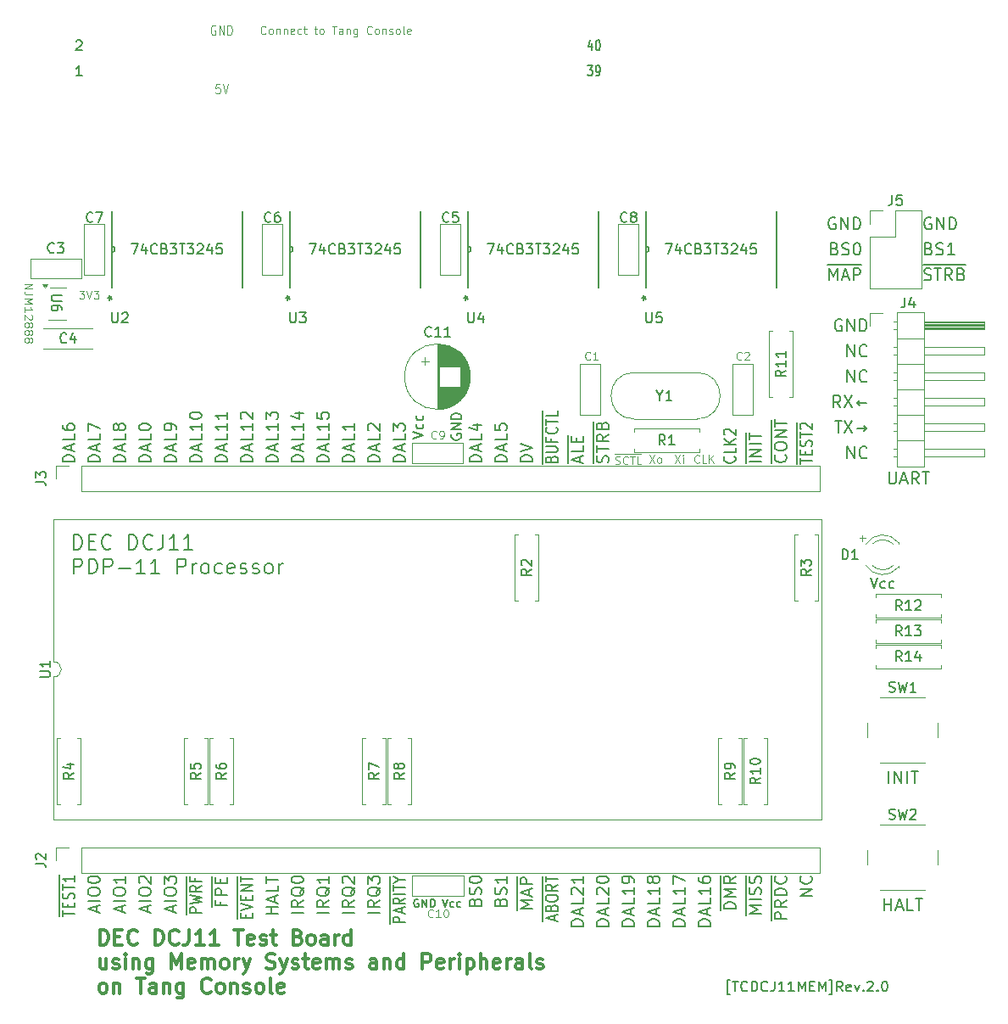
<source format=gbr>
%TF.GenerationSoftware,KiCad,Pcbnew,8.0.5*%
%TF.CreationDate,2025-08-25T13:08:50+09:00*%
%TF.ProjectId,TangConsoleDCJ11MEM,54616e67-436f-46e7-936f-6c6544434a31,rev?*%
%TF.SameCoordinates,Original*%
%TF.FileFunction,Legend,Top*%
%TF.FilePolarity,Positive*%
%FSLAX46Y46*%
G04 Gerber Fmt 4.6, Leading zero omitted, Abs format (unit mm)*
G04 Created by KiCad (PCBNEW 8.0.5) date 2025-08-25 13:08:50*
%MOMM*%
%LPD*%
G01*
G04 APERTURE LIST*
%ADD10C,0.120000*%
%ADD11C,0.100000*%
%ADD12C,0.150000*%
%ADD13C,0.300000*%
%ADD14C,0.200000*%
%ADD15C,0.152400*%
G04 APERTURE END LIST*
D10*
X27280474Y-1303664D02*
X27242378Y-1341760D01*
X27242378Y-1341760D02*
X27128093Y-1379855D01*
X27128093Y-1379855D02*
X27051902Y-1379855D01*
X27051902Y-1379855D02*
X26937616Y-1341760D01*
X26937616Y-1341760D02*
X26861426Y-1265569D01*
X26861426Y-1265569D02*
X26823331Y-1189379D01*
X26823331Y-1189379D02*
X26785235Y-1036998D01*
X26785235Y-1036998D02*
X26785235Y-922712D01*
X26785235Y-922712D02*
X26823331Y-770331D01*
X26823331Y-770331D02*
X26861426Y-694140D01*
X26861426Y-694140D02*
X26937616Y-617950D01*
X26937616Y-617950D02*
X27051902Y-579855D01*
X27051902Y-579855D02*
X27128093Y-579855D01*
X27128093Y-579855D02*
X27242378Y-617950D01*
X27242378Y-617950D02*
X27280474Y-656045D01*
X27737616Y-1379855D02*
X27661426Y-1341760D01*
X27661426Y-1341760D02*
X27623331Y-1303664D01*
X27623331Y-1303664D02*
X27585235Y-1227474D01*
X27585235Y-1227474D02*
X27585235Y-998902D01*
X27585235Y-998902D02*
X27623331Y-922712D01*
X27623331Y-922712D02*
X27661426Y-884617D01*
X27661426Y-884617D02*
X27737616Y-846521D01*
X27737616Y-846521D02*
X27851902Y-846521D01*
X27851902Y-846521D02*
X27928093Y-884617D01*
X27928093Y-884617D02*
X27966188Y-922712D01*
X27966188Y-922712D02*
X28004283Y-998902D01*
X28004283Y-998902D02*
X28004283Y-1227474D01*
X28004283Y-1227474D02*
X27966188Y-1303664D01*
X27966188Y-1303664D02*
X27928093Y-1341760D01*
X27928093Y-1341760D02*
X27851902Y-1379855D01*
X27851902Y-1379855D02*
X27737616Y-1379855D01*
X28347141Y-846521D02*
X28347141Y-1379855D01*
X28347141Y-922712D02*
X28385236Y-884617D01*
X28385236Y-884617D02*
X28461426Y-846521D01*
X28461426Y-846521D02*
X28575712Y-846521D01*
X28575712Y-846521D02*
X28651903Y-884617D01*
X28651903Y-884617D02*
X28689998Y-960807D01*
X28689998Y-960807D02*
X28689998Y-1379855D01*
X29070951Y-846521D02*
X29070951Y-1379855D01*
X29070951Y-922712D02*
X29109046Y-884617D01*
X29109046Y-884617D02*
X29185236Y-846521D01*
X29185236Y-846521D02*
X29299522Y-846521D01*
X29299522Y-846521D02*
X29375713Y-884617D01*
X29375713Y-884617D02*
X29413808Y-960807D01*
X29413808Y-960807D02*
X29413808Y-1379855D01*
X30099523Y-1341760D02*
X30023332Y-1379855D01*
X30023332Y-1379855D02*
X29870951Y-1379855D01*
X29870951Y-1379855D02*
X29794761Y-1341760D01*
X29794761Y-1341760D02*
X29756665Y-1265569D01*
X29756665Y-1265569D02*
X29756665Y-960807D01*
X29756665Y-960807D02*
X29794761Y-884617D01*
X29794761Y-884617D02*
X29870951Y-846521D01*
X29870951Y-846521D02*
X30023332Y-846521D01*
X30023332Y-846521D02*
X30099523Y-884617D01*
X30099523Y-884617D02*
X30137618Y-960807D01*
X30137618Y-960807D02*
X30137618Y-1036998D01*
X30137618Y-1036998D02*
X29756665Y-1113188D01*
X30823332Y-1341760D02*
X30747141Y-1379855D01*
X30747141Y-1379855D02*
X30594760Y-1379855D01*
X30594760Y-1379855D02*
X30518570Y-1341760D01*
X30518570Y-1341760D02*
X30480475Y-1303664D01*
X30480475Y-1303664D02*
X30442379Y-1227474D01*
X30442379Y-1227474D02*
X30442379Y-998902D01*
X30442379Y-998902D02*
X30480475Y-922712D01*
X30480475Y-922712D02*
X30518570Y-884617D01*
X30518570Y-884617D02*
X30594760Y-846521D01*
X30594760Y-846521D02*
X30747141Y-846521D01*
X30747141Y-846521D02*
X30823332Y-884617D01*
X31051903Y-846521D02*
X31356665Y-846521D01*
X31166189Y-579855D02*
X31166189Y-1265569D01*
X31166189Y-1265569D02*
X31204284Y-1341760D01*
X31204284Y-1341760D02*
X31280474Y-1379855D01*
X31280474Y-1379855D02*
X31356665Y-1379855D01*
X32118570Y-846521D02*
X32423332Y-846521D01*
X32232856Y-579855D02*
X32232856Y-1265569D01*
X32232856Y-1265569D02*
X32270951Y-1341760D01*
X32270951Y-1341760D02*
X32347141Y-1379855D01*
X32347141Y-1379855D02*
X32423332Y-1379855D01*
X32804284Y-1379855D02*
X32728094Y-1341760D01*
X32728094Y-1341760D02*
X32689999Y-1303664D01*
X32689999Y-1303664D02*
X32651903Y-1227474D01*
X32651903Y-1227474D02*
X32651903Y-998902D01*
X32651903Y-998902D02*
X32689999Y-922712D01*
X32689999Y-922712D02*
X32728094Y-884617D01*
X32728094Y-884617D02*
X32804284Y-846521D01*
X32804284Y-846521D02*
X32918570Y-846521D01*
X32918570Y-846521D02*
X32994761Y-884617D01*
X32994761Y-884617D02*
X33032856Y-922712D01*
X33032856Y-922712D02*
X33070951Y-998902D01*
X33070951Y-998902D02*
X33070951Y-1227474D01*
X33070951Y-1227474D02*
X33032856Y-1303664D01*
X33032856Y-1303664D02*
X32994761Y-1341760D01*
X32994761Y-1341760D02*
X32918570Y-1379855D01*
X32918570Y-1379855D02*
X32804284Y-1379855D01*
X33909047Y-579855D02*
X34366190Y-579855D01*
X34137618Y-1379855D02*
X34137618Y-579855D01*
X34975714Y-1379855D02*
X34975714Y-960807D01*
X34975714Y-960807D02*
X34937619Y-884617D01*
X34937619Y-884617D02*
X34861428Y-846521D01*
X34861428Y-846521D02*
X34709047Y-846521D01*
X34709047Y-846521D02*
X34632857Y-884617D01*
X34975714Y-1341760D02*
X34899523Y-1379855D01*
X34899523Y-1379855D02*
X34709047Y-1379855D01*
X34709047Y-1379855D02*
X34632857Y-1341760D01*
X34632857Y-1341760D02*
X34594761Y-1265569D01*
X34594761Y-1265569D02*
X34594761Y-1189379D01*
X34594761Y-1189379D02*
X34632857Y-1113188D01*
X34632857Y-1113188D02*
X34709047Y-1075093D01*
X34709047Y-1075093D02*
X34899523Y-1075093D01*
X34899523Y-1075093D02*
X34975714Y-1036998D01*
X35356667Y-846521D02*
X35356667Y-1379855D01*
X35356667Y-922712D02*
X35394762Y-884617D01*
X35394762Y-884617D02*
X35470952Y-846521D01*
X35470952Y-846521D02*
X35585238Y-846521D01*
X35585238Y-846521D02*
X35661429Y-884617D01*
X35661429Y-884617D02*
X35699524Y-960807D01*
X35699524Y-960807D02*
X35699524Y-1379855D01*
X36423334Y-846521D02*
X36423334Y-1494140D01*
X36423334Y-1494140D02*
X36385239Y-1570331D01*
X36385239Y-1570331D02*
X36347143Y-1608426D01*
X36347143Y-1608426D02*
X36270953Y-1646521D01*
X36270953Y-1646521D02*
X36156667Y-1646521D01*
X36156667Y-1646521D02*
X36080477Y-1608426D01*
X36423334Y-1341760D02*
X36347143Y-1379855D01*
X36347143Y-1379855D02*
X36194762Y-1379855D01*
X36194762Y-1379855D02*
X36118572Y-1341760D01*
X36118572Y-1341760D02*
X36080477Y-1303664D01*
X36080477Y-1303664D02*
X36042381Y-1227474D01*
X36042381Y-1227474D02*
X36042381Y-998902D01*
X36042381Y-998902D02*
X36080477Y-922712D01*
X36080477Y-922712D02*
X36118572Y-884617D01*
X36118572Y-884617D02*
X36194762Y-846521D01*
X36194762Y-846521D02*
X36347143Y-846521D01*
X36347143Y-846521D02*
X36423334Y-884617D01*
X37870954Y-1303664D02*
X37832858Y-1341760D01*
X37832858Y-1341760D02*
X37718573Y-1379855D01*
X37718573Y-1379855D02*
X37642382Y-1379855D01*
X37642382Y-1379855D02*
X37528096Y-1341760D01*
X37528096Y-1341760D02*
X37451906Y-1265569D01*
X37451906Y-1265569D02*
X37413811Y-1189379D01*
X37413811Y-1189379D02*
X37375715Y-1036998D01*
X37375715Y-1036998D02*
X37375715Y-922712D01*
X37375715Y-922712D02*
X37413811Y-770331D01*
X37413811Y-770331D02*
X37451906Y-694140D01*
X37451906Y-694140D02*
X37528096Y-617950D01*
X37528096Y-617950D02*
X37642382Y-579855D01*
X37642382Y-579855D02*
X37718573Y-579855D01*
X37718573Y-579855D02*
X37832858Y-617950D01*
X37832858Y-617950D02*
X37870954Y-656045D01*
X38328096Y-1379855D02*
X38251906Y-1341760D01*
X38251906Y-1341760D02*
X38213811Y-1303664D01*
X38213811Y-1303664D02*
X38175715Y-1227474D01*
X38175715Y-1227474D02*
X38175715Y-998902D01*
X38175715Y-998902D02*
X38213811Y-922712D01*
X38213811Y-922712D02*
X38251906Y-884617D01*
X38251906Y-884617D02*
X38328096Y-846521D01*
X38328096Y-846521D02*
X38442382Y-846521D01*
X38442382Y-846521D02*
X38518573Y-884617D01*
X38518573Y-884617D02*
X38556668Y-922712D01*
X38556668Y-922712D02*
X38594763Y-998902D01*
X38594763Y-998902D02*
X38594763Y-1227474D01*
X38594763Y-1227474D02*
X38556668Y-1303664D01*
X38556668Y-1303664D02*
X38518573Y-1341760D01*
X38518573Y-1341760D02*
X38442382Y-1379855D01*
X38442382Y-1379855D02*
X38328096Y-1379855D01*
X38937621Y-846521D02*
X38937621Y-1379855D01*
X38937621Y-922712D02*
X38975716Y-884617D01*
X38975716Y-884617D02*
X39051906Y-846521D01*
X39051906Y-846521D02*
X39166192Y-846521D01*
X39166192Y-846521D02*
X39242383Y-884617D01*
X39242383Y-884617D02*
X39280478Y-960807D01*
X39280478Y-960807D02*
X39280478Y-1379855D01*
X39623335Y-1341760D02*
X39699526Y-1379855D01*
X39699526Y-1379855D02*
X39851907Y-1379855D01*
X39851907Y-1379855D02*
X39928097Y-1341760D01*
X39928097Y-1341760D02*
X39966193Y-1265569D01*
X39966193Y-1265569D02*
X39966193Y-1227474D01*
X39966193Y-1227474D02*
X39928097Y-1151283D01*
X39928097Y-1151283D02*
X39851907Y-1113188D01*
X39851907Y-1113188D02*
X39737621Y-1113188D01*
X39737621Y-1113188D02*
X39661431Y-1075093D01*
X39661431Y-1075093D02*
X39623335Y-998902D01*
X39623335Y-998902D02*
X39623335Y-960807D01*
X39623335Y-960807D02*
X39661431Y-884617D01*
X39661431Y-884617D02*
X39737621Y-846521D01*
X39737621Y-846521D02*
X39851907Y-846521D01*
X39851907Y-846521D02*
X39928097Y-884617D01*
X40423335Y-1379855D02*
X40347145Y-1341760D01*
X40347145Y-1341760D02*
X40309050Y-1303664D01*
X40309050Y-1303664D02*
X40270954Y-1227474D01*
X40270954Y-1227474D02*
X40270954Y-998902D01*
X40270954Y-998902D02*
X40309050Y-922712D01*
X40309050Y-922712D02*
X40347145Y-884617D01*
X40347145Y-884617D02*
X40423335Y-846521D01*
X40423335Y-846521D02*
X40537621Y-846521D01*
X40537621Y-846521D02*
X40613812Y-884617D01*
X40613812Y-884617D02*
X40651907Y-922712D01*
X40651907Y-922712D02*
X40690002Y-998902D01*
X40690002Y-998902D02*
X40690002Y-1227474D01*
X40690002Y-1227474D02*
X40651907Y-1303664D01*
X40651907Y-1303664D02*
X40613812Y-1341760D01*
X40613812Y-1341760D02*
X40537621Y-1379855D01*
X40537621Y-1379855D02*
X40423335Y-1379855D01*
X41147145Y-1379855D02*
X41070955Y-1341760D01*
X41070955Y-1341760D02*
X41032860Y-1265569D01*
X41032860Y-1265569D02*
X41032860Y-579855D01*
X41756670Y-1341760D02*
X41680479Y-1379855D01*
X41680479Y-1379855D02*
X41528098Y-1379855D01*
X41528098Y-1379855D02*
X41451908Y-1341760D01*
X41451908Y-1341760D02*
X41413812Y-1265569D01*
X41413812Y-1265569D02*
X41413812Y-960807D01*
X41413812Y-960807D02*
X41451908Y-884617D01*
X41451908Y-884617D02*
X41528098Y-846521D01*
X41528098Y-846521D02*
X41680479Y-846521D01*
X41680479Y-846521D02*
X41756670Y-884617D01*
X41756670Y-884617D02*
X41794765Y-960807D01*
X41794765Y-960807D02*
X41794765Y-1036998D01*
X41794765Y-1036998D02*
X41413812Y-1113188D01*
D11*
X22707619Y-6315419D02*
X22326667Y-6315419D01*
X22326667Y-6315419D02*
X22288571Y-6791609D01*
X22288571Y-6791609D02*
X22326667Y-6743990D01*
X22326667Y-6743990D02*
X22402857Y-6696371D01*
X22402857Y-6696371D02*
X22593333Y-6696371D01*
X22593333Y-6696371D02*
X22669524Y-6743990D01*
X22669524Y-6743990D02*
X22707619Y-6791609D01*
X22707619Y-6791609D02*
X22745714Y-6886847D01*
X22745714Y-6886847D02*
X22745714Y-7124942D01*
X22745714Y-7124942D02*
X22707619Y-7220180D01*
X22707619Y-7220180D02*
X22669524Y-7267800D01*
X22669524Y-7267800D02*
X22593333Y-7315419D01*
X22593333Y-7315419D02*
X22402857Y-7315419D01*
X22402857Y-7315419D02*
X22326667Y-7267800D01*
X22326667Y-7267800D02*
X22288571Y-7220180D01*
X22974286Y-6315419D02*
X23240953Y-7315419D01*
X23240953Y-7315419D02*
X23507619Y-6315419D01*
X22250476Y-521038D02*
X22174286Y-473419D01*
X22174286Y-473419D02*
X22060000Y-473419D01*
X22060000Y-473419D02*
X21945714Y-521038D01*
X21945714Y-521038D02*
X21869524Y-616276D01*
X21869524Y-616276D02*
X21831429Y-711514D01*
X21831429Y-711514D02*
X21793333Y-901990D01*
X21793333Y-901990D02*
X21793333Y-1044847D01*
X21793333Y-1044847D02*
X21831429Y-1235323D01*
X21831429Y-1235323D02*
X21869524Y-1330561D01*
X21869524Y-1330561D02*
X21945714Y-1425800D01*
X21945714Y-1425800D02*
X22060000Y-1473419D01*
X22060000Y-1473419D02*
X22136191Y-1473419D01*
X22136191Y-1473419D02*
X22250476Y-1425800D01*
X22250476Y-1425800D02*
X22288572Y-1378180D01*
X22288572Y-1378180D02*
X22288572Y-1044847D01*
X22288572Y-1044847D02*
X22136191Y-1044847D01*
X22631429Y-1473419D02*
X22631429Y-473419D01*
X22631429Y-473419D02*
X23088572Y-1473419D01*
X23088572Y-1473419D02*
X23088572Y-473419D01*
X23469524Y-1473419D02*
X23469524Y-473419D01*
X23469524Y-473419D02*
X23660000Y-473419D01*
X23660000Y-473419D02*
X23774286Y-521038D01*
X23774286Y-521038D02*
X23850476Y-616276D01*
X23850476Y-616276D02*
X23888571Y-711514D01*
X23888571Y-711514D02*
X23926667Y-901990D01*
X23926667Y-901990D02*
X23926667Y-1044847D01*
X23926667Y-1044847D02*
X23888571Y-1235323D01*
X23888571Y-1235323D02*
X23850476Y-1330561D01*
X23850476Y-1330561D02*
X23774286Y-1425800D01*
X23774286Y-1425800D02*
X23660000Y-1473419D01*
X23660000Y-1473419D02*
X23469524Y-1473419D01*
D12*
X79173057Y-43379887D02*
X79230200Y-43437030D01*
X79230200Y-43437030D02*
X79287342Y-43608458D01*
X79287342Y-43608458D02*
X79287342Y-43722744D01*
X79287342Y-43722744D02*
X79230200Y-43894173D01*
X79230200Y-43894173D02*
X79115914Y-44008458D01*
X79115914Y-44008458D02*
X79001628Y-44065601D01*
X79001628Y-44065601D02*
X78773057Y-44122744D01*
X78773057Y-44122744D02*
X78601628Y-44122744D01*
X78601628Y-44122744D02*
X78373057Y-44065601D01*
X78373057Y-44065601D02*
X78258771Y-44008458D01*
X78258771Y-44008458D02*
X78144485Y-43894173D01*
X78144485Y-43894173D02*
X78087342Y-43722744D01*
X78087342Y-43722744D02*
X78087342Y-43608458D01*
X78087342Y-43608458D02*
X78144485Y-43437030D01*
X78144485Y-43437030D02*
X78201628Y-43379887D01*
X78087342Y-42637030D02*
X78087342Y-42408458D01*
X78087342Y-42408458D02*
X78144485Y-42294173D01*
X78144485Y-42294173D02*
X78258771Y-42179887D01*
X78258771Y-42179887D02*
X78487342Y-42122744D01*
X78487342Y-42122744D02*
X78887342Y-42122744D01*
X78887342Y-42122744D02*
X79115914Y-42179887D01*
X79115914Y-42179887D02*
X79230200Y-42294173D01*
X79230200Y-42294173D02*
X79287342Y-42408458D01*
X79287342Y-42408458D02*
X79287342Y-42637030D01*
X79287342Y-42637030D02*
X79230200Y-42751316D01*
X79230200Y-42751316D02*
X79115914Y-42865601D01*
X79115914Y-42865601D02*
X78887342Y-42922744D01*
X78887342Y-42922744D02*
X78487342Y-42922744D01*
X78487342Y-42922744D02*
X78258771Y-42865601D01*
X78258771Y-42865601D02*
X78144485Y-42751316D01*
X78144485Y-42751316D02*
X78087342Y-42637030D01*
X79287342Y-41608458D02*
X78087342Y-41608458D01*
X78087342Y-41608458D02*
X79287342Y-40922744D01*
X79287342Y-40922744D02*
X78087342Y-40922744D01*
X78087342Y-40522744D02*
X78087342Y-39837030D01*
X79287342Y-40179887D02*
X78087342Y-40179887D01*
X77754200Y-44231316D02*
X77754200Y-39842744D01*
X84153458Y-19724485D02*
X84039173Y-19667342D01*
X84039173Y-19667342D02*
X83867744Y-19667342D01*
X83867744Y-19667342D02*
X83696315Y-19724485D01*
X83696315Y-19724485D02*
X83582030Y-19838771D01*
X83582030Y-19838771D02*
X83524887Y-19953057D01*
X83524887Y-19953057D02*
X83467744Y-20181628D01*
X83467744Y-20181628D02*
X83467744Y-20353057D01*
X83467744Y-20353057D02*
X83524887Y-20581628D01*
X83524887Y-20581628D02*
X83582030Y-20695914D01*
X83582030Y-20695914D02*
X83696315Y-20810200D01*
X83696315Y-20810200D02*
X83867744Y-20867342D01*
X83867744Y-20867342D02*
X83982030Y-20867342D01*
X83982030Y-20867342D02*
X84153458Y-20810200D01*
X84153458Y-20810200D02*
X84210601Y-20753057D01*
X84210601Y-20753057D02*
X84210601Y-20353057D01*
X84210601Y-20353057D02*
X83982030Y-20353057D01*
X84724887Y-20867342D02*
X84724887Y-19667342D01*
X84724887Y-19667342D02*
X85410601Y-20867342D01*
X85410601Y-20867342D02*
X85410601Y-19667342D01*
X85982030Y-20867342D02*
X85982030Y-19667342D01*
X85982030Y-19667342D02*
X86267744Y-19667342D01*
X86267744Y-19667342D02*
X86439173Y-19724485D01*
X86439173Y-19724485D02*
X86553458Y-19838771D01*
X86553458Y-19838771D02*
X86610601Y-19953057D01*
X86610601Y-19953057D02*
X86667744Y-20181628D01*
X86667744Y-20181628D02*
X86667744Y-20353057D01*
X86667744Y-20353057D02*
X86610601Y-20581628D01*
X86610601Y-20581628D02*
X86553458Y-20695914D01*
X86553458Y-20695914D02*
X86439173Y-20810200D01*
X86439173Y-20810200D02*
X86267744Y-20867342D01*
X86267744Y-20867342D02*
X85982030Y-20867342D01*
X36107342Y-44065601D02*
X34907342Y-44065601D01*
X34907342Y-44065601D02*
X34907342Y-43779887D01*
X34907342Y-43779887D02*
X34964485Y-43608458D01*
X34964485Y-43608458D02*
X35078771Y-43494173D01*
X35078771Y-43494173D02*
X35193057Y-43437030D01*
X35193057Y-43437030D02*
X35421628Y-43379887D01*
X35421628Y-43379887D02*
X35593057Y-43379887D01*
X35593057Y-43379887D02*
X35821628Y-43437030D01*
X35821628Y-43437030D02*
X35935914Y-43494173D01*
X35935914Y-43494173D02*
X36050200Y-43608458D01*
X36050200Y-43608458D02*
X36107342Y-43779887D01*
X36107342Y-43779887D02*
X36107342Y-44065601D01*
X35764485Y-42922744D02*
X35764485Y-42351316D01*
X36107342Y-43037030D02*
X34907342Y-42637030D01*
X34907342Y-42637030D02*
X36107342Y-42237030D01*
X36107342Y-41265602D02*
X36107342Y-41837030D01*
X36107342Y-41837030D02*
X34907342Y-41837030D01*
X36107342Y-40237030D02*
X36107342Y-40922744D01*
X36107342Y-40579887D02*
X34907342Y-40579887D01*
X34907342Y-40579887D02*
X35078771Y-40694173D01*
X35078771Y-40694173D02*
X35193057Y-40808458D01*
X35193057Y-40808458D02*
X35250200Y-40922744D01*
X38647342Y-44065601D02*
X37447342Y-44065601D01*
X37447342Y-44065601D02*
X37447342Y-43779887D01*
X37447342Y-43779887D02*
X37504485Y-43608458D01*
X37504485Y-43608458D02*
X37618771Y-43494173D01*
X37618771Y-43494173D02*
X37733057Y-43437030D01*
X37733057Y-43437030D02*
X37961628Y-43379887D01*
X37961628Y-43379887D02*
X38133057Y-43379887D01*
X38133057Y-43379887D02*
X38361628Y-43437030D01*
X38361628Y-43437030D02*
X38475914Y-43494173D01*
X38475914Y-43494173D02*
X38590200Y-43608458D01*
X38590200Y-43608458D02*
X38647342Y-43779887D01*
X38647342Y-43779887D02*
X38647342Y-44065601D01*
X38304485Y-42922744D02*
X38304485Y-42351316D01*
X38647342Y-43037030D02*
X37447342Y-42637030D01*
X37447342Y-42637030D02*
X38647342Y-42237030D01*
X38647342Y-41265602D02*
X38647342Y-41837030D01*
X38647342Y-41837030D02*
X37447342Y-41837030D01*
X37561628Y-40922744D02*
X37504485Y-40865601D01*
X37504485Y-40865601D02*
X37447342Y-40751316D01*
X37447342Y-40751316D02*
X37447342Y-40465601D01*
X37447342Y-40465601D02*
X37504485Y-40351316D01*
X37504485Y-40351316D02*
X37561628Y-40294173D01*
X37561628Y-40294173D02*
X37675914Y-40237030D01*
X37675914Y-40237030D02*
X37790200Y-40237030D01*
X37790200Y-40237030D02*
X37961628Y-40294173D01*
X37961628Y-40294173D02*
X38647342Y-40979887D01*
X38647342Y-40979887D02*
X38647342Y-40237030D01*
X36107342Y-89074398D02*
X34907342Y-89074398D01*
X36107342Y-87817255D02*
X35535914Y-88217255D01*
X36107342Y-88502969D02*
X34907342Y-88502969D01*
X34907342Y-88502969D02*
X34907342Y-88045826D01*
X34907342Y-88045826D02*
X34964485Y-87931541D01*
X34964485Y-87931541D02*
X35021628Y-87874398D01*
X35021628Y-87874398D02*
X35135914Y-87817255D01*
X35135914Y-87817255D02*
X35307342Y-87817255D01*
X35307342Y-87817255D02*
X35421628Y-87874398D01*
X35421628Y-87874398D02*
X35478771Y-87931541D01*
X35478771Y-87931541D02*
X35535914Y-88045826D01*
X35535914Y-88045826D02*
X35535914Y-88502969D01*
X36221628Y-86502969D02*
X36164485Y-86617255D01*
X36164485Y-86617255D02*
X36050200Y-86731541D01*
X36050200Y-86731541D02*
X35878771Y-86902969D01*
X35878771Y-86902969D02*
X35821628Y-87017255D01*
X35821628Y-87017255D02*
X35821628Y-87131541D01*
X36107342Y-87074398D02*
X36050200Y-87188684D01*
X36050200Y-87188684D02*
X35935914Y-87302969D01*
X35935914Y-87302969D02*
X35707342Y-87360112D01*
X35707342Y-87360112D02*
X35307342Y-87360112D01*
X35307342Y-87360112D02*
X35078771Y-87302969D01*
X35078771Y-87302969D02*
X34964485Y-87188684D01*
X34964485Y-87188684D02*
X34907342Y-87074398D01*
X34907342Y-87074398D02*
X34907342Y-86845826D01*
X34907342Y-86845826D02*
X34964485Y-86731541D01*
X34964485Y-86731541D02*
X35078771Y-86617255D01*
X35078771Y-86617255D02*
X35307342Y-86560112D01*
X35307342Y-86560112D02*
X35707342Y-86560112D01*
X35707342Y-86560112D02*
X35935914Y-86617255D01*
X35935914Y-86617255D02*
X36050200Y-86731541D01*
X36050200Y-86731541D02*
X36107342Y-86845826D01*
X36107342Y-86845826D02*
X36107342Y-87074398D01*
X35021628Y-86102969D02*
X34964485Y-86045826D01*
X34964485Y-86045826D02*
X34907342Y-85931541D01*
X34907342Y-85931541D02*
X34907342Y-85645826D01*
X34907342Y-85645826D02*
X34964485Y-85531541D01*
X34964485Y-85531541D02*
X35021628Y-85474398D01*
X35021628Y-85474398D02*
X35135914Y-85417255D01*
X35135914Y-85417255D02*
X35250200Y-85417255D01*
X35250200Y-85417255D02*
X35421628Y-85474398D01*
X35421628Y-85474398D02*
X36107342Y-86160112D01*
X36107342Y-86160112D02*
X36107342Y-85417255D01*
X55798771Y-43779887D02*
X55855914Y-43637030D01*
X55855914Y-43637030D02*
X55913057Y-43589411D01*
X55913057Y-43589411D02*
X56027342Y-43541792D01*
X56027342Y-43541792D02*
X56198771Y-43541792D01*
X56198771Y-43541792D02*
X56313057Y-43589411D01*
X56313057Y-43589411D02*
X56370200Y-43637030D01*
X56370200Y-43637030D02*
X56427342Y-43732268D01*
X56427342Y-43732268D02*
X56427342Y-44113220D01*
X56427342Y-44113220D02*
X55227342Y-44113220D01*
X55227342Y-44113220D02*
X55227342Y-43779887D01*
X55227342Y-43779887D02*
X55284485Y-43684649D01*
X55284485Y-43684649D02*
X55341628Y-43637030D01*
X55341628Y-43637030D02*
X55455914Y-43589411D01*
X55455914Y-43589411D02*
X55570200Y-43589411D01*
X55570200Y-43589411D02*
X55684485Y-43637030D01*
X55684485Y-43637030D02*
X55741628Y-43684649D01*
X55741628Y-43684649D02*
X55798771Y-43779887D01*
X55798771Y-43779887D02*
X55798771Y-44113220D01*
X55227342Y-43113220D02*
X56198771Y-43113220D01*
X56198771Y-43113220D02*
X56313057Y-43065601D01*
X56313057Y-43065601D02*
X56370200Y-43017982D01*
X56370200Y-43017982D02*
X56427342Y-42922744D01*
X56427342Y-42922744D02*
X56427342Y-42732268D01*
X56427342Y-42732268D02*
X56370200Y-42637030D01*
X56370200Y-42637030D02*
X56313057Y-42589411D01*
X56313057Y-42589411D02*
X56198771Y-42541792D01*
X56198771Y-42541792D02*
X55227342Y-42541792D01*
X55798771Y-41732268D02*
X55798771Y-42065601D01*
X56427342Y-42065601D02*
X55227342Y-42065601D01*
X55227342Y-42065601D02*
X55227342Y-41589411D01*
X56313057Y-40637030D02*
X56370200Y-40684649D01*
X56370200Y-40684649D02*
X56427342Y-40827506D01*
X56427342Y-40827506D02*
X56427342Y-40922744D01*
X56427342Y-40922744D02*
X56370200Y-41065601D01*
X56370200Y-41065601D02*
X56255914Y-41160839D01*
X56255914Y-41160839D02*
X56141628Y-41208458D01*
X56141628Y-41208458D02*
X55913057Y-41256077D01*
X55913057Y-41256077D02*
X55741628Y-41256077D01*
X55741628Y-41256077D02*
X55513057Y-41208458D01*
X55513057Y-41208458D02*
X55398771Y-41160839D01*
X55398771Y-41160839D02*
X55284485Y-41065601D01*
X55284485Y-41065601D02*
X55227342Y-40922744D01*
X55227342Y-40922744D02*
X55227342Y-40827506D01*
X55227342Y-40827506D02*
X55284485Y-40684649D01*
X55284485Y-40684649D02*
X55341628Y-40637030D01*
X55227342Y-40351315D02*
X55227342Y-39779887D01*
X56427342Y-40065601D02*
X55227342Y-40065601D01*
X56427342Y-38970363D02*
X56427342Y-39446553D01*
X56427342Y-39446553D02*
X55227342Y-39446553D01*
X54894200Y-44251316D02*
X54894200Y-38975125D01*
X41999819Y-41716077D02*
X42999819Y-41382744D01*
X42999819Y-41382744D02*
X41999819Y-41049411D01*
X42952200Y-40287506D02*
X42999819Y-40382744D01*
X42999819Y-40382744D02*
X42999819Y-40573220D01*
X42999819Y-40573220D02*
X42952200Y-40668458D01*
X42952200Y-40668458D02*
X42904580Y-40716077D01*
X42904580Y-40716077D02*
X42809342Y-40763696D01*
X42809342Y-40763696D02*
X42523628Y-40763696D01*
X42523628Y-40763696D02*
X42428390Y-40716077D01*
X42428390Y-40716077D02*
X42380771Y-40668458D01*
X42380771Y-40668458D02*
X42333152Y-40573220D01*
X42333152Y-40573220D02*
X42333152Y-40382744D01*
X42333152Y-40382744D02*
X42380771Y-40287506D01*
X42952200Y-39430363D02*
X42999819Y-39525601D01*
X42999819Y-39525601D02*
X42999819Y-39716077D01*
X42999819Y-39716077D02*
X42952200Y-39811315D01*
X42952200Y-39811315D02*
X42904580Y-39858934D01*
X42904580Y-39858934D02*
X42809342Y-39906553D01*
X42809342Y-39906553D02*
X42523628Y-39906553D01*
X42523628Y-39906553D02*
X42428390Y-39858934D01*
X42428390Y-39858934D02*
X42380771Y-39811315D01*
X42380771Y-39811315D02*
X42333152Y-39716077D01*
X42333152Y-39716077D02*
X42333152Y-39525601D01*
X42333152Y-39525601D02*
X42380771Y-39430363D01*
X6967342Y-89426779D02*
X6967342Y-88855351D01*
X8167342Y-89141065D02*
X6967342Y-89141065D01*
X7538771Y-88522017D02*
X7538771Y-88188684D01*
X8167342Y-88045827D02*
X8167342Y-88522017D01*
X8167342Y-88522017D02*
X6967342Y-88522017D01*
X6967342Y-88522017D02*
X6967342Y-88045827D01*
X8110200Y-87664874D02*
X8167342Y-87522017D01*
X8167342Y-87522017D02*
X8167342Y-87283922D01*
X8167342Y-87283922D02*
X8110200Y-87188684D01*
X8110200Y-87188684D02*
X8053057Y-87141065D01*
X8053057Y-87141065D02*
X7938771Y-87093446D01*
X7938771Y-87093446D02*
X7824485Y-87093446D01*
X7824485Y-87093446D02*
X7710200Y-87141065D01*
X7710200Y-87141065D02*
X7653057Y-87188684D01*
X7653057Y-87188684D02*
X7595914Y-87283922D01*
X7595914Y-87283922D02*
X7538771Y-87474398D01*
X7538771Y-87474398D02*
X7481628Y-87569636D01*
X7481628Y-87569636D02*
X7424485Y-87617255D01*
X7424485Y-87617255D02*
X7310200Y-87664874D01*
X7310200Y-87664874D02*
X7195914Y-87664874D01*
X7195914Y-87664874D02*
X7081628Y-87617255D01*
X7081628Y-87617255D02*
X7024485Y-87569636D01*
X7024485Y-87569636D02*
X6967342Y-87474398D01*
X6967342Y-87474398D02*
X6967342Y-87236303D01*
X6967342Y-87236303D02*
X7024485Y-87093446D01*
X6967342Y-86807731D02*
X6967342Y-86236303D01*
X8167342Y-86522017D02*
X6967342Y-86522017D01*
X8167342Y-85379160D02*
X8167342Y-85950588D01*
X8167342Y-85664874D02*
X6967342Y-85664874D01*
X6967342Y-85664874D02*
X7138771Y-85760112D01*
X7138771Y-85760112D02*
X7253057Y-85855350D01*
X7253057Y-85855350D02*
X7310200Y-85950588D01*
X6634200Y-89422018D02*
X6634200Y-85288684D01*
D10*
X8661523Y-26995855D02*
X9156761Y-26995855D01*
X9156761Y-26995855D02*
X8890095Y-27300617D01*
X8890095Y-27300617D02*
X9004380Y-27300617D01*
X9004380Y-27300617D02*
X9080571Y-27338712D01*
X9080571Y-27338712D02*
X9118666Y-27376807D01*
X9118666Y-27376807D02*
X9156761Y-27452998D01*
X9156761Y-27452998D02*
X9156761Y-27643474D01*
X9156761Y-27643474D02*
X9118666Y-27719664D01*
X9118666Y-27719664D02*
X9080571Y-27757760D01*
X9080571Y-27757760D02*
X9004380Y-27795855D01*
X9004380Y-27795855D02*
X8775809Y-27795855D01*
X8775809Y-27795855D02*
X8699618Y-27757760D01*
X8699618Y-27757760D02*
X8661523Y-27719664D01*
X9385333Y-26995855D02*
X9652000Y-27795855D01*
X9652000Y-27795855D02*
X9918666Y-26995855D01*
X10109142Y-26995855D02*
X10604380Y-26995855D01*
X10604380Y-26995855D02*
X10337714Y-27300617D01*
X10337714Y-27300617D02*
X10451999Y-27300617D01*
X10451999Y-27300617D02*
X10528190Y-27338712D01*
X10528190Y-27338712D02*
X10566285Y-27376807D01*
X10566285Y-27376807D02*
X10604380Y-27452998D01*
X10604380Y-27452998D02*
X10604380Y-27643474D01*
X10604380Y-27643474D02*
X10566285Y-27719664D01*
X10566285Y-27719664D02*
X10528190Y-27757760D01*
X10528190Y-27757760D02*
X10451999Y-27795855D01*
X10451999Y-27795855D02*
X10223428Y-27795855D01*
X10223428Y-27795855D02*
X10147237Y-27757760D01*
X10147237Y-27757760D02*
X10109142Y-27719664D01*
D12*
X74207342Y-88674398D02*
X73007342Y-88674398D01*
X73007342Y-88674398D02*
X73007342Y-88388684D01*
X73007342Y-88388684D02*
X73064485Y-88217255D01*
X73064485Y-88217255D02*
X73178771Y-88102970D01*
X73178771Y-88102970D02*
X73293057Y-88045827D01*
X73293057Y-88045827D02*
X73521628Y-87988684D01*
X73521628Y-87988684D02*
X73693057Y-87988684D01*
X73693057Y-87988684D02*
X73921628Y-88045827D01*
X73921628Y-88045827D02*
X74035914Y-88102970D01*
X74035914Y-88102970D02*
X74150200Y-88217255D01*
X74150200Y-88217255D02*
X74207342Y-88388684D01*
X74207342Y-88388684D02*
X74207342Y-88674398D01*
X74207342Y-87474398D02*
X73007342Y-87474398D01*
X73007342Y-87474398D02*
X73864485Y-87074398D01*
X73864485Y-87074398D02*
X73007342Y-86674398D01*
X73007342Y-86674398D02*
X74207342Y-86674398D01*
X74207342Y-85417255D02*
X73635914Y-85817255D01*
X74207342Y-86102969D02*
X73007342Y-86102969D01*
X73007342Y-86102969D02*
X73007342Y-85645826D01*
X73007342Y-85645826D02*
X73064485Y-85531541D01*
X73064485Y-85531541D02*
X73121628Y-85474398D01*
X73121628Y-85474398D02*
X73235914Y-85417255D01*
X73235914Y-85417255D02*
X73407342Y-85417255D01*
X73407342Y-85417255D02*
X73521628Y-85474398D01*
X73521628Y-85474398D02*
X73578771Y-85531541D01*
X73578771Y-85531541D02*
X73635914Y-85645826D01*
X73635914Y-85645826D02*
X73635914Y-86102969D01*
X72674200Y-88840113D02*
X72674200Y-85308684D01*
X31027342Y-89074398D02*
X29827342Y-89074398D01*
X31027342Y-87817255D02*
X30455914Y-88217255D01*
X31027342Y-88502969D02*
X29827342Y-88502969D01*
X29827342Y-88502969D02*
X29827342Y-88045826D01*
X29827342Y-88045826D02*
X29884485Y-87931541D01*
X29884485Y-87931541D02*
X29941628Y-87874398D01*
X29941628Y-87874398D02*
X30055914Y-87817255D01*
X30055914Y-87817255D02*
X30227342Y-87817255D01*
X30227342Y-87817255D02*
X30341628Y-87874398D01*
X30341628Y-87874398D02*
X30398771Y-87931541D01*
X30398771Y-87931541D02*
X30455914Y-88045826D01*
X30455914Y-88045826D02*
X30455914Y-88502969D01*
X31141628Y-86502969D02*
X31084485Y-86617255D01*
X31084485Y-86617255D02*
X30970200Y-86731541D01*
X30970200Y-86731541D02*
X30798771Y-86902969D01*
X30798771Y-86902969D02*
X30741628Y-87017255D01*
X30741628Y-87017255D02*
X30741628Y-87131541D01*
X31027342Y-87074398D02*
X30970200Y-87188684D01*
X30970200Y-87188684D02*
X30855914Y-87302969D01*
X30855914Y-87302969D02*
X30627342Y-87360112D01*
X30627342Y-87360112D02*
X30227342Y-87360112D01*
X30227342Y-87360112D02*
X29998771Y-87302969D01*
X29998771Y-87302969D02*
X29884485Y-87188684D01*
X29884485Y-87188684D02*
X29827342Y-87074398D01*
X29827342Y-87074398D02*
X29827342Y-86845826D01*
X29827342Y-86845826D02*
X29884485Y-86731541D01*
X29884485Y-86731541D02*
X29998771Y-86617255D01*
X29998771Y-86617255D02*
X30227342Y-86560112D01*
X30227342Y-86560112D02*
X30627342Y-86560112D01*
X30627342Y-86560112D02*
X30855914Y-86617255D01*
X30855914Y-86617255D02*
X30970200Y-86731541D01*
X30970200Y-86731541D02*
X31027342Y-86845826D01*
X31027342Y-86845826D02*
X31027342Y-87074398D01*
X29827342Y-85817255D02*
X29827342Y-85702969D01*
X29827342Y-85702969D02*
X29884485Y-85588683D01*
X29884485Y-85588683D02*
X29941628Y-85531541D01*
X29941628Y-85531541D02*
X30055914Y-85474398D01*
X30055914Y-85474398D02*
X30284485Y-85417255D01*
X30284485Y-85417255D02*
X30570200Y-85417255D01*
X30570200Y-85417255D02*
X30798771Y-85474398D01*
X30798771Y-85474398D02*
X30913057Y-85531541D01*
X30913057Y-85531541D02*
X30970200Y-85588683D01*
X30970200Y-85588683D02*
X31027342Y-85702969D01*
X31027342Y-85702969D02*
X31027342Y-85817255D01*
X31027342Y-85817255D02*
X30970200Y-85931541D01*
X30970200Y-85931541D02*
X30913057Y-85988683D01*
X30913057Y-85988683D02*
X30798771Y-86045826D01*
X30798771Y-86045826D02*
X30570200Y-86102969D01*
X30570200Y-86102969D02*
X30284485Y-86102969D01*
X30284485Y-86102969D02*
X30055914Y-86045826D01*
X30055914Y-86045826D02*
X29941628Y-85988683D01*
X29941628Y-85988683D02*
X29884485Y-85931541D01*
X29884485Y-85931541D02*
X29827342Y-85817255D01*
X76747342Y-89131541D02*
X75547342Y-89131541D01*
X75547342Y-89131541D02*
X76404485Y-88731541D01*
X76404485Y-88731541D02*
X75547342Y-88331541D01*
X75547342Y-88331541D02*
X76747342Y-88331541D01*
X76747342Y-87760112D02*
X75547342Y-87760112D01*
X76690200Y-87245826D02*
X76747342Y-87074398D01*
X76747342Y-87074398D02*
X76747342Y-86788683D01*
X76747342Y-86788683D02*
X76690200Y-86674398D01*
X76690200Y-86674398D02*
X76633057Y-86617255D01*
X76633057Y-86617255D02*
X76518771Y-86560112D01*
X76518771Y-86560112D02*
X76404485Y-86560112D01*
X76404485Y-86560112D02*
X76290200Y-86617255D01*
X76290200Y-86617255D02*
X76233057Y-86674398D01*
X76233057Y-86674398D02*
X76175914Y-86788683D01*
X76175914Y-86788683D02*
X76118771Y-87017255D01*
X76118771Y-87017255D02*
X76061628Y-87131540D01*
X76061628Y-87131540D02*
X76004485Y-87188683D01*
X76004485Y-87188683D02*
X75890200Y-87245826D01*
X75890200Y-87245826D02*
X75775914Y-87245826D01*
X75775914Y-87245826D02*
X75661628Y-87188683D01*
X75661628Y-87188683D02*
X75604485Y-87131540D01*
X75604485Y-87131540D02*
X75547342Y-87017255D01*
X75547342Y-87017255D02*
X75547342Y-86731540D01*
X75547342Y-86731540D02*
X75604485Y-86560112D01*
X76690200Y-86102969D02*
X76747342Y-85931541D01*
X76747342Y-85931541D02*
X76747342Y-85645826D01*
X76747342Y-85645826D02*
X76690200Y-85531541D01*
X76690200Y-85531541D02*
X76633057Y-85474398D01*
X76633057Y-85474398D02*
X76518771Y-85417255D01*
X76518771Y-85417255D02*
X76404485Y-85417255D01*
X76404485Y-85417255D02*
X76290200Y-85474398D01*
X76290200Y-85474398D02*
X76233057Y-85531541D01*
X76233057Y-85531541D02*
X76175914Y-85645826D01*
X76175914Y-85645826D02*
X76118771Y-85874398D01*
X76118771Y-85874398D02*
X76061628Y-85988683D01*
X76061628Y-85988683D02*
X76004485Y-86045826D01*
X76004485Y-86045826D02*
X75890200Y-86102969D01*
X75890200Y-86102969D02*
X75775914Y-86102969D01*
X75775914Y-86102969D02*
X75661628Y-86045826D01*
X75661628Y-86045826D02*
X75604485Y-85988683D01*
X75604485Y-85988683D02*
X75547342Y-85874398D01*
X75547342Y-85874398D02*
X75547342Y-85588683D01*
X75547342Y-85588683D02*
X75604485Y-85417255D01*
X75214200Y-89297256D02*
X75214200Y-85308684D01*
X80627342Y-44256077D02*
X80627342Y-43684649D01*
X81827342Y-43970363D02*
X80627342Y-43970363D01*
X81198771Y-43351315D02*
X81198771Y-43017982D01*
X81827342Y-42875125D02*
X81827342Y-43351315D01*
X81827342Y-43351315D02*
X80627342Y-43351315D01*
X80627342Y-43351315D02*
X80627342Y-42875125D01*
X81770200Y-42494172D02*
X81827342Y-42351315D01*
X81827342Y-42351315D02*
X81827342Y-42113220D01*
X81827342Y-42113220D02*
X81770200Y-42017982D01*
X81770200Y-42017982D02*
X81713057Y-41970363D01*
X81713057Y-41970363D02*
X81598771Y-41922744D01*
X81598771Y-41922744D02*
X81484485Y-41922744D01*
X81484485Y-41922744D02*
X81370200Y-41970363D01*
X81370200Y-41970363D02*
X81313057Y-42017982D01*
X81313057Y-42017982D02*
X81255914Y-42113220D01*
X81255914Y-42113220D02*
X81198771Y-42303696D01*
X81198771Y-42303696D02*
X81141628Y-42398934D01*
X81141628Y-42398934D02*
X81084485Y-42446553D01*
X81084485Y-42446553D02*
X80970200Y-42494172D01*
X80970200Y-42494172D02*
X80855914Y-42494172D01*
X80855914Y-42494172D02*
X80741628Y-42446553D01*
X80741628Y-42446553D02*
X80684485Y-42398934D01*
X80684485Y-42398934D02*
X80627342Y-42303696D01*
X80627342Y-42303696D02*
X80627342Y-42065601D01*
X80627342Y-42065601D02*
X80684485Y-41922744D01*
X80627342Y-41637029D02*
X80627342Y-41065601D01*
X81827342Y-41351315D02*
X80627342Y-41351315D01*
X80741628Y-40779886D02*
X80684485Y-40732267D01*
X80684485Y-40732267D02*
X80627342Y-40637029D01*
X80627342Y-40637029D02*
X80627342Y-40398934D01*
X80627342Y-40398934D02*
X80684485Y-40303696D01*
X80684485Y-40303696D02*
X80741628Y-40256077D01*
X80741628Y-40256077D02*
X80855914Y-40208458D01*
X80855914Y-40208458D02*
X80970200Y-40208458D01*
X80970200Y-40208458D02*
X81141628Y-40256077D01*
X81141628Y-40256077D02*
X81827342Y-40827505D01*
X81827342Y-40827505D02*
X81827342Y-40208458D01*
X80294200Y-44251316D02*
X80294200Y-40117982D01*
X69127342Y-90388683D02*
X67927342Y-90388683D01*
X67927342Y-90388683D02*
X67927342Y-90102969D01*
X67927342Y-90102969D02*
X67984485Y-89931540D01*
X67984485Y-89931540D02*
X68098771Y-89817255D01*
X68098771Y-89817255D02*
X68213057Y-89760112D01*
X68213057Y-89760112D02*
X68441628Y-89702969D01*
X68441628Y-89702969D02*
X68613057Y-89702969D01*
X68613057Y-89702969D02*
X68841628Y-89760112D01*
X68841628Y-89760112D02*
X68955914Y-89817255D01*
X68955914Y-89817255D02*
X69070200Y-89931540D01*
X69070200Y-89931540D02*
X69127342Y-90102969D01*
X69127342Y-90102969D02*
X69127342Y-90388683D01*
X68784485Y-89245826D02*
X68784485Y-88674398D01*
X69127342Y-89360112D02*
X67927342Y-88960112D01*
X67927342Y-88960112D02*
X69127342Y-88560112D01*
X69127342Y-87588684D02*
X69127342Y-88160112D01*
X69127342Y-88160112D02*
X67927342Y-88160112D01*
X69127342Y-86560112D02*
X69127342Y-87245826D01*
X69127342Y-86902969D02*
X67927342Y-86902969D01*
X67927342Y-86902969D02*
X68098771Y-87017255D01*
X68098771Y-87017255D02*
X68213057Y-87131540D01*
X68213057Y-87131540D02*
X68270200Y-87245826D01*
X67927342Y-86160112D02*
X67927342Y-85360112D01*
X67927342Y-85360112D02*
X69127342Y-85874398D01*
X41187342Y-90029969D02*
X39987342Y-90029969D01*
X39987342Y-90029969D02*
X39987342Y-89649017D01*
X39987342Y-89649017D02*
X40044485Y-89553779D01*
X40044485Y-89553779D02*
X40101628Y-89506160D01*
X40101628Y-89506160D02*
X40215914Y-89458541D01*
X40215914Y-89458541D02*
X40387342Y-89458541D01*
X40387342Y-89458541D02*
X40501628Y-89506160D01*
X40501628Y-89506160D02*
X40558771Y-89553779D01*
X40558771Y-89553779D02*
X40615914Y-89649017D01*
X40615914Y-89649017D02*
X40615914Y-90029969D01*
X40844485Y-89077588D02*
X40844485Y-88601398D01*
X41187342Y-89172826D02*
X39987342Y-88839493D01*
X39987342Y-88839493D02*
X41187342Y-88506160D01*
X41187342Y-87601398D02*
X40615914Y-87934731D01*
X41187342Y-88172826D02*
X39987342Y-88172826D01*
X39987342Y-88172826D02*
X39987342Y-87791874D01*
X39987342Y-87791874D02*
X40044485Y-87696636D01*
X40044485Y-87696636D02*
X40101628Y-87649017D01*
X40101628Y-87649017D02*
X40215914Y-87601398D01*
X40215914Y-87601398D02*
X40387342Y-87601398D01*
X40387342Y-87601398D02*
X40501628Y-87649017D01*
X40501628Y-87649017D02*
X40558771Y-87696636D01*
X40558771Y-87696636D02*
X40615914Y-87791874D01*
X40615914Y-87791874D02*
X40615914Y-88172826D01*
X41187342Y-87172826D02*
X39987342Y-87172826D01*
X39987342Y-86839493D02*
X39987342Y-86268065D01*
X41187342Y-86553779D02*
X39987342Y-86553779D01*
X40615914Y-85744255D02*
X41187342Y-85744255D01*
X39987342Y-86077588D02*
X40615914Y-85744255D01*
X40615914Y-85744255D02*
X39987342Y-85410922D01*
X39654200Y-90168065D02*
X39654200Y-85415684D01*
X33567342Y-44065601D02*
X32367342Y-44065601D01*
X32367342Y-44065601D02*
X32367342Y-43779887D01*
X32367342Y-43779887D02*
X32424485Y-43608458D01*
X32424485Y-43608458D02*
X32538771Y-43494173D01*
X32538771Y-43494173D02*
X32653057Y-43437030D01*
X32653057Y-43437030D02*
X32881628Y-43379887D01*
X32881628Y-43379887D02*
X33053057Y-43379887D01*
X33053057Y-43379887D02*
X33281628Y-43437030D01*
X33281628Y-43437030D02*
X33395914Y-43494173D01*
X33395914Y-43494173D02*
X33510200Y-43608458D01*
X33510200Y-43608458D02*
X33567342Y-43779887D01*
X33567342Y-43779887D02*
X33567342Y-44065601D01*
X33224485Y-42922744D02*
X33224485Y-42351316D01*
X33567342Y-43037030D02*
X32367342Y-42637030D01*
X32367342Y-42637030D02*
X33567342Y-42237030D01*
X33567342Y-41265602D02*
X33567342Y-41837030D01*
X33567342Y-41837030D02*
X32367342Y-41837030D01*
X33567342Y-40237030D02*
X33567342Y-40922744D01*
X33567342Y-40579887D02*
X32367342Y-40579887D01*
X32367342Y-40579887D02*
X32538771Y-40694173D01*
X32538771Y-40694173D02*
X32653057Y-40808458D01*
X32653057Y-40808458D02*
X32710200Y-40922744D01*
X32367342Y-39151316D02*
X32367342Y-39722744D01*
X32367342Y-39722744D02*
X32938771Y-39779887D01*
X32938771Y-39779887D02*
X32881628Y-39722744D01*
X32881628Y-39722744D02*
X32824485Y-39608459D01*
X32824485Y-39608459D02*
X32824485Y-39322744D01*
X32824485Y-39322744D02*
X32881628Y-39208459D01*
X32881628Y-39208459D02*
X32938771Y-39151316D01*
X32938771Y-39151316D02*
X33053057Y-39094173D01*
X33053057Y-39094173D02*
X33338771Y-39094173D01*
X33338771Y-39094173D02*
X33453057Y-39151316D01*
X33453057Y-39151316D02*
X33510200Y-39208459D01*
X33510200Y-39208459D02*
X33567342Y-39322744D01*
X33567342Y-39322744D02*
X33567342Y-39608459D01*
X33567342Y-39608459D02*
X33510200Y-39722744D01*
X33510200Y-39722744D02*
X33453057Y-39779887D01*
X20867342Y-89077588D02*
X19667342Y-89077588D01*
X19667342Y-89077588D02*
X19667342Y-88696636D01*
X19667342Y-88696636D02*
X19724485Y-88601398D01*
X19724485Y-88601398D02*
X19781628Y-88553779D01*
X19781628Y-88553779D02*
X19895914Y-88506160D01*
X19895914Y-88506160D02*
X20067342Y-88506160D01*
X20067342Y-88506160D02*
X20181628Y-88553779D01*
X20181628Y-88553779D02*
X20238771Y-88601398D01*
X20238771Y-88601398D02*
X20295914Y-88696636D01*
X20295914Y-88696636D02*
X20295914Y-89077588D01*
X19667342Y-88172826D02*
X20867342Y-87934731D01*
X20867342Y-87934731D02*
X20010200Y-87744255D01*
X20010200Y-87744255D02*
X20867342Y-87553779D01*
X20867342Y-87553779D02*
X19667342Y-87315684D01*
X20867342Y-86363303D02*
X20295914Y-86696636D01*
X20867342Y-86934731D02*
X19667342Y-86934731D01*
X19667342Y-86934731D02*
X19667342Y-86553779D01*
X19667342Y-86553779D02*
X19724485Y-86458541D01*
X19724485Y-86458541D02*
X19781628Y-86410922D01*
X19781628Y-86410922D02*
X19895914Y-86363303D01*
X19895914Y-86363303D02*
X20067342Y-86363303D01*
X20067342Y-86363303D02*
X20181628Y-86410922D01*
X20181628Y-86410922D02*
X20238771Y-86458541D01*
X20238771Y-86458541D02*
X20295914Y-86553779D01*
X20295914Y-86553779D02*
X20295914Y-86934731D01*
X20238771Y-85601398D02*
X20238771Y-85934731D01*
X20867342Y-85934731D02*
X19667342Y-85934731D01*
X19667342Y-85934731D02*
X19667342Y-85458541D01*
X19334200Y-89215684D02*
X19334200Y-85415684D01*
X28487342Y-44065601D02*
X27287342Y-44065601D01*
X27287342Y-44065601D02*
X27287342Y-43779887D01*
X27287342Y-43779887D02*
X27344485Y-43608458D01*
X27344485Y-43608458D02*
X27458771Y-43494173D01*
X27458771Y-43494173D02*
X27573057Y-43437030D01*
X27573057Y-43437030D02*
X27801628Y-43379887D01*
X27801628Y-43379887D02*
X27973057Y-43379887D01*
X27973057Y-43379887D02*
X28201628Y-43437030D01*
X28201628Y-43437030D02*
X28315914Y-43494173D01*
X28315914Y-43494173D02*
X28430200Y-43608458D01*
X28430200Y-43608458D02*
X28487342Y-43779887D01*
X28487342Y-43779887D02*
X28487342Y-44065601D01*
X28144485Y-42922744D02*
X28144485Y-42351316D01*
X28487342Y-43037030D02*
X27287342Y-42637030D01*
X27287342Y-42637030D02*
X28487342Y-42237030D01*
X28487342Y-41265602D02*
X28487342Y-41837030D01*
X28487342Y-41837030D02*
X27287342Y-41837030D01*
X28487342Y-40237030D02*
X28487342Y-40922744D01*
X28487342Y-40579887D02*
X27287342Y-40579887D01*
X27287342Y-40579887D02*
X27458771Y-40694173D01*
X27458771Y-40694173D02*
X27573057Y-40808458D01*
X27573057Y-40808458D02*
X27630200Y-40922744D01*
X27287342Y-39837030D02*
X27287342Y-39094173D01*
X27287342Y-39094173D02*
X27744485Y-39494173D01*
X27744485Y-39494173D02*
X27744485Y-39322744D01*
X27744485Y-39322744D02*
X27801628Y-39208459D01*
X27801628Y-39208459D02*
X27858771Y-39151316D01*
X27858771Y-39151316D02*
X27973057Y-39094173D01*
X27973057Y-39094173D02*
X28258771Y-39094173D01*
X28258771Y-39094173D02*
X28373057Y-39151316D01*
X28373057Y-39151316D02*
X28430200Y-39208459D01*
X28430200Y-39208459D02*
X28487342Y-39322744D01*
X28487342Y-39322744D02*
X28487342Y-39665601D01*
X28487342Y-39665601D02*
X28430200Y-39779887D01*
X28430200Y-39779887D02*
X28373057Y-39837030D01*
X61450200Y-44122744D02*
X61507342Y-43951316D01*
X61507342Y-43951316D02*
X61507342Y-43665601D01*
X61507342Y-43665601D02*
X61450200Y-43551316D01*
X61450200Y-43551316D02*
X61393057Y-43494173D01*
X61393057Y-43494173D02*
X61278771Y-43437030D01*
X61278771Y-43437030D02*
X61164485Y-43437030D01*
X61164485Y-43437030D02*
X61050200Y-43494173D01*
X61050200Y-43494173D02*
X60993057Y-43551316D01*
X60993057Y-43551316D02*
X60935914Y-43665601D01*
X60935914Y-43665601D02*
X60878771Y-43894173D01*
X60878771Y-43894173D02*
X60821628Y-44008458D01*
X60821628Y-44008458D02*
X60764485Y-44065601D01*
X60764485Y-44065601D02*
X60650200Y-44122744D01*
X60650200Y-44122744D02*
X60535914Y-44122744D01*
X60535914Y-44122744D02*
X60421628Y-44065601D01*
X60421628Y-44065601D02*
X60364485Y-44008458D01*
X60364485Y-44008458D02*
X60307342Y-43894173D01*
X60307342Y-43894173D02*
X60307342Y-43608458D01*
X60307342Y-43608458D02*
X60364485Y-43437030D01*
X60307342Y-43094173D02*
X60307342Y-42408459D01*
X61507342Y-42751316D02*
X60307342Y-42751316D01*
X61507342Y-41322744D02*
X60935914Y-41722744D01*
X61507342Y-42008458D02*
X60307342Y-42008458D01*
X60307342Y-42008458D02*
X60307342Y-41551315D01*
X60307342Y-41551315D02*
X60364485Y-41437030D01*
X60364485Y-41437030D02*
X60421628Y-41379887D01*
X60421628Y-41379887D02*
X60535914Y-41322744D01*
X60535914Y-41322744D02*
X60707342Y-41322744D01*
X60707342Y-41322744D02*
X60821628Y-41379887D01*
X60821628Y-41379887D02*
X60878771Y-41437030D01*
X60878771Y-41437030D02*
X60935914Y-41551315D01*
X60935914Y-41551315D02*
X60935914Y-42008458D01*
X60878771Y-40408458D02*
X60935914Y-40237030D01*
X60935914Y-40237030D02*
X60993057Y-40179887D01*
X60993057Y-40179887D02*
X61107342Y-40122744D01*
X61107342Y-40122744D02*
X61278771Y-40122744D01*
X61278771Y-40122744D02*
X61393057Y-40179887D01*
X61393057Y-40179887D02*
X61450200Y-40237030D01*
X61450200Y-40237030D02*
X61507342Y-40351315D01*
X61507342Y-40351315D02*
X61507342Y-40808458D01*
X61507342Y-40808458D02*
X60307342Y-40808458D01*
X60307342Y-40808458D02*
X60307342Y-40408458D01*
X60307342Y-40408458D02*
X60364485Y-40294173D01*
X60364485Y-40294173D02*
X60421628Y-40237030D01*
X60421628Y-40237030D02*
X60535914Y-40179887D01*
X60535914Y-40179887D02*
X60650200Y-40179887D01*
X60650200Y-40179887D02*
X60764485Y-40237030D01*
X60764485Y-40237030D02*
X60821628Y-40294173D01*
X60821628Y-40294173D02*
X60878771Y-40408458D01*
X60878771Y-40408458D02*
X60878771Y-40808458D01*
X59974200Y-44231316D02*
X59974200Y-40014173D01*
X41187342Y-44065601D02*
X39987342Y-44065601D01*
X39987342Y-44065601D02*
X39987342Y-43779887D01*
X39987342Y-43779887D02*
X40044485Y-43608458D01*
X40044485Y-43608458D02*
X40158771Y-43494173D01*
X40158771Y-43494173D02*
X40273057Y-43437030D01*
X40273057Y-43437030D02*
X40501628Y-43379887D01*
X40501628Y-43379887D02*
X40673057Y-43379887D01*
X40673057Y-43379887D02*
X40901628Y-43437030D01*
X40901628Y-43437030D02*
X41015914Y-43494173D01*
X41015914Y-43494173D02*
X41130200Y-43608458D01*
X41130200Y-43608458D02*
X41187342Y-43779887D01*
X41187342Y-43779887D02*
X41187342Y-44065601D01*
X40844485Y-42922744D02*
X40844485Y-42351316D01*
X41187342Y-43037030D02*
X39987342Y-42637030D01*
X39987342Y-42637030D02*
X41187342Y-42237030D01*
X41187342Y-41265602D02*
X41187342Y-41837030D01*
X41187342Y-41837030D02*
X39987342Y-41837030D01*
X39987342Y-40979887D02*
X39987342Y-40237030D01*
X39987342Y-40237030D02*
X40444485Y-40637030D01*
X40444485Y-40637030D02*
X40444485Y-40465601D01*
X40444485Y-40465601D02*
X40501628Y-40351316D01*
X40501628Y-40351316D02*
X40558771Y-40294173D01*
X40558771Y-40294173D02*
X40673057Y-40237030D01*
X40673057Y-40237030D02*
X40958771Y-40237030D01*
X40958771Y-40237030D02*
X41073057Y-40294173D01*
X41073057Y-40294173D02*
X41130200Y-40351316D01*
X41130200Y-40351316D02*
X41187342Y-40465601D01*
X41187342Y-40465601D02*
X41187342Y-40808458D01*
X41187342Y-40808458D02*
X41130200Y-40922744D01*
X41130200Y-40922744D02*
X41073057Y-40979887D01*
X48178771Y-87988683D02*
X48235914Y-87817255D01*
X48235914Y-87817255D02*
X48293057Y-87760112D01*
X48293057Y-87760112D02*
X48407342Y-87702969D01*
X48407342Y-87702969D02*
X48578771Y-87702969D01*
X48578771Y-87702969D02*
X48693057Y-87760112D01*
X48693057Y-87760112D02*
X48750200Y-87817255D01*
X48750200Y-87817255D02*
X48807342Y-87931540D01*
X48807342Y-87931540D02*
X48807342Y-88388683D01*
X48807342Y-88388683D02*
X47607342Y-88388683D01*
X47607342Y-88388683D02*
X47607342Y-87988683D01*
X47607342Y-87988683D02*
X47664485Y-87874398D01*
X47664485Y-87874398D02*
X47721628Y-87817255D01*
X47721628Y-87817255D02*
X47835914Y-87760112D01*
X47835914Y-87760112D02*
X47950200Y-87760112D01*
X47950200Y-87760112D02*
X48064485Y-87817255D01*
X48064485Y-87817255D02*
X48121628Y-87874398D01*
X48121628Y-87874398D02*
X48178771Y-87988683D01*
X48178771Y-87988683D02*
X48178771Y-88388683D01*
X48750200Y-87245826D02*
X48807342Y-87074398D01*
X48807342Y-87074398D02*
X48807342Y-86788683D01*
X48807342Y-86788683D02*
X48750200Y-86674398D01*
X48750200Y-86674398D02*
X48693057Y-86617255D01*
X48693057Y-86617255D02*
X48578771Y-86560112D01*
X48578771Y-86560112D02*
X48464485Y-86560112D01*
X48464485Y-86560112D02*
X48350200Y-86617255D01*
X48350200Y-86617255D02*
X48293057Y-86674398D01*
X48293057Y-86674398D02*
X48235914Y-86788683D01*
X48235914Y-86788683D02*
X48178771Y-87017255D01*
X48178771Y-87017255D02*
X48121628Y-87131540D01*
X48121628Y-87131540D02*
X48064485Y-87188683D01*
X48064485Y-87188683D02*
X47950200Y-87245826D01*
X47950200Y-87245826D02*
X47835914Y-87245826D01*
X47835914Y-87245826D02*
X47721628Y-87188683D01*
X47721628Y-87188683D02*
X47664485Y-87131540D01*
X47664485Y-87131540D02*
X47607342Y-87017255D01*
X47607342Y-87017255D02*
X47607342Y-86731540D01*
X47607342Y-86731540D02*
X47664485Y-86560112D01*
X47607342Y-85817255D02*
X47607342Y-85702969D01*
X47607342Y-85702969D02*
X47664485Y-85588683D01*
X47664485Y-85588683D02*
X47721628Y-85531541D01*
X47721628Y-85531541D02*
X47835914Y-85474398D01*
X47835914Y-85474398D02*
X48064485Y-85417255D01*
X48064485Y-85417255D02*
X48350200Y-85417255D01*
X48350200Y-85417255D02*
X48578771Y-85474398D01*
X48578771Y-85474398D02*
X48693057Y-85531541D01*
X48693057Y-85531541D02*
X48750200Y-85588683D01*
X48750200Y-85588683D02*
X48807342Y-85702969D01*
X48807342Y-85702969D02*
X48807342Y-85817255D01*
X48807342Y-85817255D02*
X48750200Y-85931541D01*
X48750200Y-85931541D02*
X48693057Y-85988683D01*
X48693057Y-85988683D02*
X48578771Y-86045826D01*
X48578771Y-86045826D02*
X48350200Y-86102969D01*
X48350200Y-86102969D02*
X48064485Y-86102969D01*
X48064485Y-86102969D02*
X47835914Y-86045826D01*
X47835914Y-86045826D02*
X47721628Y-85988683D01*
X47721628Y-85988683D02*
X47664485Y-85931541D01*
X47664485Y-85931541D02*
X47607342Y-85817255D01*
X93722969Y-19724485D02*
X93608684Y-19667342D01*
X93608684Y-19667342D02*
X93437255Y-19667342D01*
X93437255Y-19667342D02*
X93265826Y-19724485D01*
X93265826Y-19724485D02*
X93151541Y-19838771D01*
X93151541Y-19838771D02*
X93094398Y-19953057D01*
X93094398Y-19953057D02*
X93037255Y-20181628D01*
X93037255Y-20181628D02*
X93037255Y-20353057D01*
X93037255Y-20353057D02*
X93094398Y-20581628D01*
X93094398Y-20581628D02*
X93151541Y-20695914D01*
X93151541Y-20695914D02*
X93265826Y-20810200D01*
X93265826Y-20810200D02*
X93437255Y-20867342D01*
X93437255Y-20867342D02*
X93551541Y-20867342D01*
X93551541Y-20867342D02*
X93722969Y-20810200D01*
X93722969Y-20810200D02*
X93780112Y-20753057D01*
X93780112Y-20753057D02*
X93780112Y-20353057D01*
X93780112Y-20353057D02*
X93551541Y-20353057D01*
X94294398Y-20867342D02*
X94294398Y-19667342D01*
X94294398Y-19667342D02*
X94980112Y-20867342D01*
X94980112Y-20867342D02*
X94980112Y-19667342D01*
X95551541Y-20867342D02*
X95551541Y-19667342D01*
X95551541Y-19667342D02*
X95837255Y-19667342D01*
X95837255Y-19667342D02*
X96008684Y-19724485D01*
X96008684Y-19724485D02*
X96122969Y-19838771D01*
X96122969Y-19838771D02*
X96180112Y-19953057D01*
X96180112Y-19953057D02*
X96237255Y-20181628D01*
X96237255Y-20181628D02*
X96237255Y-20353057D01*
X96237255Y-20353057D02*
X96180112Y-20581628D01*
X96180112Y-20581628D02*
X96122969Y-20695914D01*
X96122969Y-20695914D02*
X96008684Y-20810200D01*
X96008684Y-20810200D02*
X95837255Y-20867342D01*
X95837255Y-20867342D02*
X95551541Y-20867342D01*
X42522744Y-87738390D02*
X42446554Y-87700295D01*
X42446554Y-87700295D02*
X42332268Y-87700295D01*
X42332268Y-87700295D02*
X42217982Y-87738390D01*
X42217982Y-87738390D02*
X42141792Y-87814580D01*
X42141792Y-87814580D02*
X42103697Y-87890771D01*
X42103697Y-87890771D02*
X42065601Y-88043152D01*
X42065601Y-88043152D02*
X42065601Y-88157438D01*
X42065601Y-88157438D02*
X42103697Y-88309819D01*
X42103697Y-88309819D02*
X42141792Y-88386009D01*
X42141792Y-88386009D02*
X42217982Y-88462200D01*
X42217982Y-88462200D02*
X42332268Y-88500295D01*
X42332268Y-88500295D02*
X42408459Y-88500295D01*
X42408459Y-88500295D02*
X42522744Y-88462200D01*
X42522744Y-88462200D02*
X42560840Y-88424104D01*
X42560840Y-88424104D02*
X42560840Y-88157438D01*
X42560840Y-88157438D02*
X42408459Y-88157438D01*
X42903697Y-88500295D02*
X42903697Y-87700295D01*
X42903697Y-87700295D02*
X43360840Y-88500295D01*
X43360840Y-88500295D02*
X43360840Y-87700295D01*
X43741792Y-88500295D02*
X43741792Y-87700295D01*
X43741792Y-87700295D02*
X43932268Y-87700295D01*
X43932268Y-87700295D02*
X44046554Y-87738390D01*
X44046554Y-87738390D02*
X44122744Y-87814580D01*
X44122744Y-87814580D02*
X44160839Y-87890771D01*
X44160839Y-87890771D02*
X44198935Y-88043152D01*
X44198935Y-88043152D02*
X44198935Y-88157438D01*
X44198935Y-88157438D02*
X44160839Y-88309819D01*
X44160839Y-88309819D02*
X44122744Y-88386009D01*
X44122744Y-88386009D02*
X44046554Y-88462200D01*
X44046554Y-88462200D02*
X43932268Y-88500295D01*
X43932268Y-88500295D02*
X43741792Y-88500295D01*
X84788458Y-29884485D02*
X84674173Y-29827342D01*
X84674173Y-29827342D02*
X84502744Y-29827342D01*
X84502744Y-29827342D02*
X84331315Y-29884485D01*
X84331315Y-29884485D02*
X84217030Y-29998771D01*
X84217030Y-29998771D02*
X84159887Y-30113057D01*
X84159887Y-30113057D02*
X84102744Y-30341628D01*
X84102744Y-30341628D02*
X84102744Y-30513057D01*
X84102744Y-30513057D02*
X84159887Y-30741628D01*
X84159887Y-30741628D02*
X84217030Y-30855914D01*
X84217030Y-30855914D02*
X84331315Y-30970200D01*
X84331315Y-30970200D02*
X84502744Y-31027342D01*
X84502744Y-31027342D02*
X84617030Y-31027342D01*
X84617030Y-31027342D02*
X84788458Y-30970200D01*
X84788458Y-30970200D02*
X84845601Y-30913057D01*
X84845601Y-30913057D02*
X84845601Y-30513057D01*
X84845601Y-30513057D02*
X84617030Y-30513057D01*
X85359887Y-31027342D02*
X85359887Y-29827342D01*
X85359887Y-29827342D02*
X86045601Y-31027342D01*
X86045601Y-31027342D02*
X86045601Y-29827342D01*
X86617030Y-31027342D02*
X86617030Y-29827342D01*
X86617030Y-29827342D02*
X86902744Y-29827342D01*
X86902744Y-29827342D02*
X87074173Y-29884485D01*
X87074173Y-29884485D02*
X87188458Y-29998771D01*
X87188458Y-29998771D02*
X87245601Y-30113057D01*
X87245601Y-30113057D02*
X87302744Y-30341628D01*
X87302744Y-30341628D02*
X87302744Y-30513057D01*
X87302744Y-30513057D02*
X87245601Y-30741628D01*
X87245601Y-30741628D02*
X87188458Y-30855914D01*
X87188458Y-30855914D02*
X87074173Y-30970200D01*
X87074173Y-30970200D02*
X86902744Y-31027342D01*
X86902744Y-31027342D02*
X86617030Y-31027342D01*
X71667342Y-90388683D02*
X70467342Y-90388683D01*
X70467342Y-90388683D02*
X70467342Y-90102969D01*
X70467342Y-90102969D02*
X70524485Y-89931540D01*
X70524485Y-89931540D02*
X70638771Y-89817255D01*
X70638771Y-89817255D02*
X70753057Y-89760112D01*
X70753057Y-89760112D02*
X70981628Y-89702969D01*
X70981628Y-89702969D02*
X71153057Y-89702969D01*
X71153057Y-89702969D02*
X71381628Y-89760112D01*
X71381628Y-89760112D02*
X71495914Y-89817255D01*
X71495914Y-89817255D02*
X71610200Y-89931540D01*
X71610200Y-89931540D02*
X71667342Y-90102969D01*
X71667342Y-90102969D02*
X71667342Y-90388683D01*
X71324485Y-89245826D02*
X71324485Y-88674398D01*
X71667342Y-89360112D02*
X70467342Y-88960112D01*
X70467342Y-88960112D02*
X71667342Y-88560112D01*
X71667342Y-87588684D02*
X71667342Y-88160112D01*
X71667342Y-88160112D02*
X70467342Y-88160112D01*
X71667342Y-86560112D02*
X71667342Y-87245826D01*
X71667342Y-86902969D02*
X70467342Y-86902969D01*
X70467342Y-86902969D02*
X70638771Y-87017255D01*
X70638771Y-87017255D02*
X70753057Y-87131540D01*
X70753057Y-87131540D02*
X70810200Y-87245826D01*
X70467342Y-85531541D02*
X70467342Y-85760112D01*
X70467342Y-85760112D02*
X70524485Y-85874398D01*
X70524485Y-85874398D02*
X70581628Y-85931541D01*
X70581628Y-85931541D02*
X70753057Y-86045826D01*
X70753057Y-86045826D02*
X70981628Y-86102969D01*
X70981628Y-86102969D02*
X71438771Y-86102969D01*
X71438771Y-86102969D02*
X71553057Y-86045826D01*
X71553057Y-86045826D02*
X71610200Y-85988683D01*
X71610200Y-85988683D02*
X71667342Y-85874398D01*
X71667342Y-85874398D02*
X71667342Y-85645826D01*
X71667342Y-85645826D02*
X71610200Y-85531541D01*
X71610200Y-85531541D02*
X71553057Y-85474398D01*
X71553057Y-85474398D02*
X71438771Y-85417255D01*
X71438771Y-85417255D02*
X71153057Y-85417255D01*
X71153057Y-85417255D02*
X71038771Y-85474398D01*
X71038771Y-85474398D02*
X70981628Y-85531541D01*
X70981628Y-85531541D02*
X70924485Y-85645826D01*
X70924485Y-85645826D02*
X70924485Y-85874398D01*
X70924485Y-85874398D02*
X70981628Y-85988683D01*
X70981628Y-85988683D02*
X71038771Y-86045826D01*
X71038771Y-86045826D02*
X71153057Y-86102969D01*
X25947342Y-44065601D02*
X24747342Y-44065601D01*
X24747342Y-44065601D02*
X24747342Y-43779887D01*
X24747342Y-43779887D02*
X24804485Y-43608458D01*
X24804485Y-43608458D02*
X24918771Y-43494173D01*
X24918771Y-43494173D02*
X25033057Y-43437030D01*
X25033057Y-43437030D02*
X25261628Y-43379887D01*
X25261628Y-43379887D02*
X25433057Y-43379887D01*
X25433057Y-43379887D02*
X25661628Y-43437030D01*
X25661628Y-43437030D02*
X25775914Y-43494173D01*
X25775914Y-43494173D02*
X25890200Y-43608458D01*
X25890200Y-43608458D02*
X25947342Y-43779887D01*
X25947342Y-43779887D02*
X25947342Y-44065601D01*
X25604485Y-42922744D02*
X25604485Y-42351316D01*
X25947342Y-43037030D02*
X24747342Y-42637030D01*
X24747342Y-42637030D02*
X25947342Y-42237030D01*
X25947342Y-41265602D02*
X25947342Y-41837030D01*
X25947342Y-41837030D02*
X24747342Y-41837030D01*
X25947342Y-40237030D02*
X25947342Y-40922744D01*
X25947342Y-40579887D02*
X24747342Y-40579887D01*
X24747342Y-40579887D02*
X24918771Y-40694173D01*
X24918771Y-40694173D02*
X25033057Y-40808458D01*
X25033057Y-40808458D02*
X25090200Y-40922744D01*
X24861628Y-39779887D02*
X24804485Y-39722744D01*
X24804485Y-39722744D02*
X24747342Y-39608459D01*
X24747342Y-39608459D02*
X24747342Y-39322744D01*
X24747342Y-39322744D02*
X24804485Y-39208459D01*
X24804485Y-39208459D02*
X24861628Y-39151316D01*
X24861628Y-39151316D02*
X24975914Y-39094173D01*
X24975914Y-39094173D02*
X25090200Y-39094173D01*
X25090200Y-39094173D02*
X25261628Y-39151316D01*
X25261628Y-39151316D02*
X25947342Y-39837030D01*
X25947342Y-39837030D02*
X25947342Y-39094173D01*
X13247342Y-44065601D02*
X12047342Y-44065601D01*
X12047342Y-44065601D02*
X12047342Y-43779887D01*
X12047342Y-43779887D02*
X12104485Y-43608458D01*
X12104485Y-43608458D02*
X12218771Y-43494173D01*
X12218771Y-43494173D02*
X12333057Y-43437030D01*
X12333057Y-43437030D02*
X12561628Y-43379887D01*
X12561628Y-43379887D02*
X12733057Y-43379887D01*
X12733057Y-43379887D02*
X12961628Y-43437030D01*
X12961628Y-43437030D02*
X13075914Y-43494173D01*
X13075914Y-43494173D02*
X13190200Y-43608458D01*
X13190200Y-43608458D02*
X13247342Y-43779887D01*
X13247342Y-43779887D02*
X13247342Y-44065601D01*
X12904485Y-42922744D02*
X12904485Y-42351316D01*
X13247342Y-43037030D02*
X12047342Y-42637030D01*
X12047342Y-42637030D02*
X13247342Y-42237030D01*
X13247342Y-41265602D02*
X13247342Y-41837030D01*
X13247342Y-41837030D02*
X12047342Y-41837030D01*
X12561628Y-40694173D02*
X12504485Y-40808458D01*
X12504485Y-40808458D02*
X12447342Y-40865601D01*
X12447342Y-40865601D02*
X12333057Y-40922744D01*
X12333057Y-40922744D02*
X12275914Y-40922744D01*
X12275914Y-40922744D02*
X12161628Y-40865601D01*
X12161628Y-40865601D02*
X12104485Y-40808458D01*
X12104485Y-40808458D02*
X12047342Y-40694173D01*
X12047342Y-40694173D02*
X12047342Y-40465601D01*
X12047342Y-40465601D02*
X12104485Y-40351316D01*
X12104485Y-40351316D02*
X12161628Y-40294173D01*
X12161628Y-40294173D02*
X12275914Y-40237030D01*
X12275914Y-40237030D02*
X12333057Y-40237030D01*
X12333057Y-40237030D02*
X12447342Y-40294173D01*
X12447342Y-40294173D02*
X12504485Y-40351316D01*
X12504485Y-40351316D02*
X12561628Y-40465601D01*
X12561628Y-40465601D02*
X12561628Y-40694173D01*
X12561628Y-40694173D02*
X12618771Y-40808458D01*
X12618771Y-40808458D02*
X12675914Y-40865601D01*
X12675914Y-40865601D02*
X12790200Y-40922744D01*
X12790200Y-40922744D02*
X13018771Y-40922744D01*
X13018771Y-40922744D02*
X13133057Y-40865601D01*
X13133057Y-40865601D02*
X13190200Y-40808458D01*
X13190200Y-40808458D02*
X13247342Y-40694173D01*
X13247342Y-40694173D02*
X13247342Y-40465601D01*
X13247342Y-40465601D02*
X13190200Y-40351316D01*
X13190200Y-40351316D02*
X13133057Y-40294173D01*
X13133057Y-40294173D02*
X13018771Y-40237030D01*
X13018771Y-40237030D02*
X12790200Y-40237030D01*
X12790200Y-40237030D02*
X12675914Y-40294173D01*
X12675914Y-40294173D02*
X12618771Y-40351316D01*
X12618771Y-40351316D02*
X12561628Y-40465601D01*
X58967342Y-90388683D02*
X57767342Y-90388683D01*
X57767342Y-90388683D02*
X57767342Y-90102969D01*
X57767342Y-90102969D02*
X57824485Y-89931540D01*
X57824485Y-89931540D02*
X57938771Y-89817255D01*
X57938771Y-89817255D02*
X58053057Y-89760112D01*
X58053057Y-89760112D02*
X58281628Y-89702969D01*
X58281628Y-89702969D02*
X58453057Y-89702969D01*
X58453057Y-89702969D02*
X58681628Y-89760112D01*
X58681628Y-89760112D02*
X58795914Y-89817255D01*
X58795914Y-89817255D02*
X58910200Y-89931540D01*
X58910200Y-89931540D02*
X58967342Y-90102969D01*
X58967342Y-90102969D02*
X58967342Y-90388683D01*
X58624485Y-89245826D02*
X58624485Y-88674398D01*
X58967342Y-89360112D02*
X57767342Y-88960112D01*
X57767342Y-88960112D02*
X58967342Y-88560112D01*
X58967342Y-87588684D02*
X58967342Y-88160112D01*
X58967342Y-88160112D02*
X57767342Y-88160112D01*
X57881628Y-87245826D02*
X57824485Y-87188683D01*
X57824485Y-87188683D02*
X57767342Y-87074398D01*
X57767342Y-87074398D02*
X57767342Y-86788683D01*
X57767342Y-86788683D02*
X57824485Y-86674398D01*
X57824485Y-86674398D02*
X57881628Y-86617255D01*
X57881628Y-86617255D02*
X57995914Y-86560112D01*
X57995914Y-86560112D02*
X58110200Y-86560112D01*
X58110200Y-86560112D02*
X58281628Y-86617255D01*
X58281628Y-86617255D02*
X58967342Y-87302969D01*
X58967342Y-87302969D02*
X58967342Y-86560112D01*
X58967342Y-85417255D02*
X58967342Y-86102969D01*
X58967342Y-85760112D02*
X57767342Y-85760112D01*
X57767342Y-85760112D02*
X57938771Y-85874398D01*
X57938771Y-85874398D02*
X58053057Y-85988683D01*
X58053057Y-85988683D02*
X58110200Y-86102969D01*
X84096316Y-22778771D02*
X84267744Y-22835914D01*
X84267744Y-22835914D02*
X84324887Y-22893057D01*
X84324887Y-22893057D02*
X84382030Y-23007342D01*
X84382030Y-23007342D02*
X84382030Y-23178771D01*
X84382030Y-23178771D02*
X84324887Y-23293057D01*
X84324887Y-23293057D02*
X84267744Y-23350200D01*
X84267744Y-23350200D02*
X84153459Y-23407342D01*
X84153459Y-23407342D02*
X83696316Y-23407342D01*
X83696316Y-23407342D02*
X83696316Y-22207342D01*
X83696316Y-22207342D02*
X84096316Y-22207342D01*
X84096316Y-22207342D02*
X84210602Y-22264485D01*
X84210602Y-22264485D02*
X84267744Y-22321628D01*
X84267744Y-22321628D02*
X84324887Y-22435914D01*
X84324887Y-22435914D02*
X84324887Y-22550200D01*
X84324887Y-22550200D02*
X84267744Y-22664485D01*
X84267744Y-22664485D02*
X84210602Y-22721628D01*
X84210602Y-22721628D02*
X84096316Y-22778771D01*
X84096316Y-22778771D02*
X83696316Y-22778771D01*
X84839173Y-23350200D02*
X85010602Y-23407342D01*
X85010602Y-23407342D02*
X85296316Y-23407342D01*
X85296316Y-23407342D02*
X85410602Y-23350200D01*
X85410602Y-23350200D02*
X85467744Y-23293057D01*
X85467744Y-23293057D02*
X85524887Y-23178771D01*
X85524887Y-23178771D02*
X85524887Y-23064485D01*
X85524887Y-23064485D02*
X85467744Y-22950200D01*
X85467744Y-22950200D02*
X85410602Y-22893057D01*
X85410602Y-22893057D02*
X85296316Y-22835914D01*
X85296316Y-22835914D02*
X85067744Y-22778771D01*
X85067744Y-22778771D02*
X84953459Y-22721628D01*
X84953459Y-22721628D02*
X84896316Y-22664485D01*
X84896316Y-22664485D02*
X84839173Y-22550200D01*
X84839173Y-22550200D02*
X84839173Y-22435914D01*
X84839173Y-22435914D02*
X84896316Y-22321628D01*
X84896316Y-22321628D02*
X84953459Y-22264485D01*
X84953459Y-22264485D02*
X85067744Y-22207342D01*
X85067744Y-22207342D02*
X85353459Y-22207342D01*
X85353459Y-22207342D02*
X85524887Y-22264485D01*
X86267744Y-22207342D02*
X86382030Y-22207342D01*
X86382030Y-22207342D02*
X86496316Y-22264485D01*
X86496316Y-22264485D02*
X86553459Y-22321628D01*
X86553459Y-22321628D02*
X86610601Y-22435914D01*
X86610601Y-22435914D02*
X86667744Y-22664485D01*
X86667744Y-22664485D02*
X86667744Y-22950200D01*
X86667744Y-22950200D02*
X86610601Y-23178771D01*
X86610601Y-23178771D02*
X86553459Y-23293057D01*
X86553459Y-23293057D02*
X86496316Y-23350200D01*
X86496316Y-23350200D02*
X86382030Y-23407342D01*
X86382030Y-23407342D02*
X86267744Y-23407342D01*
X86267744Y-23407342D02*
X86153459Y-23350200D01*
X86153459Y-23350200D02*
X86096316Y-23293057D01*
X86096316Y-23293057D02*
X86039173Y-23178771D01*
X86039173Y-23178771D02*
X85982030Y-22950200D01*
X85982030Y-22950200D02*
X85982030Y-22664485D01*
X85982030Y-22664485D02*
X86039173Y-22435914D01*
X86039173Y-22435914D02*
X86096316Y-22321628D01*
X86096316Y-22321628D02*
X86153459Y-22264485D01*
X86153459Y-22264485D02*
X86267744Y-22207342D01*
X83582030Y-25947342D02*
X83582030Y-24747342D01*
X83582030Y-24747342D02*
X83982030Y-25604485D01*
X83982030Y-25604485D02*
X84382030Y-24747342D01*
X84382030Y-24747342D02*
X84382030Y-25947342D01*
X84896316Y-25604485D02*
X85467745Y-25604485D01*
X84782030Y-25947342D02*
X85182030Y-24747342D01*
X85182030Y-24747342D02*
X85582030Y-25947342D01*
X85982030Y-25947342D02*
X85982030Y-24747342D01*
X85982030Y-24747342D02*
X86439173Y-24747342D01*
X86439173Y-24747342D02*
X86553458Y-24804485D01*
X86553458Y-24804485D02*
X86610601Y-24861628D01*
X86610601Y-24861628D02*
X86667744Y-24975914D01*
X86667744Y-24975914D02*
X86667744Y-25147342D01*
X86667744Y-25147342D02*
X86610601Y-25261628D01*
X86610601Y-25261628D02*
X86553458Y-25318771D01*
X86553458Y-25318771D02*
X86439173Y-25375914D01*
X86439173Y-25375914D02*
X85982030Y-25375914D01*
X83416316Y-24414200D02*
X86776316Y-24414200D01*
X84674173Y-38647342D02*
X84274173Y-38075914D01*
X83988459Y-38647342D02*
X83988459Y-37447342D01*
X83988459Y-37447342D02*
X84445602Y-37447342D01*
X84445602Y-37447342D02*
X84559887Y-37504485D01*
X84559887Y-37504485D02*
X84617030Y-37561628D01*
X84617030Y-37561628D02*
X84674173Y-37675914D01*
X84674173Y-37675914D02*
X84674173Y-37847342D01*
X84674173Y-37847342D02*
X84617030Y-37961628D01*
X84617030Y-37961628D02*
X84559887Y-38018771D01*
X84559887Y-38018771D02*
X84445602Y-38075914D01*
X84445602Y-38075914D02*
X83988459Y-38075914D01*
X85074173Y-37447342D02*
X85874173Y-38647342D01*
X85874173Y-37447342D02*
X85074173Y-38647342D01*
X87245602Y-38190200D02*
X86331316Y-38190200D01*
X86559887Y-38418771D02*
X86331316Y-38190200D01*
X86331316Y-38190200D02*
X86559887Y-37961628D01*
X85359887Y-43727342D02*
X85359887Y-42527342D01*
X85359887Y-42527342D02*
X86045601Y-43727342D01*
X86045601Y-43727342D02*
X86045601Y-42527342D01*
X87302744Y-43613057D02*
X87245601Y-43670200D01*
X87245601Y-43670200D02*
X87074173Y-43727342D01*
X87074173Y-43727342D02*
X86959887Y-43727342D01*
X86959887Y-43727342D02*
X86788458Y-43670200D01*
X86788458Y-43670200D02*
X86674173Y-43555914D01*
X86674173Y-43555914D02*
X86617030Y-43441628D01*
X86617030Y-43441628D02*
X86559887Y-43213057D01*
X86559887Y-43213057D02*
X86559887Y-43041628D01*
X86559887Y-43041628D02*
X86617030Y-42813057D01*
X86617030Y-42813057D02*
X86674173Y-42698771D01*
X86674173Y-42698771D02*
X86788458Y-42584485D01*
X86788458Y-42584485D02*
X86959887Y-42527342D01*
X86959887Y-42527342D02*
X87074173Y-42527342D01*
X87074173Y-42527342D02*
X87245601Y-42584485D01*
X87245601Y-42584485D02*
X87302744Y-42641628D01*
X58624485Y-44122744D02*
X58624485Y-43551316D01*
X58967342Y-44237030D02*
X57767342Y-43837030D01*
X57767342Y-43837030D02*
X58967342Y-43437030D01*
X58967342Y-42465602D02*
X58967342Y-43037030D01*
X58967342Y-43037030D02*
X57767342Y-43037030D01*
X58338771Y-42065601D02*
X58338771Y-41665601D01*
X58967342Y-41494173D02*
X58967342Y-42065601D01*
X58967342Y-42065601D02*
X57767342Y-42065601D01*
X57767342Y-42065601D02*
X57767342Y-41494173D01*
X57434200Y-44231316D02*
X57434200Y-41385602D01*
X84102744Y-39987342D02*
X84788459Y-39987342D01*
X84445601Y-41187342D02*
X84445601Y-39987342D01*
X85074173Y-39987342D02*
X85874173Y-41187342D01*
X85874173Y-39987342D02*
X85074173Y-41187342D01*
X86331316Y-40730200D02*
X87245602Y-40730200D01*
X87017030Y-40958771D02*
X87245602Y-40730200D01*
X87245602Y-40730200D02*
X87017030Y-40501628D01*
D11*
X62194169Y-44268800D02*
X62308455Y-44306895D01*
X62308455Y-44306895D02*
X62498931Y-44306895D01*
X62498931Y-44306895D02*
X62575122Y-44268800D01*
X62575122Y-44268800D02*
X62613217Y-44230704D01*
X62613217Y-44230704D02*
X62651312Y-44154514D01*
X62651312Y-44154514D02*
X62651312Y-44078323D01*
X62651312Y-44078323D02*
X62613217Y-44002133D01*
X62613217Y-44002133D02*
X62575122Y-43964038D01*
X62575122Y-43964038D02*
X62498931Y-43925942D01*
X62498931Y-43925942D02*
X62346550Y-43887847D01*
X62346550Y-43887847D02*
X62270360Y-43849752D01*
X62270360Y-43849752D02*
X62232265Y-43811657D01*
X62232265Y-43811657D02*
X62194169Y-43735466D01*
X62194169Y-43735466D02*
X62194169Y-43659276D01*
X62194169Y-43659276D02*
X62232265Y-43583085D01*
X62232265Y-43583085D02*
X62270360Y-43544990D01*
X62270360Y-43544990D02*
X62346550Y-43506895D01*
X62346550Y-43506895D02*
X62537027Y-43506895D01*
X62537027Y-43506895D02*
X62651312Y-43544990D01*
X63451313Y-44230704D02*
X63413217Y-44268800D01*
X63413217Y-44268800D02*
X63298932Y-44306895D01*
X63298932Y-44306895D02*
X63222741Y-44306895D01*
X63222741Y-44306895D02*
X63108455Y-44268800D01*
X63108455Y-44268800D02*
X63032265Y-44192609D01*
X63032265Y-44192609D02*
X62994170Y-44116419D01*
X62994170Y-44116419D02*
X62956074Y-43964038D01*
X62956074Y-43964038D02*
X62956074Y-43849752D01*
X62956074Y-43849752D02*
X62994170Y-43697371D01*
X62994170Y-43697371D02*
X63032265Y-43621180D01*
X63032265Y-43621180D02*
X63108455Y-43544990D01*
X63108455Y-43544990D02*
X63222741Y-43506895D01*
X63222741Y-43506895D02*
X63298932Y-43506895D01*
X63298932Y-43506895D02*
X63413217Y-43544990D01*
X63413217Y-43544990D02*
X63451313Y-43583085D01*
X63679884Y-43506895D02*
X64137027Y-43506895D01*
X63908455Y-44306895D02*
X63908455Y-43506895D01*
X64784646Y-44306895D02*
X64403694Y-44306895D01*
X64403694Y-44306895D02*
X64403694Y-43506895D01*
X62121789Y-43284800D02*
X64780837Y-43284800D01*
X3191104Y-26314761D02*
X3991104Y-26314761D01*
X3991104Y-26314761D02*
X3191104Y-26771904D01*
X3191104Y-26771904D02*
X3991104Y-26771904D01*
X3991104Y-27381427D02*
X3419676Y-27381427D01*
X3419676Y-27381427D02*
X3305390Y-27343332D01*
X3305390Y-27343332D02*
X3229200Y-27267141D01*
X3229200Y-27267141D02*
X3191104Y-27152856D01*
X3191104Y-27152856D02*
X3191104Y-27076665D01*
X3191104Y-27762380D02*
X3991104Y-27762380D01*
X3991104Y-27762380D02*
X3419676Y-28029046D01*
X3419676Y-28029046D02*
X3991104Y-28295713D01*
X3991104Y-28295713D02*
X3191104Y-28295713D01*
X3191104Y-29095713D02*
X3191104Y-28638570D01*
X3191104Y-28867142D02*
X3991104Y-28867142D01*
X3991104Y-28867142D02*
X3876819Y-28790951D01*
X3876819Y-28790951D02*
X3800628Y-28714761D01*
X3800628Y-28714761D02*
X3762533Y-28638570D01*
X3914914Y-29400475D02*
X3953009Y-29438571D01*
X3953009Y-29438571D02*
X3991104Y-29514761D01*
X3991104Y-29514761D02*
X3991104Y-29705237D01*
X3991104Y-29705237D02*
X3953009Y-29781428D01*
X3953009Y-29781428D02*
X3914914Y-29819523D01*
X3914914Y-29819523D02*
X3838723Y-29857618D01*
X3838723Y-29857618D02*
X3762533Y-29857618D01*
X3762533Y-29857618D02*
X3648247Y-29819523D01*
X3648247Y-29819523D02*
X3191104Y-29362380D01*
X3191104Y-29362380D02*
X3191104Y-29857618D01*
X3648247Y-30314761D02*
X3686342Y-30238571D01*
X3686342Y-30238571D02*
X3724438Y-30200476D01*
X3724438Y-30200476D02*
X3800628Y-30162380D01*
X3800628Y-30162380D02*
X3838723Y-30162380D01*
X3838723Y-30162380D02*
X3914914Y-30200476D01*
X3914914Y-30200476D02*
X3953009Y-30238571D01*
X3953009Y-30238571D02*
X3991104Y-30314761D01*
X3991104Y-30314761D02*
X3991104Y-30467142D01*
X3991104Y-30467142D02*
X3953009Y-30543333D01*
X3953009Y-30543333D02*
X3914914Y-30581428D01*
X3914914Y-30581428D02*
X3838723Y-30619523D01*
X3838723Y-30619523D02*
X3800628Y-30619523D01*
X3800628Y-30619523D02*
X3724438Y-30581428D01*
X3724438Y-30581428D02*
X3686342Y-30543333D01*
X3686342Y-30543333D02*
X3648247Y-30467142D01*
X3648247Y-30467142D02*
X3648247Y-30314761D01*
X3648247Y-30314761D02*
X3610152Y-30238571D01*
X3610152Y-30238571D02*
X3572057Y-30200476D01*
X3572057Y-30200476D02*
X3495866Y-30162380D01*
X3495866Y-30162380D02*
X3343485Y-30162380D01*
X3343485Y-30162380D02*
X3267295Y-30200476D01*
X3267295Y-30200476D02*
X3229200Y-30238571D01*
X3229200Y-30238571D02*
X3191104Y-30314761D01*
X3191104Y-30314761D02*
X3191104Y-30467142D01*
X3191104Y-30467142D02*
X3229200Y-30543333D01*
X3229200Y-30543333D02*
X3267295Y-30581428D01*
X3267295Y-30581428D02*
X3343485Y-30619523D01*
X3343485Y-30619523D02*
X3495866Y-30619523D01*
X3495866Y-30619523D02*
X3572057Y-30581428D01*
X3572057Y-30581428D02*
X3610152Y-30543333D01*
X3610152Y-30543333D02*
X3648247Y-30467142D01*
X3648247Y-31076666D02*
X3686342Y-31000476D01*
X3686342Y-31000476D02*
X3724438Y-30962381D01*
X3724438Y-30962381D02*
X3800628Y-30924285D01*
X3800628Y-30924285D02*
X3838723Y-30924285D01*
X3838723Y-30924285D02*
X3914914Y-30962381D01*
X3914914Y-30962381D02*
X3953009Y-31000476D01*
X3953009Y-31000476D02*
X3991104Y-31076666D01*
X3991104Y-31076666D02*
X3991104Y-31229047D01*
X3991104Y-31229047D02*
X3953009Y-31305238D01*
X3953009Y-31305238D02*
X3914914Y-31343333D01*
X3914914Y-31343333D02*
X3838723Y-31381428D01*
X3838723Y-31381428D02*
X3800628Y-31381428D01*
X3800628Y-31381428D02*
X3724438Y-31343333D01*
X3724438Y-31343333D02*
X3686342Y-31305238D01*
X3686342Y-31305238D02*
X3648247Y-31229047D01*
X3648247Y-31229047D02*
X3648247Y-31076666D01*
X3648247Y-31076666D02*
X3610152Y-31000476D01*
X3610152Y-31000476D02*
X3572057Y-30962381D01*
X3572057Y-30962381D02*
X3495866Y-30924285D01*
X3495866Y-30924285D02*
X3343485Y-30924285D01*
X3343485Y-30924285D02*
X3267295Y-30962381D01*
X3267295Y-30962381D02*
X3229200Y-31000476D01*
X3229200Y-31000476D02*
X3191104Y-31076666D01*
X3191104Y-31076666D02*
X3191104Y-31229047D01*
X3191104Y-31229047D02*
X3229200Y-31305238D01*
X3229200Y-31305238D02*
X3267295Y-31343333D01*
X3267295Y-31343333D02*
X3343485Y-31381428D01*
X3343485Y-31381428D02*
X3495866Y-31381428D01*
X3495866Y-31381428D02*
X3572057Y-31343333D01*
X3572057Y-31343333D02*
X3610152Y-31305238D01*
X3610152Y-31305238D02*
X3648247Y-31229047D01*
X3648247Y-31838571D02*
X3686342Y-31762381D01*
X3686342Y-31762381D02*
X3724438Y-31724286D01*
X3724438Y-31724286D02*
X3800628Y-31686190D01*
X3800628Y-31686190D02*
X3838723Y-31686190D01*
X3838723Y-31686190D02*
X3914914Y-31724286D01*
X3914914Y-31724286D02*
X3953009Y-31762381D01*
X3953009Y-31762381D02*
X3991104Y-31838571D01*
X3991104Y-31838571D02*
X3991104Y-31990952D01*
X3991104Y-31990952D02*
X3953009Y-32067143D01*
X3953009Y-32067143D02*
X3914914Y-32105238D01*
X3914914Y-32105238D02*
X3838723Y-32143333D01*
X3838723Y-32143333D02*
X3800628Y-32143333D01*
X3800628Y-32143333D02*
X3724438Y-32105238D01*
X3724438Y-32105238D02*
X3686342Y-32067143D01*
X3686342Y-32067143D02*
X3648247Y-31990952D01*
X3648247Y-31990952D02*
X3648247Y-31838571D01*
X3648247Y-31838571D02*
X3610152Y-31762381D01*
X3610152Y-31762381D02*
X3572057Y-31724286D01*
X3572057Y-31724286D02*
X3495866Y-31686190D01*
X3495866Y-31686190D02*
X3343485Y-31686190D01*
X3343485Y-31686190D02*
X3267295Y-31724286D01*
X3267295Y-31724286D02*
X3229200Y-31762381D01*
X3229200Y-31762381D02*
X3191104Y-31838571D01*
X3191104Y-31838571D02*
X3191104Y-31990952D01*
X3191104Y-31990952D02*
X3229200Y-32067143D01*
X3229200Y-32067143D02*
X3267295Y-32105238D01*
X3267295Y-32105238D02*
X3343485Y-32143333D01*
X3343485Y-32143333D02*
X3495866Y-32143333D01*
X3495866Y-32143333D02*
X3572057Y-32105238D01*
X3572057Y-32105238D02*
X3610152Y-32067143D01*
X3610152Y-32067143D02*
X3648247Y-31990952D01*
D12*
X89525714Y-45067342D02*
X89525714Y-46038771D01*
X89525714Y-46038771D02*
X89582857Y-46153057D01*
X89582857Y-46153057D02*
X89640000Y-46210200D01*
X89640000Y-46210200D02*
X89754285Y-46267342D01*
X89754285Y-46267342D02*
X89982857Y-46267342D01*
X89982857Y-46267342D02*
X90097142Y-46210200D01*
X90097142Y-46210200D02*
X90154285Y-46153057D01*
X90154285Y-46153057D02*
X90211428Y-46038771D01*
X90211428Y-46038771D02*
X90211428Y-45067342D01*
X90725714Y-45924485D02*
X91297143Y-45924485D01*
X90611428Y-46267342D02*
X91011428Y-45067342D01*
X91011428Y-45067342D02*
X91411428Y-46267342D01*
X92497142Y-46267342D02*
X92097142Y-45695914D01*
X91811428Y-46267342D02*
X91811428Y-45067342D01*
X91811428Y-45067342D02*
X92268571Y-45067342D01*
X92268571Y-45067342D02*
X92382856Y-45124485D01*
X92382856Y-45124485D02*
X92439999Y-45181628D01*
X92439999Y-45181628D02*
X92497142Y-45295914D01*
X92497142Y-45295914D02*
X92497142Y-45467342D01*
X92497142Y-45467342D02*
X92439999Y-45581628D01*
X92439999Y-45581628D02*
X92382856Y-45638771D01*
X92382856Y-45638771D02*
X92268571Y-45695914D01*
X92268571Y-45695914D02*
X91811428Y-45695914D01*
X92839999Y-45067342D02*
X93525714Y-45067342D01*
X93182856Y-46267342D02*
X93182856Y-45067342D01*
X28487342Y-89201398D02*
X27287342Y-89201398D01*
X27858771Y-89201398D02*
X27858771Y-88515684D01*
X28487342Y-88515684D02*
X27287342Y-88515684D01*
X28144485Y-88001398D02*
X28144485Y-87429970D01*
X28487342Y-88115684D02*
X27287342Y-87715684D01*
X27287342Y-87715684D02*
X28487342Y-87315684D01*
X28487342Y-86344256D02*
X28487342Y-86915684D01*
X28487342Y-86915684D02*
X27287342Y-86915684D01*
X27287342Y-86115684D02*
X27287342Y-85429970D01*
X28487342Y-85772827D02*
X27287342Y-85772827D01*
X12904485Y-88960112D02*
X12904485Y-88388684D01*
X13247342Y-89074398D02*
X12047342Y-88674398D01*
X12047342Y-88674398D02*
X13247342Y-88274398D01*
X13247342Y-87874398D02*
X12047342Y-87874398D01*
X12047342Y-87074398D02*
X12047342Y-86845826D01*
X12047342Y-86845826D02*
X12104485Y-86731541D01*
X12104485Y-86731541D02*
X12218771Y-86617255D01*
X12218771Y-86617255D02*
X12447342Y-86560112D01*
X12447342Y-86560112D02*
X12847342Y-86560112D01*
X12847342Y-86560112D02*
X13075914Y-86617255D01*
X13075914Y-86617255D02*
X13190200Y-86731541D01*
X13190200Y-86731541D02*
X13247342Y-86845826D01*
X13247342Y-86845826D02*
X13247342Y-87074398D01*
X13247342Y-87074398D02*
X13190200Y-87188684D01*
X13190200Y-87188684D02*
X13075914Y-87302969D01*
X13075914Y-87302969D02*
X12847342Y-87360112D01*
X12847342Y-87360112D02*
X12447342Y-87360112D01*
X12447342Y-87360112D02*
X12218771Y-87302969D01*
X12218771Y-87302969D02*
X12104485Y-87188684D01*
X12104485Y-87188684D02*
X12047342Y-87074398D01*
X13247342Y-85417255D02*
X13247342Y-86102969D01*
X13247342Y-85760112D02*
X12047342Y-85760112D01*
X12047342Y-85760112D02*
X12218771Y-85874398D01*
X12218771Y-85874398D02*
X12333057Y-85988683D01*
X12333057Y-85988683D02*
X12390200Y-86102969D01*
X61507342Y-90388683D02*
X60307342Y-90388683D01*
X60307342Y-90388683D02*
X60307342Y-90102969D01*
X60307342Y-90102969D02*
X60364485Y-89931540D01*
X60364485Y-89931540D02*
X60478771Y-89817255D01*
X60478771Y-89817255D02*
X60593057Y-89760112D01*
X60593057Y-89760112D02*
X60821628Y-89702969D01*
X60821628Y-89702969D02*
X60993057Y-89702969D01*
X60993057Y-89702969D02*
X61221628Y-89760112D01*
X61221628Y-89760112D02*
X61335914Y-89817255D01*
X61335914Y-89817255D02*
X61450200Y-89931540D01*
X61450200Y-89931540D02*
X61507342Y-90102969D01*
X61507342Y-90102969D02*
X61507342Y-90388683D01*
X61164485Y-89245826D02*
X61164485Y-88674398D01*
X61507342Y-89360112D02*
X60307342Y-88960112D01*
X60307342Y-88960112D02*
X61507342Y-88560112D01*
X61507342Y-87588684D02*
X61507342Y-88160112D01*
X61507342Y-88160112D02*
X60307342Y-88160112D01*
X60421628Y-87245826D02*
X60364485Y-87188683D01*
X60364485Y-87188683D02*
X60307342Y-87074398D01*
X60307342Y-87074398D02*
X60307342Y-86788683D01*
X60307342Y-86788683D02*
X60364485Y-86674398D01*
X60364485Y-86674398D02*
X60421628Y-86617255D01*
X60421628Y-86617255D02*
X60535914Y-86560112D01*
X60535914Y-86560112D02*
X60650200Y-86560112D01*
X60650200Y-86560112D02*
X60821628Y-86617255D01*
X60821628Y-86617255D02*
X61507342Y-87302969D01*
X61507342Y-87302969D02*
X61507342Y-86560112D01*
X60307342Y-85817255D02*
X60307342Y-85702969D01*
X60307342Y-85702969D02*
X60364485Y-85588683D01*
X60364485Y-85588683D02*
X60421628Y-85531541D01*
X60421628Y-85531541D02*
X60535914Y-85474398D01*
X60535914Y-85474398D02*
X60764485Y-85417255D01*
X60764485Y-85417255D02*
X61050200Y-85417255D01*
X61050200Y-85417255D02*
X61278771Y-85474398D01*
X61278771Y-85474398D02*
X61393057Y-85531541D01*
X61393057Y-85531541D02*
X61450200Y-85588683D01*
X61450200Y-85588683D02*
X61507342Y-85702969D01*
X61507342Y-85702969D02*
X61507342Y-85817255D01*
X61507342Y-85817255D02*
X61450200Y-85931541D01*
X61450200Y-85931541D02*
X61393057Y-85988683D01*
X61393057Y-85988683D02*
X61278771Y-86045826D01*
X61278771Y-86045826D02*
X61050200Y-86102969D01*
X61050200Y-86102969D02*
X60764485Y-86102969D01*
X60764485Y-86102969D02*
X60535914Y-86045826D01*
X60535914Y-86045826D02*
X60421628Y-85988683D01*
X60421628Y-85988683D02*
X60364485Y-85931541D01*
X60364485Y-85931541D02*
X60307342Y-85817255D01*
X31623571Y-22314819D02*
X32290237Y-22314819D01*
X32290237Y-22314819D02*
X31861666Y-23314819D01*
X33099761Y-22648152D02*
X33099761Y-23314819D01*
X32861666Y-22267200D02*
X32623571Y-22981485D01*
X32623571Y-22981485D02*
X33242618Y-22981485D01*
X34194999Y-23219580D02*
X34147380Y-23267200D01*
X34147380Y-23267200D02*
X34004523Y-23314819D01*
X34004523Y-23314819D02*
X33909285Y-23314819D01*
X33909285Y-23314819D02*
X33766428Y-23267200D01*
X33766428Y-23267200D02*
X33671190Y-23171961D01*
X33671190Y-23171961D02*
X33623571Y-23076723D01*
X33623571Y-23076723D02*
X33575952Y-22886247D01*
X33575952Y-22886247D02*
X33575952Y-22743390D01*
X33575952Y-22743390D02*
X33623571Y-22552914D01*
X33623571Y-22552914D02*
X33671190Y-22457676D01*
X33671190Y-22457676D02*
X33766428Y-22362438D01*
X33766428Y-22362438D02*
X33909285Y-22314819D01*
X33909285Y-22314819D02*
X34004523Y-22314819D01*
X34004523Y-22314819D02*
X34147380Y-22362438D01*
X34147380Y-22362438D02*
X34194999Y-22410057D01*
X34956904Y-22791009D02*
X35099761Y-22838628D01*
X35099761Y-22838628D02*
X35147380Y-22886247D01*
X35147380Y-22886247D02*
X35194999Y-22981485D01*
X35194999Y-22981485D02*
X35194999Y-23124342D01*
X35194999Y-23124342D02*
X35147380Y-23219580D01*
X35147380Y-23219580D02*
X35099761Y-23267200D01*
X35099761Y-23267200D02*
X35004523Y-23314819D01*
X35004523Y-23314819D02*
X34623571Y-23314819D01*
X34623571Y-23314819D02*
X34623571Y-22314819D01*
X34623571Y-22314819D02*
X34956904Y-22314819D01*
X34956904Y-22314819D02*
X35052142Y-22362438D01*
X35052142Y-22362438D02*
X35099761Y-22410057D01*
X35099761Y-22410057D02*
X35147380Y-22505295D01*
X35147380Y-22505295D02*
X35147380Y-22600533D01*
X35147380Y-22600533D02*
X35099761Y-22695771D01*
X35099761Y-22695771D02*
X35052142Y-22743390D01*
X35052142Y-22743390D02*
X34956904Y-22791009D01*
X34956904Y-22791009D02*
X34623571Y-22791009D01*
X35528333Y-22314819D02*
X36147380Y-22314819D01*
X36147380Y-22314819D02*
X35814047Y-22695771D01*
X35814047Y-22695771D02*
X35956904Y-22695771D01*
X35956904Y-22695771D02*
X36052142Y-22743390D01*
X36052142Y-22743390D02*
X36099761Y-22791009D01*
X36099761Y-22791009D02*
X36147380Y-22886247D01*
X36147380Y-22886247D02*
X36147380Y-23124342D01*
X36147380Y-23124342D02*
X36099761Y-23219580D01*
X36099761Y-23219580D02*
X36052142Y-23267200D01*
X36052142Y-23267200D02*
X35956904Y-23314819D01*
X35956904Y-23314819D02*
X35671190Y-23314819D01*
X35671190Y-23314819D02*
X35575952Y-23267200D01*
X35575952Y-23267200D02*
X35528333Y-23219580D01*
X36433095Y-22314819D02*
X37004523Y-22314819D01*
X36718809Y-23314819D02*
X36718809Y-22314819D01*
X37242619Y-22314819D02*
X37861666Y-22314819D01*
X37861666Y-22314819D02*
X37528333Y-22695771D01*
X37528333Y-22695771D02*
X37671190Y-22695771D01*
X37671190Y-22695771D02*
X37766428Y-22743390D01*
X37766428Y-22743390D02*
X37814047Y-22791009D01*
X37814047Y-22791009D02*
X37861666Y-22886247D01*
X37861666Y-22886247D02*
X37861666Y-23124342D01*
X37861666Y-23124342D02*
X37814047Y-23219580D01*
X37814047Y-23219580D02*
X37766428Y-23267200D01*
X37766428Y-23267200D02*
X37671190Y-23314819D01*
X37671190Y-23314819D02*
X37385476Y-23314819D01*
X37385476Y-23314819D02*
X37290238Y-23267200D01*
X37290238Y-23267200D02*
X37242619Y-23219580D01*
X38242619Y-22410057D02*
X38290238Y-22362438D01*
X38290238Y-22362438D02*
X38385476Y-22314819D01*
X38385476Y-22314819D02*
X38623571Y-22314819D01*
X38623571Y-22314819D02*
X38718809Y-22362438D01*
X38718809Y-22362438D02*
X38766428Y-22410057D01*
X38766428Y-22410057D02*
X38814047Y-22505295D01*
X38814047Y-22505295D02*
X38814047Y-22600533D01*
X38814047Y-22600533D02*
X38766428Y-22743390D01*
X38766428Y-22743390D02*
X38195000Y-23314819D01*
X38195000Y-23314819D02*
X38814047Y-23314819D01*
X39671190Y-22648152D02*
X39671190Y-23314819D01*
X39433095Y-22267200D02*
X39195000Y-22981485D01*
X39195000Y-22981485D02*
X39814047Y-22981485D01*
X40671190Y-22314819D02*
X40195000Y-22314819D01*
X40195000Y-22314819D02*
X40147381Y-22791009D01*
X40147381Y-22791009D02*
X40195000Y-22743390D01*
X40195000Y-22743390D02*
X40290238Y-22695771D01*
X40290238Y-22695771D02*
X40528333Y-22695771D01*
X40528333Y-22695771D02*
X40623571Y-22743390D01*
X40623571Y-22743390D02*
X40671190Y-22791009D01*
X40671190Y-22791009D02*
X40718809Y-22886247D01*
X40718809Y-22886247D02*
X40718809Y-23124342D01*
X40718809Y-23124342D02*
X40671190Y-23219580D01*
X40671190Y-23219580D02*
X40623571Y-23267200D01*
X40623571Y-23267200D02*
X40528333Y-23314819D01*
X40528333Y-23314819D02*
X40290238Y-23314819D01*
X40290238Y-23314819D02*
X40195000Y-23267200D01*
X40195000Y-23267200D02*
X40147381Y-23219580D01*
X64047342Y-90388683D02*
X62847342Y-90388683D01*
X62847342Y-90388683D02*
X62847342Y-90102969D01*
X62847342Y-90102969D02*
X62904485Y-89931540D01*
X62904485Y-89931540D02*
X63018771Y-89817255D01*
X63018771Y-89817255D02*
X63133057Y-89760112D01*
X63133057Y-89760112D02*
X63361628Y-89702969D01*
X63361628Y-89702969D02*
X63533057Y-89702969D01*
X63533057Y-89702969D02*
X63761628Y-89760112D01*
X63761628Y-89760112D02*
X63875914Y-89817255D01*
X63875914Y-89817255D02*
X63990200Y-89931540D01*
X63990200Y-89931540D02*
X64047342Y-90102969D01*
X64047342Y-90102969D02*
X64047342Y-90388683D01*
X63704485Y-89245826D02*
X63704485Y-88674398D01*
X64047342Y-89360112D02*
X62847342Y-88960112D01*
X62847342Y-88960112D02*
X64047342Y-88560112D01*
X64047342Y-87588684D02*
X64047342Y-88160112D01*
X64047342Y-88160112D02*
X62847342Y-88160112D01*
X64047342Y-86560112D02*
X64047342Y-87245826D01*
X64047342Y-86902969D02*
X62847342Y-86902969D01*
X62847342Y-86902969D02*
X63018771Y-87017255D01*
X63018771Y-87017255D02*
X63133057Y-87131540D01*
X63133057Y-87131540D02*
X63190200Y-87245826D01*
X64047342Y-85988683D02*
X64047342Y-85760112D01*
X64047342Y-85760112D02*
X63990200Y-85645826D01*
X63990200Y-85645826D02*
X63933057Y-85588683D01*
X63933057Y-85588683D02*
X63761628Y-85474398D01*
X63761628Y-85474398D02*
X63533057Y-85417255D01*
X63533057Y-85417255D02*
X63075914Y-85417255D01*
X63075914Y-85417255D02*
X62961628Y-85474398D01*
X62961628Y-85474398D02*
X62904485Y-85531541D01*
X62904485Y-85531541D02*
X62847342Y-85645826D01*
X62847342Y-85645826D02*
X62847342Y-85874398D01*
X62847342Y-85874398D02*
X62904485Y-85988683D01*
X62904485Y-85988683D02*
X62961628Y-86045826D01*
X62961628Y-86045826D02*
X63075914Y-86102969D01*
X63075914Y-86102969D02*
X63361628Y-86102969D01*
X63361628Y-86102969D02*
X63475914Y-86045826D01*
X63475914Y-86045826D02*
X63533057Y-85988683D01*
X63533057Y-85988683D02*
X63590200Y-85874398D01*
X63590200Y-85874398D02*
X63590200Y-85645826D01*
X63590200Y-85645826D02*
X63533057Y-85531541D01*
X63533057Y-85531541D02*
X63475914Y-85474398D01*
X63475914Y-85474398D02*
X63361628Y-85417255D01*
X49403571Y-22314819D02*
X50070237Y-22314819D01*
X50070237Y-22314819D02*
X49641666Y-23314819D01*
X50879761Y-22648152D02*
X50879761Y-23314819D01*
X50641666Y-22267200D02*
X50403571Y-22981485D01*
X50403571Y-22981485D02*
X51022618Y-22981485D01*
X51974999Y-23219580D02*
X51927380Y-23267200D01*
X51927380Y-23267200D02*
X51784523Y-23314819D01*
X51784523Y-23314819D02*
X51689285Y-23314819D01*
X51689285Y-23314819D02*
X51546428Y-23267200D01*
X51546428Y-23267200D02*
X51451190Y-23171961D01*
X51451190Y-23171961D02*
X51403571Y-23076723D01*
X51403571Y-23076723D02*
X51355952Y-22886247D01*
X51355952Y-22886247D02*
X51355952Y-22743390D01*
X51355952Y-22743390D02*
X51403571Y-22552914D01*
X51403571Y-22552914D02*
X51451190Y-22457676D01*
X51451190Y-22457676D02*
X51546428Y-22362438D01*
X51546428Y-22362438D02*
X51689285Y-22314819D01*
X51689285Y-22314819D02*
X51784523Y-22314819D01*
X51784523Y-22314819D02*
X51927380Y-22362438D01*
X51927380Y-22362438D02*
X51974999Y-22410057D01*
X52736904Y-22791009D02*
X52879761Y-22838628D01*
X52879761Y-22838628D02*
X52927380Y-22886247D01*
X52927380Y-22886247D02*
X52974999Y-22981485D01*
X52974999Y-22981485D02*
X52974999Y-23124342D01*
X52974999Y-23124342D02*
X52927380Y-23219580D01*
X52927380Y-23219580D02*
X52879761Y-23267200D01*
X52879761Y-23267200D02*
X52784523Y-23314819D01*
X52784523Y-23314819D02*
X52403571Y-23314819D01*
X52403571Y-23314819D02*
X52403571Y-22314819D01*
X52403571Y-22314819D02*
X52736904Y-22314819D01*
X52736904Y-22314819D02*
X52832142Y-22362438D01*
X52832142Y-22362438D02*
X52879761Y-22410057D01*
X52879761Y-22410057D02*
X52927380Y-22505295D01*
X52927380Y-22505295D02*
X52927380Y-22600533D01*
X52927380Y-22600533D02*
X52879761Y-22695771D01*
X52879761Y-22695771D02*
X52832142Y-22743390D01*
X52832142Y-22743390D02*
X52736904Y-22791009D01*
X52736904Y-22791009D02*
X52403571Y-22791009D01*
X53308333Y-22314819D02*
X53927380Y-22314819D01*
X53927380Y-22314819D02*
X53594047Y-22695771D01*
X53594047Y-22695771D02*
X53736904Y-22695771D01*
X53736904Y-22695771D02*
X53832142Y-22743390D01*
X53832142Y-22743390D02*
X53879761Y-22791009D01*
X53879761Y-22791009D02*
X53927380Y-22886247D01*
X53927380Y-22886247D02*
X53927380Y-23124342D01*
X53927380Y-23124342D02*
X53879761Y-23219580D01*
X53879761Y-23219580D02*
X53832142Y-23267200D01*
X53832142Y-23267200D02*
X53736904Y-23314819D01*
X53736904Y-23314819D02*
X53451190Y-23314819D01*
X53451190Y-23314819D02*
X53355952Y-23267200D01*
X53355952Y-23267200D02*
X53308333Y-23219580D01*
X54213095Y-22314819D02*
X54784523Y-22314819D01*
X54498809Y-23314819D02*
X54498809Y-22314819D01*
X55022619Y-22314819D02*
X55641666Y-22314819D01*
X55641666Y-22314819D02*
X55308333Y-22695771D01*
X55308333Y-22695771D02*
X55451190Y-22695771D01*
X55451190Y-22695771D02*
X55546428Y-22743390D01*
X55546428Y-22743390D02*
X55594047Y-22791009D01*
X55594047Y-22791009D02*
X55641666Y-22886247D01*
X55641666Y-22886247D02*
X55641666Y-23124342D01*
X55641666Y-23124342D02*
X55594047Y-23219580D01*
X55594047Y-23219580D02*
X55546428Y-23267200D01*
X55546428Y-23267200D02*
X55451190Y-23314819D01*
X55451190Y-23314819D02*
X55165476Y-23314819D01*
X55165476Y-23314819D02*
X55070238Y-23267200D01*
X55070238Y-23267200D02*
X55022619Y-23219580D01*
X56022619Y-22410057D02*
X56070238Y-22362438D01*
X56070238Y-22362438D02*
X56165476Y-22314819D01*
X56165476Y-22314819D02*
X56403571Y-22314819D01*
X56403571Y-22314819D02*
X56498809Y-22362438D01*
X56498809Y-22362438D02*
X56546428Y-22410057D01*
X56546428Y-22410057D02*
X56594047Y-22505295D01*
X56594047Y-22505295D02*
X56594047Y-22600533D01*
X56594047Y-22600533D02*
X56546428Y-22743390D01*
X56546428Y-22743390D02*
X55975000Y-23314819D01*
X55975000Y-23314819D02*
X56594047Y-23314819D01*
X57451190Y-22648152D02*
X57451190Y-23314819D01*
X57213095Y-22267200D02*
X56975000Y-22981485D01*
X56975000Y-22981485D02*
X57594047Y-22981485D01*
X58451190Y-22314819D02*
X57975000Y-22314819D01*
X57975000Y-22314819D02*
X57927381Y-22791009D01*
X57927381Y-22791009D02*
X57975000Y-22743390D01*
X57975000Y-22743390D02*
X58070238Y-22695771D01*
X58070238Y-22695771D02*
X58308333Y-22695771D01*
X58308333Y-22695771D02*
X58403571Y-22743390D01*
X58403571Y-22743390D02*
X58451190Y-22791009D01*
X58451190Y-22791009D02*
X58498809Y-22886247D01*
X58498809Y-22886247D02*
X58498809Y-23124342D01*
X58498809Y-23124342D02*
X58451190Y-23219580D01*
X58451190Y-23219580D02*
X58403571Y-23267200D01*
X58403571Y-23267200D02*
X58308333Y-23314819D01*
X58308333Y-23314819D02*
X58070238Y-23314819D01*
X58070238Y-23314819D02*
X57975000Y-23267200D01*
X57975000Y-23267200D02*
X57927381Y-23219580D01*
X10364485Y-88960112D02*
X10364485Y-88388684D01*
X10707342Y-89074398D02*
X9507342Y-88674398D01*
X9507342Y-88674398D02*
X10707342Y-88274398D01*
X10707342Y-87874398D02*
X9507342Y-87874398D01*
X9507342Y-87074398D02*
X9507342Y-86845826D01*
X9507342Y-86845826D02*
X9564485Y-86731541D01*
X9564485Y-86731541D02*
X9678771Y-86617255D01*
X9678771Y-86617255D02*
X9907342Y-86560112D01*
X9907342Y-86560112D02*
X10307342Y-86560112D01*
X10307342Y-86560112D02*
X10535914Y-86617255D01*
X10535914Y-86617255D02*
X10650200Y-86731541D01*
X10650200Y-86731541D02*
X10707342Y-86845826D01*
X10707342Y-86845826D02*
X10707342Y-87074398D01*
X10707342Y-87074398D02*
X10650200Y-87188684D01*
X10650200Y-87188684D02*
X10535914Y-87302969D01*
X10535914Y-87302969D02*
X10307342Y-87360112D01*
X10307342Y-87360112D02*
X9907342Y-87360112D01*
X9907342Y-87360112D02*
X9678771Y-87302969D01*
X9678771Y-87302969D02*
X9564485Y-87188684D01*
X9564485Y-87188684D02*
X9507342Y-87074398D01*
X9507342Y-85817255D02*
X9507342Y-85702969D01*
X9507342Y-85702969D02*
X9564485Y-85588683D01*
X9564485Y-85588683D02*
X9621628Y-85531541D01*
X9621628Y-85531541D02*
X9735914Y-85474398D01*
X9735914Y-85474398D02*
X9964485Y-85417255D01*
X9964485Y-85417255D02*
X10250200Y-85417255D01*
X10250200Y-85417255D02*
X10478771Y-85474398D01*
X10478771Y-85474398D02*
X10593057Y-85531541D01*
X10593057Y-85531541D02*
X10650200Y-85588683D01*
X10650200Y-85588683D02*
X10707342Y-85702969D01*
X10707342Y-85702969D02*
X10707342Y-85817255D01*
X10707342Y-85817255D02*
X10650200Y-85931541D01*
X10650200Y-85931541D02*
X10593057Y-85988683D01*
X10593057Y-85988683D02*
X10478771Y-86045826D01*
X10478771Y-86045826D02*
X10250200Y-86102969D01*
X10250200Y-86102969D02*
X9964485Y-86102969D01*
X9964485Y-86102969D02*
X9735914Y-86045826D01*
X9735914Y-86045826D02*
X9621628Y-85988683D01*
X9621628Y-85988683D02*
X9564485Y-85931541D01*
X9564485Y-85931541D02*
X9507342Y-85817255D01*
X59842428Y-2328152D02*
X59842428Y-2994819D01*
X59651952Y-1947200D02*
X59461475Y-2661485D01*
X59461475Y-2661485D02*
X59956714Y-2661485D01*
X60413857Y-1994819D02*
X60490047Y-1994819D01*
X60490047Y-1994819D02*
X60566238Y-2042438D01*
X60566238Y-2042438D02*
X60604333Y-2090057D01*
X60604333Y-2090057D02*
X60642428Y-2185295D01*
X60642428Y-2185295D02*
X60680523Y-2375771D01*
X60680523Y-2375771D02*
X60680523Y-2613866D01*
X60680523Y-2613866D02*
X60642428Y-2804342D01*
X60642428Y-2804342D02*
X60604333Y-2899580D01*
X60604333Y-2899580D02*
X60566238Y-2947200D01*
X60566238Y-2947200D02*
X60490047Y-2994819D01*
X60490047Y-2994819D02*
X60413857Y-2994819D01*
X60413857Y-2994819D02*
X60337666Y-2947200D01*
X60337666Y-2947200D02*
X60299571Y-2899580D01*
X60299571Y-2899580D02*
X60261476Y-2804342D01*
X60261476Y-2804342D02*
X60223380Y-2613866D01*
X60223380Y-2613866D02*
X60223380Y-2375771D01*
X60223380Y-2375771D02*
X60261476Y-2185295D01*
X60261476Y-2185295D02*
X60299571Y-2090057D01*
X60299571Y-2090057D02*
X60337666Y-2042438D01*
X60337666Y-2042438D02*
X60413857Y-1994819D01*
X15444485Y-88960112D02*
X15444485Y-88388684D01*
X15787342Y-89074398D02*
X14587342Y-88674398D01*
X14587342Y-88674398D02*
X15787342Y-88274398D01*
X15787342Y-87874398D02*
X14587342Y-87874398D01*
X14587342Y-87074398D02*
X14587342Y-86845826D01*
X14587342Y-86845826D02*
X14644485Y-86731541D01*
X14644485Y-86731541D02*
X14758771Y-86617255D01*
X14758771Y-86617255D02*
X14987342Y-86560112D01*
X14987342Y-86560112D02*
X15387342Y-86560112D01*
X15387342Y-86560112D02*
X15615914Y-86617255D01*
X15615914Y-86617255D02*
X15730200Y-86731541D01*
X15730200Y-86731541D02*
X15787342Y-86845826D01*
X15787342Y-86845826D02*
X15787342Y-87074398D01*
X15787342Y-87074398D02*
X15730200Y-87188684D01*
X15730200Y-87188684D02*
X15615914Y-87302969D01*
X15615914Y-87302969D02*
X15387342Y-87360112D01*
X15387342Y-87360112D02*
X14987342Y-87360112D01*
X14987342Y-87360112D02*
X14758771Y-87302969D01*
X14758771Y-87302969D02*
X14644485Y-87188684D01*
X14644485Y-87188684D02*
X14587342Y-87074398D01*
X14701628Y-86102969D02*
X14644485Y-86045826D01*
X14644485Y-86045826D02*
X14587342Y-85931541D01*
X14587342Y-85931541D02*
X14587342Y-85645826D01*
X14587342Y-85645826D02*
X14644485Y-85531541D01*
X14644485Y-85531541D02*
X14701628Y-85474398D01*
X14701628Y-85474398D02*
X14815914Y-85417255D01*
X14815914Y-85417255D02*
X14930200Y-85417255D01*
X14930200Y-85417255D02*
X15101628Y-85474398D01*
X15101628Y-85474398D02*
X15787342Y-86160112D01*
X15787342Y-86160112D02*
X15787342Y-85417255D01*
D11*
X70563408Y-44103704D02*
X70525312Y-44141800D01*
X70525312Y-44141800D02*
X70411027Y-44179895D01*
X70411027Y-44179895D02*
X70334836Y-44179895D01*
X70334836Y-44179895D02*
X70220550Y-44141800D01*
X70220550Y-44141800D02*
X70144360Y-44065609D01*
X70144360Y-44065609D02*
X70106265Y-43989419D01*
X70106265Y-43989419D02*
X70068169Y-43837038D01*
X70068169Y-43837038D02*
X70068169Y-43722752D01*
X70068169Y-43722752D02*
X70106265Y-43570371D01*
X70106265Y-43570371D02*
X70144360Y-43494180D01*
X70144360Y-43494180D02*
X70220550Y-43417990D01*
X70220550Y-43417990D02*
X70334836Y-43379895D01*
X70334836Y-43379895D02*
X70411027Y-43379895D01*
X70411027Y-43379895D02*
X70525312Y-43417990D01*
X70525312Y-43417990D02*
X70563408Y-43456085D01*
X71287217Y-44179895D02*
X70906265Y-44179895D01*
X70906265Y-44179895D02*
X70906265Y-43379895D01*
X71553884Y-44179895D02*
X71553884Y-43379895D01*
X72011027Y-44179895D02*
X71668169Y-43722752D01*
X72011027Y-43379895D02*
X71553884Y-43837038D01*
X86568238Y-51662133D02*
X87177762Y-51662133D01*
X86873000Y-51966895D02*
X86873000Y-51357371D01*
D13*
X10714510Y-92252996D02*
X10714510Y-90752996D01*
X10714510Y-90752996D02*
X11071653Y-90752996D01*
X11071653Y-90752996D02*
X11285939Y-90824425D01*
X11285939Y-90824425D02*
X11428796Y-90967282D01*
X11428796Y-90967282D02*
X11500225Y-91110139D01*
X11500225Y-91110139D02*
X11571653Y-91395853D01*
X11571653Y-91395853D02*
X11571653Y-91610139D01*
X11571653Y-91610139D02*
X11500225Y-91895853D01*
X11500225Y-91895853D02*
X11428796Y-92038710D01*
X11428796Y-92038710D02*
X11285939Y-92181568D01*
X11285939Y-92181568D02*
X11071653Y-92252996D01*
X11071653Y-92252996D02*
X10714510Y-92252996D01*
X12214510Y-91467282D02*
X12714510Y-91467282D01*
X12928796Y-92252996D02*
X12214510Y-92252996D01*
X12214510Y-92252996D02*
X12214510Y-90752996D01*
X12214510Y-90752996D02*
X12928796Y-90752996D01*
X14428796Y-92110139D02*
X14357368Y-92181568D01*
X14357368Y-92181568D02*
X14143082Y-92252996D01*
X14143082Y-92252996D02*
X14000225Y-92252996D01*
X14000225Y-92252996D02*
X13785939Y-92181568D01*
X13785939Y-92181568D02*
X13643082Y-92038710D01*
X13643082Y-92038710D02*
X13571653Y-91895853D01*
X13571653Y-91895853D02*
X13500225Y-91610139D01*
X13500225Y-91610139D02*
X13500225Y-91395853D01*
X13500225Y-91395853D02*
X13571653Y-91110139D01*
X13571653Y-91110139D02*
X13643082Y-90967282D01*
X13643082Y-90967282D02*
X13785939Y-90824425D01*
X13785939Y-90824425D02*
X14000225Y-90752996D01*
X14000225Y-90752996D02*
X14143082Y-90752996D01*
X14143082Y-90752996D02*
X14357368Y-90824425D01*
X14357368Y-90824425D02*
X14428796Y-90895853D01*
X16214510Y-92252996D02*
X16214510Y-90752996D01*
X16214510Y-90752996D02*
X16571653Y-90752996D01*
X16571653Y-90752996D02*
X16785939Y-90824425D01*
X16785939Y-90824425D02*
X16928796Y-90967282D01*
X16928796Y-90967282D02*
X17000225Y-91110139D01*
X17000225Y-91110139D02*
X17071653Y-91395853D01*
X17071653Y-91395853D02*
X17071653Y-91610139D01*
X17071653Y-91610139D02*
X17000225Y-91895853D01*
X17000225Y-91895853D02*
X16928796Y-92038710D01*
X16928796Y-92038710D02*
X16785939Y-92181568D01*
X16785939Y-92181568D02*
X16571653Y-92252996D01*
X16571653Y-92252996D02*
X16214510Y-92252996D01*
X18571653Y-92110139D02*
X18500225Y-92181568D01*
X18500225Y-92181568D02*
X18285939Y-92252996D01*
X18285939Y-92252996D02*
X18143082Y-92252996D01*
X18143082Y-92252996D02*
X17928796Y-92181568D01*
X17928796Y-92181568D02*
X17785939Y-92038710D01*
X17785939Y-92038710D02*
X17714510Y-91895853D01*
X17714510Y-91895853D02*
X17643082Y-91610139D01*
X17643082Y-91610139D02*
X17643082Y-91395853D01*
X17643082Y-91395853D02*
X17714510Y-91110139D01*
X17714510Y-91110139D02*
X17785939Y-90967282D01*
X17785939Y-90967282D02*
X17928796Y-90824425D01*
X17928796Y-90824425D02*
X18143082Y-90752996D01*
X18143082Y-90752996D02*
X18285939Y-90752996D01*
X18285939Y-90752996D02*
X18500225Y-90824425D01*
X18500225Y-90824425D02*
X18571653Y-90895853D01*
X19643082Y-90752996D02*
X19643082Y-91824425D01*
X19643082Y-91824425D02*
X19571653Y-92038710D01*
X19571653Y-92038710D02*
X19428796Y-92181568D01*
X19428796Y-92181568D02*
X19214510Y-92252996D01*
X19214510Y-92252996D02*
X19071653Y-92252996D01*
X21143082Y-92252996D02*
X20285939Y-92252996D01*
X20714510Y-92252996D02*
X20714510Y-90752996D01*
X20714510Y-90752996D02*
X20571653Y-90967282D01*
X20571653Y-90967282D02*
X20428796Y-91110139D01*
X20428796Y-91110139D02*
X20285939Y-91181568D01*
X22571653Y-92252996D02*
X21714510Y-92252996D01*
X22143081Y-92252996D02*
X22143081Y-90752996D01*
X22143081Y-90752996D02*
X22000224Y-90967282D01*
X22000224Y-90967282D02*
X21857367Y-91110139D01*
X21857367Y-91110139D02*
X21714510Y-91181568D01*
X24143081Y-90752996D02*
X25000224Y-90752996D01*
X24571652Y-92252996D02*
X24571652Y-90752996D01*
X26071652Y-92181568D02*
X25928795Y-92252996D01*
X25928795Y-92252996D02*
X25643081Y-92252996D01*
X25643081Y-92252996D02*
X25500223Y-92181568D01*
X25500223Y-92181568D02*
X25428795Y-92038710D01*
X25428795Y-92038710D02*
X25428795Y-91467282D01*
X25428795Y-91467282D02*
X25500223Y-91324425D01*
X25500223Y-91324425D02*
X25643081Y-91252996D01*
X25643081Y-91252996D02*
X25928795Y-91252996D01*
X25928795Y-91252996D02*
X26071652Y-91324425D01*
X26071652Y-91324425D02*
X26143081Y-91467282D01*
X26143081Y-91467282D02*
X26143081Y-91610139D01*
X26143081Y-91610139D02*
X25428795Y-91752996D01*
X26714509Y-92181568D02*
X26857366Y-92252996D01*
X26857366Y-92252996D02*
X27143080Y-92252996D01*
X27143080Y-92252996D02*
X27285937Y-92181568D01*
X27285937Y-92181568D02*
X27357366Y-92038710D01*
X27357366Y-92038710D02*
X27357366Y-91967282D01*
X27357366Y-91967282D02*
X27285937Y-91824425D01*
X27285937Y-91824425D02*
X27143080Y-91752996D01*
X27143080Y-91752996D02*
X26928795Y-91752996D01*
X26928795Y-91752996D02*
X26785937Y-91681568D01*
X26785937Y-91681568D02*
X26714509Y-91538710D01*
X26714509Y-91538710D02*
X26714509Y-91467282D01*
X26714509Y-91467282D02*
X26785937Y-91324425D01*
X26785937Y-91324425D02*
X26928795Y-91252996D01*
X26928795Y-91252996D02*
X27143080Y-91252996D01*
X27143080Y-91252996D02*
X27285937Y-91324425D01*
X27785938Y-91252996D02*
X28357366Y-91252996D01*
X28000223Y-90752996D02*
X28000223Y-92038710D01*
X28000223Y-92038710D02*
X28071652Y-92181568D01*
X28071652Y-92181568D02*
X28214509Y-92252996D01*
X28214509Y-92252996D02*
X28357366Y-92252996D01*
X30500223Y-91467282D02*
X30714509Y-91538710D01*
X30714509Y-91538710D02*
X30785938Y-91610139D01*
X30785938Y-91610139D02*
X30857366Y-91752996D01*
X30857366Y-91752996D02*
X30857366Y-91967282D01*
X30857366Y-91967282D02*
X30785938Y-92110139D01*
X30785938Y-92110139D02*
X30714509Y-92181568D01*
X30714509Y-92181568D02*
X30571652Y-92252996D01*
X30571652Y-92252996D02*
X30000223Y-92252996D01*
X30000223Y-92252996D02*
X30000223Y-90752996D01*
X30000223Y-90752996D02*
X30500223Y-90752996D01*
X30500223Y-90752996D02*
X30643081Y-90824425D01*
X30643081Y-90824425D02*
X30714509Y-90895853D01*
X30714509Y-90895853D02*
X30785938Y-91038710D01*
X30785938Y-91038710D02*
X30785938Y-91181568D01*
X30785938Y-91181568D02*
X30714509Y-91324425D01*
X30714509Y-91324425D02*
X30643081Y-91395853D01*
X30643081Y-91395853D02*
X30500223Y-91467282D01*
X30500223Y-91467282D02*
X30000223Y-91467282D01*
X31714509Y-92252996D02*
X31571652Y-92181568D01*
X31571652Y-92181568D02*
X31500223Y-92110139D01*
X31500223Y-92110139D02*
X31428795Y-91967282D01*
X31428795Y-91967282D02*
X31428795Y-91538710D01*
X31428795Y-91538710D02*
X31500223Y-91395853D01*
X31500223Y-91395853D02*
X31571652Y-91324425D01*
X31571652Y-91324425D02*
X31714509Y-91252996D01*
X31714509Y-91252996D02*
X31928795Y-91252996D01*
X31928795Y-91252996D02*
X32071652Y-91324425D01*
X32071652Y-91324425D02*
X32143081Y-91395853D01*
X32143081Y-91395853D02*
X32214509Y-91538710D01*
X32214509Y-91538710D02*
X32214509Y-91967282D01*
X32214509Y-91967282D02*
X32143081Y-92110139D01*
X32143081Y-92110139D02*
X32071652Y-92181568D01*
X32071652Y-92181568D02*
X31928795Y-92252996D01*
X31928795Y-92252996D02*
X31714509Y-92252996D01*
X33500224Y-92252996D02*
X33500224Y-91467282D01*
X33500224Y-91467282D02*
X33428795Y-91324425D01*
X33428795Y-91324425D02*
X33285938Y-91252996D01*
X33285938Y-91252996D02*
X33000224Y-91252996D01*
X33000224Y-91252996D02*
X32857366Y-91324425D01*
X33500224Y-92181568D02*
X33357366Y-92252996D01*
X33357366Y-92252996D02*
X33000224Y-92252996D01*
X33000224Y-92252996D02*
X32857366Y-92181568D01*
X32857366Y-92181568D02*
X32785938Y-92038710D01*
X32785938Y-92038710D02*
X32785938Y-91895853D01*
X32785938Y-91895853D02*
X32857366Y-91752996D01*
X32857366Y-91752996D02*
X33000224Y-91681568D01*
X33000224Y-91681568D02*
X33357366Y-91681568D01*
X33357366Y-91681568D02*
X33500224Y-91610139D01*
X34214509Y-92252996D02*
X34214509Y-91252996D01*
X34214509Y-91538710D02*
X34285938Y-91395853D01*
X34285938Y-91395853D02*
X34357367Y-91324425D01*
X34357367Y-91324425D02*
X34500224Y-91252996D01*
X34500224Y-91252996D02*
X34643081Y-91252996D01*
X35785938Y-92252996D02*
X35785938Y-90752996D01*
X35785938Y-92181568D02*
X35643080Y-92252996D01*
X35643080Y-92252996D02*
X35357366Y-92252996D01*
X35357366Y-92252996D02*
X35214509Y-92181568D01*
X35214509Y-92181568D02*
X35143080Y-92110139D01*
X35143080Y-92110139D02*
X35071652Y-91967282D01*
X35071652Y-91967282D02*
X35071652Y-91538710D01*
X35071652Y-91538710D02*
X35143080Y-91395853D01*
X35143080Y-91395853D02*
X35214509Y-91324425D01*
X35214509Y-91324425D02*
X35357366Y-91252996D01*
X35357366Y-91252996D02*
X35643080Y-91252996D01*
X35643080Y-91252996D02*
X35785938Y-91324425D01*
X11357368Y-93667912D02*
X11357368Y-94667912D01*
X10714510Y-93667912D02*
X10714510Y-94453626D01*
X10714510Y-94453626D02*
X10785939Y-94596484D01*
X10785939Y-94596484D02*
X10928796Y-94667912D01*
X10928796Y-94667912D02*
X11143082Y-94667912D01*
X11143082Y-94667912D02*
X11285939Y-94596484D01*
X11285939Y-94596484D02*
X11357368Y-94525055D01*
X12000225Y-94596484D02*
X12143082Y-94667912D01*
X12143082Y-94667912D02*
X12428796Y-94667912D01*
X12428796Y-94667912D02*
X12571653Y-94596484D01*
X12571653Y-94596484D02*
X12643082Y-94453626D01*
X12643082Y-94453626D02*
X12643082Y-94382198D01*
X12643082Y-94382198D02*
X12571653Y-94239341D01*
X12571653Y-94239341D02*
X12428796Y-94167912D01*
X12428796Y-94167912D02*
X12214511Y-94167912D01*
X12214511Y-94167912D02*
X12071653Y-94096484D01*
X12071653Y-94096484D02*
X12000225Y-93953626D01*
X12000225Y-93953626D02*
X12000225Y-93882198D01*
X12000225Y-93882198D02*
X12071653Y-93739341D01*
X12071653Y-93739341D02*
X12214511Y-93667912D01*
X12214511Y-93667912D02*
X12428796Y-93667912D01*
X12428796Y-93667912D02*
X12571653Y-93739341D01*
X13285939Y-94667912D02*
X13285939Y-93667912D01*
X13285939Y-93167912D02*
X13214511Y-93239341D01*
X13214511Y-93239341D02*
X13285939Y-93310769D01*
X13285939Y-93310769D02*
X13357368Y-93239341D01*
X13357368Y-93239341D02*
X13285939Y-93167912D01*
X13285939Y-93167912D02*
X13285939Y-93310769D01*
X14000225Y-93667912D02*
X14000225Y-94667912D01*
X14000225Y-93810769D02*
X14071654Y-93739341D01*
X14071654Y-93739341D02*
X14214511Y-93667912D01*
X14214511Y-93667912D02*
X14428797Y-93667912D01*
X14428797Y-93667912D02*
X14571654Y-93739341D01*
X14571654Y-93739341D02*
X14643083Y-93882198D01*
X14643083Y-93882198D02*
X14643083Y-94667912D01*
X16000226Y-93667912D02*
X16000226Y-94882198D01*
X16000226Y-94882198D02*
X15928797Y-95025055D01*
X15928797Y-95025055D02*
X15857368Y-95096484D01*
X15857368Y-95096484D02*
X15714511Y-95167912D01*
X15714511Y-95167912D02*
X15500226Y-95167912D01*
X15500226Y-95167912D02*
X15357368Y-95096484D01*
X16000226Y-94596484D02*
X15857368Y-94667912D01*
X15857368Y-94667912D02*
X15571654Y-94667912D01*
X15571654Y-94667912D02*
X15428797Y-94596484D01*
X15428797Y-94596484D02*
X15357368Y-94525055D01*
X15357368Y-94525055D02*
X15285940Y-94382198D01*
X15285940Y-94382198D02*
X15285940Y-93953626D01*
X15285940Y-93953626D02*
X15357368Y-93810769D01*
X15357368Y-93810769D02*
X15428797Y-93739341D01*
X15428797Y-93739341D02*
X15571654Y-93667912D01*
X15571654Y-93667912D02*
X15857368Y-93667912D01*
X15857368Y-93667912D02*
X16000226Y-93739341D01*
X17857368Y-94667912D02*
X17857368Y-93167912D01*
X17857368Y-93167912D02*
X18357368Y-94239341D01*
X18357368Y-94239341D02*
X18857368Y-93167912D01*
X18857368Y-93167912D02*
X18857368Y-94667912D01*
X20143083Y-94596484D02*
X20000226Y-94667912D01*
X20000226Y-94667912D02*
X19714512Y-94667912D01*
X19714512Y-94667912D02*
X19571654Y-94596484D01*
X19571654Y-94596484D02*
X19500226Y-94453626D01*
X19500226Y-94453626D02*
X19500226Y-93882198D01*
X19500226Y-93882198D02*
X19571654Y-93739341D01*
X19571654Y-93739341D02*
X19714512Y-93667912D01*
X19714512Y-93667912D02*
X20000226Y-93667912D01*
X20000226Y-93667912D02*
X20143083Y-93739341D01*
X20143083Y-93739341D02*
X20214512Y-93882198D01*
X20214512Y-93882198D02*
X20214512Y-94025055D01*
X20214512Y-94025055D02*
X19500226Y-94167912D01*
X20857368Y-94667912D02*
X20857368Y-93667912D01*
X20857368Y-93810769D02*
X20928797Y-93739341D01*
X20928797Y-93739341D02*
X21071654Y-93667912D01*
X21071654Y-93667912D02*
X21285940Y-93667912D01*
X21285940Y-93667912D02*
X21428797Y-93739341D01*
X21428797Y-93739341D02*
X21500226Y-93882198D01*
X21500226Y-93882198D02*
X21500226Y-94667912D01*
X21500226Y-93882198D02*
X21571654Y-93739341D01*
X21571654Y-93739341D02*
X21714511Y-93667912D01*
X21714511Y-93667912D02*
X21928797Y-93667912D01*
X21928797Y-93667912D02*
X22071654Y-93739341D01*
X22071654Y-93739341D02*
X22143083Y-93882198D01*
X22143083Y-93882198D02*
X22143083Y-94667912D01*
X23071654Y-94667912D02*
X22928797Y-94596484D01*
X22928797Y-94596484D02*
X22857368Y-94525055D01*
X22857368Y-94525055D02*
X22785940Y-94382198D01*
X22785940Y-94382198D02*
X22785940Y-93953626D01*
X22785940Y-93953626D02*
X22857368Y-93810769D01*
X22857368Y-93810769D02*
X22928797Y-93739341D01*
X22928797Y-93739341D02*
X23071654Y-93667912D01*
X23071654Y-93667912D02*
X23285940Y-93667912D01*
X23285940Y-93667912D02*
X23428797Y-93739341D01*
X23428797Y-93739341D02*
X23500226Y-93810769D01*
X23500226Y-93810769D02*
X23571654Y-93953626D01*
X23571654Y-93953626D02*
X23571654Y-94382198D01*
X23571654Y-94382198D02*
X23500226Y-94525055D01*
X23500226Y-94525055D02*
X23428797Y-94596484D01*
X23428797Y-94596484D02*
X23285940Y-94667912D01*
X23285940Y-94667912D02*
X23071654Y-94667912D01*
X24214511Y-94667912D02*
X24214511Y-93667912D01*
X24214511Y-93953626D02*
X24285940Y-93810769D01*
X24285940Y-93810769D02*
X24357369Y-93739341D01*
X24357369Y-93739341D02*
X24500226Y-93667912D01*
X24500226Y-93667912D02*
X24643083Y-93667912D01*
X25000225Y-93667912D02*
X25357368Y-94667912D01*
X25714511Y-93667912D02*
X25357368Y-94667912D01*
X25357368Y-94667912D02*
X25214511Y-95025055D01*
X25214511Y-95025055D02*
X25143082Y-95096484D01*
X25143082Y-95096484D02*
X25000225Y-95167912D01*
X27357368Y-94596484D02*
X27571654Y-94667912D01*
X27571654Y-94667912D02*
X27928796Y-94667912D01*
X27928796Y-94667912D02*
X28071654Y-94596484D01*
X28071654Y-94596484D02*
X28143082Y-94525055D01*
X28143082Y-94525055D02*
X28214511Y-94382198D01*
X28214511Y-94382198D02*
X28214511Y-94239341D01*
X28214511Y-94239341D02*
X28143082Y-94096484D01*
X28143082Y-94096484D02*
X28071654Y-94025055D01*
X28071654Y-94025055D02*
X27928796Y-93953626D01*
X27928796Y-93953626D02*
X27643082Y-93882198D01*
X27643082Y-93882198D02*
X27500225Y-93810769D01*
X27500225Y-93810769D02*
X27428796Y-93739341D01*
X27428796Y-93739341D02*
X27357368Y-93596484D01*
X27357368Y-93596484D02*
X27357368Y-93453626D01*
X27357368Y-93453626D02*
X27428796Y-93310769D01*
X27428796Y-93310769D02*
X27500225Y-93239341D01*
X27500225Y-93239341D02*
X27643082Y-93167912D01*
X27643082Y-93167912D02*
X28000225Y-93167912D01*
X28000225Y-93167912D02*
X28214511Y-93239341D01*
X28714510Y-93667912D02*
X29071653Y-94667912D01*
X29428796Y-93667912D02*
X29071653Y-94667912D01*
X29071653Y-94667912D02*
X28928796Y-95025055D01*
X28928796Y-95025055D02*
X28857367Y-95096484D01*
X28857367Y-95096484D02*
X28714510Y-95167912D01*
X29928796Y-94596484D02*
X30071653Y-94667912D01*
X30071653Y-94667912D02*
X30357367Y-94667912D01*
X30357367Y-94667912D02*
X30500224Y-94596484D01*
X30500224Y-94596484D02*
X30571653Y-94453626D01*
X30571653Y-94453626D02*
X30571653Y-94382198D01*
X30571653Y-94382198D02*
X30500224Y-94239341D01*
X30500224Y-94239341D02*
X30357367Y-94167912D01*
X30357367Y-94167912D02*
X30143082Y-94167912D01*
X30143082Y-94167912D02*
X30000224Y-94096484D01*
X30000224Y-94096484D02*
X29928796Y-93953626D01*
X29928796Y-93953626D02*
X29928796Y-93882198D01*
X29928796Y-93882198D02*
X30000224Y-93739341D01*
X30000224Y-93739341D02*
X30143082Y-93667912D01*
X30143082Y-93667912D02*
X30357367Y-93667912D01*
X30357367Y-93667912D02*
X30500224Y-93739341D01*
X31000225Y-93667912D02*
X31571653Y-93667912D01*
X31214510Y-93167912D02*
X31214510Y-94453626D01*
X31214510Y-94453626D02*
X31285939Y-94596484D01*
X31285939Y-94596484D02*
X31428796Y-94667912D01*
X31428796Y-94667912D02*
X31571653Y-94667912D01*
X32643082Y-94596484D02*
X32500225Y-94667912D01*
X32500225Y-94667912D02*
X32214511Y-94667912D01*
X32214511Y-94667912D02*
X32071653Y-94596484D01*
X32071653Y-94596484D02*
X32000225Y-94453626D01*
X32000225Y-94453626D02*
X32000225Y-93882198D01*
X32000225Y-93882198D02*
X32071653Y-93739341D01*
X32071653Y-93739341D02*
X32214511Y-93667912D01*
X32214511Y-93667912D02*
X32500225Y-93667912D01*
X32500225Y-93667912D02*
X32643082Y-93739341D01*
X32643082Y-93739341D02*
X32714511Y-93882198D01*
X32714511Y-93882198D02*
X32714511Y-94025055D01*
X32714511Y-94025055D02*
X32000225Y-94167912D01*
X33357367Y-94667912D02*
X33357367Y-93667912D01*
X33357367Y-93810769D02*
X33428796Y-93739341D01*
X33428796Y-93739341D02*
X33571653Y-93667912D01*
X33571653Y-93667912D02*
X33785939Y-93667912D01*
X33785939Y-93667912D02*
X33928796Y-93739341D01*
X33928796Y-93739341D02*
X34000225Y-93882198D01*
X34000225Y-93882198D02*
X34000225Y-94667912D01*
X34000225Y-93882198D02*
X34071653Y-93739341D01*
X34071653Y-93739341D02*
X34214510Y-93667912D01*
X34214510Y-93667912D02*
X34428796Y-93667912D01*
X34428796Y-93667912D02*
X34571653Y-93739341D01*
X34571653Y-93739341D02*
X34643082Y-93882198D01*
X34643082Y-93882198D02*
X34643082Y-94667912D01*
X35285939Y-94596484D02*
X35428796Y-94667912D01*
X35428796Y-94667912D02*
X35714510Y-94667912D01*
X35714510Y-94667912D02*
X35857367Y-94596484D01*
X35857367Y-94596484D02*
X35928796Y-94453626D01*
X35928796Y-94453626D02*
X35928796Y-94382198D01*
X35928796Y-94382198D02*
X35857367Y-94239341D01*
X35857367Y-94239341D02*
X35714510Y-94167912D01*
X35714510Y-94167912D02*
X35500225Y-94167912D01*
X35500225Y-94167912D02*
X35357367Y-94096484D01*
X35357367Y-94096484D02*
X35285939Y-93953626D01*
X35285939Y-93953626D02*
X35285939Y-93882198D01*
X35285939Y-93882198D02*
X35357367Y-93739341D01*
X35357367Y-93739341D02*
X35500225Y-93667912D01*
X35500225Y-93667912D02*
X35714510Y-93667912D01*
X35714510Y-93667912D02*
X35857367Y-93739341D01*
X38357368Y-94667912D02*
X38357368Y-93882198D01*
X38357368Y-93882198D02*
X38285939Y-93739341D01*
X38285939Y-93739341D02*
X38143082Y-93667912D01*
X38143082Y-93667912D02*
X37857368Y-93667912D01*
X37857368Y-93667912D02*
X37714510Y-93739341D01*
X38357368Y-94596484D02*
X38214510Y-94667912D01*
X38214510Y-94667912D02*
X37857368Y-94667912D01*
X37857368Y-94667912D02*
X37714510Y-94596484D01*
X37714510Y-94596484D02*
X37643082Y-94453626D01*
X37643082Y-94453626D02*
X37643082Y-94310769D01*
X37643082Y-94310769D02*
X37714510Y-94167912D01*
X37714510Y-94167912D02*
X37857368Y-94096484D01*
X37857368Y-94096484D02*
X38214510Y-94096484D01*
X38214510Y-94096484D02*
X38357368Y-94025055D01*
X39071653Y-93667912D02*
X39071653Y-94667912D01*
X39071653Y-93810769D02*
X39143082Y-93739341D01*
X39143082Y-93739341D02*
X39285939Y-93667912D01*
X39285939Y-93667912D02*
X39500225Y-93667912D01*
X39500225Y-93667912D02*
X39643082Y-93739341D01*
X39643082Y-93739341D02*
X39714511Y-93882198D01*
X39714511Y-93882198D02*
X39714511Y-94667912D01*
X41071654Y-94667912D02*
X41071654Y-93167912D01*
X41071654Y-94596484D02*
X40928796Y-94667912D01*
X40928796Y-94667912D02*
X40643082Y-94667912D01*
X40643082Y-94667912D02*
X40500225Y-94596484D01*
X40500225Y-94596484D02*
X40428796Y-94525055D01*
X40428796Y-94525055D02*
X40357368Y-94382198D01*
X40357368Y-94382198D02*
X40357368Y-93953626D01*
X40357368Y-93953626D02*
X40428796Y-93810769D01*
X40428796Y-93810769D02*
X40500225Y-93739341D01*
X40500225Y-93739341D02*
X40643082Y-93667912D01*
X40643082Y-93667912D02*
X40928796Y-93667912D01*
X40928796Y-93667912D02*
X41071654Y-93739341D01*
X42928796Y-94667912D02*
X42928796Y-93167912D01*
X42928796Y-93167912D02*
X43500225Y-93167912D01*
X43500225Y-93167912D02*
X43643082Y-93239341D01*
X43643082Y-93239341D02*
X43714511Y-93310769D01*
X43714511Y-93310769D02*
X43785939Y-93453626D01*
X43785939Y-93453626D02*
X43785939Y-93667912D01*
X43785939Y-93667912D02*
X43714511Y-93810769D01*
X43714511Y-93810769D02*
X43643082Y-93882198D01*
X43643082Y-93882198D02*
X43500225Y-93953626D01*
X43500225Y-93953626D02*
X42928796Y-93953626D01*
X45000225Y-94596484D02*
X44857368Y-94667912D01*
X44857368Y-94667912D02*
X44571654Y-94667912D01*
X44571654Y-94667912D02*
X44428796Y-94596484D01*
X44428796Y-94596484D02*
X44357368Y-94453626D01*
X44357368Y-94453626D02*
X44357368Y-93882198D01*
X44357368Y-93882198D02*
X44428796Y-93739341D01*
X44428796Y-93739341D02*
X44571654Y-93667912D01*
X44571654Y-93667912D02*
X44857368Y-93667912D01*
X44857368Y-93667912D02*
X45000225Y-93739341D01*
X45000225Y-93739341D02*
X45071654Y-93882198D01*
X45071654Y-93882198D02*
X45071654Y-94025055D01*
X45071654Y-94025055D02*
X44357368Y-94167912D01*
X45714510Y-94667912D02*
X45714510Y-93667912D01*
X45714510Y-93953626D02*
X45785939Y-93810769D01*
X45785939Y-93810769D02*
X45857368Y-93739341D01*
X45857368Y-93739341D02*
X46000225Y-93667912D01*
X46000225Y-93667912D02*
X46143082Y-93667912D01*
X46643081Y-94667912D02*
X46643081Y-93667912D01*
X46643081Y-93167912D02*
X46571653Y-93239341D01*
X46571653Y-93239341D02*
X46643081Y-93310769D01*
X46643081Y-93310769D02*
X46714510Y-93239341D01*
X46714510Y-93239341D02*
X46643081Y-93167912D01*
X46643081Y-93167912D02*
X46643081Y-93310769D01*
X47357367Y-93667912D02*
X47357367Y-95167912D01*
X47357367Y-93739341D02*
X47500225Y-93667912D01*
X47500225Y-93667912D02*
X47785939Y-93667912D01*
X47785939Y-93667912D02*
X47928796Y-93739341D01*
X47928796Y-93739341D02*
X48000225Y-93810769D01*
X48000225Y-93810769D02*
X48071653Y-93953626D01*
X48071653Y-93953626D02*
X48071653Y-94382198D01*
X48071653Y-94382198D02*
X48000225Y-94525055D01*
X48000225Y-94525055D02*
X47928796Y-94596484D01*
X47928796Y-94596484D02*
X47785939Y-94667912D01*
X47785939Y-94667912D02*
X47500225Y-94667912D01*
X47500225Y-94667912D02*
X47357367Y-94596484D01*
X48714510Y-94667912D02*
X48714510Y-93167912D01*
X49357368Y-94667912D02*
X49357368Y-93882198D01*
X49357368Y-93882198D02*
X49285939Y-93739341D01*
X49285939Y-93739341D02*
X49143082Y-93667912D01*
X49143082Y-93667912D02*
X48928796Y-93667912D01*
X48928796Y-93667912D02*
X48785939Y-93739341D01*
X48785939Y-93739341D02*
X48714510Y-93810769D01*
X50643082Y-94596484D02*
X50500225Y-94667912D01*
X50500225Y-94667912D02*
X50214511Y-94667912D01*
X50214511Y-94667912D02*
X50071653Y-94596484D01*
X50071653Y-94596484D02*
X50000225Y-94453626D01*
X50000225Y-94453626D02*
X50000225Y-93882198D01*
X50000225Y-93882198D02*
X50071653Y-93739341D01*
X50071653Y-93739341D02*
X50214511Y-93667912D01*
X50214511Y-93667912D02*
X50500225Y-93667912D01*
X50500225Y-93667912D02*
X50643082Y-93739341D01*
X50643082Y-93739341D02*
X50714511Y-93882198D01*
X50714511Y-93882198D02*
X50714511Y-94025055D01*
X50714511Y-94025055D02*
X50000225Y-94167912D01*
X51357367Y-94667912D02*
X51357367Y-93667912D01*
X51357367Y-93953626D02*
X51428796Y-93810769D01*
X51428796Y-93810769D02*
X51500225Y-93739341D01*
X51500225Y-93739341D02*
X51643082Y-93667912D01*
X51643082Y-93667912D02*
X51785939Y-93667912D01*
X52928796Y-94667912D02*
X52928796Y-93882198D01*
X52928796Y-93882198D02*
X52857367Y-93739341D01*
X52857367Y-93739341D02*
X52714510Y-93667912D01*
X52714510Y-93667912D02*
X52428796Y-93667912D01*
X52428796Y-93667912D02*
X52285938Y-93739341D01*
X52928796Y-94596484D02*
X52785938Y-94667912D01*
X52785938Y-94667912D02*
X52428796Y-94667912D01*
X52428796Y-94667912D02*
X52285938Y-94596484D01*
X52285938Y-94596484D02*
X52214510Y-94453626D01*
X52214510Y-94453626D02*
X52214510Y-94310769D01*
X52214510Y-94310769D02*
X52285938Y-94167912D01*
X52285938Y-94167912D02*
X52428796Y-94096484D01*
X52428796Y-94096484D02*
X52785938Y-94096484D01*
X52785938Y-94096484D02*
X52928796Y-94025055D01*
X53857367Y-94667912D02*
X53714510Y-94596484D01*
X53714510Y-94596484D02*
X53643081Y-94453626D01*
X53643081Y-94453626D02*
X53643081Y-93167912D01*
X54357367Y-94596484D02*
X54500224Y-94667912D01*
X54500224Y-94667912D02*
X54785938Y-94667912D01*
X54785938Y-94667912D02*
X54928795Y-94596484D01*
X54928795Y-94596484D02*
X55000224Y-94453626D01*
X55000224Y-94453626D02*
X55000224Y-94382198D01*
X55000224Y-94382198D02*
X54928795Y-94239341D01*
X54928795Y-94239341D02*
X54785938Y-94167912D01*
X54785938Y-94167912D02*
X54571653Y-94167912D01*
X54571653Y-94167912D02*
X54428795Y-94096484D01*
X54428795Y-94096484D02*
X54357367Y-93953626D01*
X54357367Y-93953626D02*
X54357367Y-93882198D01*
X54357367Y-93882198D02*
X54428795Y-93739341D01*
X54428795Y-93739341D02*
X54571653Y-93667912D01*
X54571653Y-93667912D02*
X54785938Y-93667912D01*
X54785938Y-93667912D02*
X54928795Y-93739341D01*
X10928796Y-97082828D02*
X10785939Y-97011400D01*
X10785939Y-97011400D02*
X10714510Y-96939971D01*
X10714510Y-96939971D02*
X10643082Y-96797114D01*
X10643082Y-96797114D02*
X10643082Y-96368542D01*
X10643082Y-96368542D02*
X10714510Y-96225685D01*
X10714510Y-96225685D02*
X10785939Y-96154257D01*
X10785939Y-96154257D02*
X10928796Y-96082828D01*
X10928796Y-96082828D02*
X11143082Y-96082828D01*
X11143082Y-96082828D02*
X11285939Y-96154257D01*
X11285939Y-96154257D02*
X11357368Y-96225685D01*
X11357368Y-96225685D02*
X11428796Y-96368542D01*
X11428796Y-96368542D02*
X11428796Y-96797114D01*
X11428796Y-96797114D02*
X11357368Y-96939971D01*
X11357368Y-96939971D02*
X11285939Y-97011400D01*
X11285939Y-97011400D02*
X11143082Y-97082828D01*
X11143082Y-97082828D02*
X10928796Y-97082828D01*
X12071653Y-96082828D02*
X12071653Y-97082828D01*
X12071653Y-96225685D02*
X12143082Y-96154257D01*
X12143082Y-96154257D02*
X12285939Y-96082828D01*
X12285939Y-96082828D02*
X12500225Y-96082828D01*
X12500225Y-96082828D02*
X12643082Y-96154257D01*
X12643082Y-96154257D02*
X12714511Y-96297114D01*
X12714511Y-96297114D02*
X12714511Y-97082828D01*
X14357368Y-95582828D02*
X15214511Y-95582828D01*
X14785939Y-97082828D02*
X14785939Y-95582828D01*
X16357368Y-97082828D02*
X16357368Y-96297114D01*
X16357368Y-96297114D02*
X16285939Y-96154257D01*
X16285939Y-96154257D02*
X16143082Y-96082828D01*
X16143082Y-96082828D02*
X15857368Y-96082828D01*
X15857368Y-96082828D02*
X15714510Y-96154257D01*
X16357368Y-97011400D02*
X16214510Y-97082828D01*
X16214510Y-97082828D02*
X15857368Y-97082828D01*
X15857368Y-97082828D02*
X15714510Y-97011400D01*
X15714510Y-97011400D02*
X15643082Y-96868542D01*
X15643082Y-96868542D02*
X15643082Y-96725685D01*
X15643082Y-96725685D02*
X15714510Y-96582828D01*
X15714510Y-96582828D02*
X15857368Y-96511400D01*
X15857368Y-96511400D02*
X16214510Y-96511400D01*
X16214510Y-96511400D02*
X16357368Y-96439971D01*
X17071653Y-96082828D02*
X17071653Y-97082828D01*
X17071653Y-96225685D02*
X17143082Y-96154257D01*
X17143082Y-96154257D02*
X17285939Y-96082828D01*
X17285939Y-96082828D02*
X17500225Y-96082828D01*
X17500225Y-96082828D02*
X17643082Y-96154257D01*
X17643082Y-96154257D02*
X17714511Y-96297114D01*
X17714511Y-96297114D02*
X17714511Y-97082828D01*
X19071654Y-96082828D02*
X19071654Y-97297114D01*
X19071654Y-97297114D02*
X19000225Y-97439971D01*
X19000225Y-97439971D02*
X18928796Y-97511400D01*
X18928796Y-97511400D02*
X18785939Y-97582828D01*
X18785939Y-97582828D02*
X18571654Y-97582828D01*
X18571654Y-97582828D02*
X18428796Y-97511400D01*
X19071654Y-97011400D02*
X18928796Y-97082828D01*
X18928796Y-97082828D02*
X18643082Y-97082828D01*
X18643082Y-97082828D02*
X18500225Y-97011400D01*
X18500225Y-97011400D02*
X18428796Y-96939971D01*
X18428796Y-96939971D02*
X18357368Y-96797114D01*
X18357368Y-96797114D02*
X18357368Y-96368542D01*
X18357368Y-96368542D02*
X18428796Y-96225685D01*
X18428796Y-96225685D02*
X18500225Y-96154257D01*
X18500225Y-96154257D02*
X18643082Y-96082828D01*
X18643082Y-96082828D02*
X18928796Y-96082828D01*
X18928796Y-96082828D02*
X19071654Y-96154257D01*
X21785939Y-96939971D02*
X21714511Y-97011400D01*
X21714511Y-97011400D02*
X21500225Y-97082828D01*
X21500225Y-97082828D02*
X21357368Y-97082828D01*
X21357368Y-97082828D02*
X21143082Y-97011400D01*
X21143082Y-97011400D02*
X21000225Y-96868542D01*
X21000225Y-96868542D02*
X20928796Y-96725685D01*
X20928796Y-96725685D02*
X20857368Y-96439971D01*
X20857368Y-96439971D02*
X20857368Y-96225685D01*
X20857368Y-96225685D02*
X20928796Y-95939971D01*
X20928796Y-95939971D02*
X21000225Y-95797114D01*
X21000225Y-95797114D02*
X21143082Y-95654257D01*
X21143082Y-95654257D02*
X21357368Y-95582828D01*
X21357368Y-95582828D02*
X21500225Y-95582828D01*
X21500225Y-95582828D02*
X21714511Y-95654257D01*
X21714511Y-95654257D02*
X21785939Y-95725685D01*
X22643082Y-97082828D02*
X22500225Y-97011400D01*
X22500225Y-97011400D02*
X22428796Y-96939971D01*
X22428796Y-96939971D02*
X22357368Y-96797114D01*
X22357368Y-96797114D02*
X22357368Y-96368542D01*
X22357368Y-96368542D02*
X22428796Y-96225685D01*
X22428796Y-96225685D02*
X22500225Y-96154257D01*
X22500225Y-96154257D02*
X22643082Y-96082828D01*
X22643082Y-96082828D02*
X22857368Y-96082828D01*
X22857368Y-96082828D02*
X23000225Y-96154257D01*
X23000225Y-96154257D02*
X23071654Y-96225685D01*
X23071654Y-96225685D02*
X23143082Y-96368542D01*
X23143082Y-96368542D02*
X23143082Y-96797114D01*
X23143082Y-96797114D02*
X23071654Y-96939971D01*
X23071654Y-96939971D02*
X23000225Y-97011400D01*
X23000225Y-97011400D02*
X22857368Y-97082828D01*
X22857368Y-97082828D02*
X22643082Y-97082828D01*
X23785939Y-96082828D02*
X23785939Y-97082828D01*
X23785939Y-96225685D02*
X23857368Y-96154257D01*
X23857368Y-96154257D02*
X24000225Y-96082828D01*
X24000225Y-96082828D02*
X24214511Y-96082828D01*
X24214511Y-96082828D02*
X24357368Y-96154257D01*
X24357368Y-96154257D02*
X24428797Y-96297114D01*
X24428797Y-96297114D02*
X24428797Y-97082828D01*
X25071654Y-97011400D02*
X25214511Y-97082828D01*
X25214511Y-97082828D02*
X25500225Y-97082828D01*
X25500225Y-97082828D02*
X25643082Y-97011400D01*
X25643082Y-97011400D02*
X25714511Y-96868542D01*
X25714511Y-96868542D02*
X25714511Y-96797114D01*
X25714511Y-96797114D02*
X25643082Y-96654257D01*
X25643082Y-96654257D02*
X25500225Y-96582828D01*
X25500225Y-96582828D02*
X25285940Y-96582828D01*
X25285940Y-96582828D02*
X25143082Y-96511400D01*
X25143082Y-96511400D02*
X25071654Y-96368542D01*
X25071654Y-96368542D02*
X25071654Y-96297114D01*
X25071654Y-96297114D02*
X25143082Y-96154257D01*
X25143082Y-96154257D02*
X25285940Y-96082828D01*
X25285940Y-96082828D02*
X25500225Y-96082828D01*
X25500225Y-96082828D02*
X25643082Y-96154257D01*
X26571654Y-97082828D02*
X26428797Y-97011400D01*
X26428797Y-97011400D02*
X26357368Y-96939971D01*
X26357368Y-96939971D02*
X26285940Y-96797114D01*
X26285940Y-96797114D02*
X26285940Y-96368542D01*
X26285940Y-96368542D02*
X26357368Y-96225685D01*
X26357368Y-96225685D02*
X26428797Y-96154257D01*
X26428797Y-96154257D02*
X26571654Y-96082828D01*
X26571654Y-96082828D02*
X26785940Y-96082828D01*
X26785940Y-96082828D02*
X26928797Y-96154257D01*
X26928797Y-96154257D02*
X27000226Y-96225685D01*
X27000226Y-96225685D02*
X27071654Y-96368542D01*
X27071654Y-96368542D02*
X27071654Y-96797114D01*
X27071654Y-96797114D02*
X27000226Y-96939971D01*
X27000226Y-96939971D02*
X26928797Y-97011400D01*
X26928797Y-97011400D02*
X26785940Y-97082828D01*
X26785940Y-97082828D02*
X26571654Y-97082828D01*
X27928797Y-97082828D02*
X27785940Y-97011400D01*
X27785940Y-97011400D02*
X27714511Y-96868542D01*
X27714511Y-96868542D02*
X27714511Y-95582828D01*
X29071654Y-97011400D02*
X28928797Y-97082828D01*
X28928797Y-97082828D02*
X28643083Y-97082828D01*
X28643083Y-97082828D02*
X28500225Y-97011400D01*
X28500225Y-97011400D02*
X28428797Y-96868542D01*
X28428797Y-96868542D02*
X28428797Y-96297114D01*
X28428797Y-96297114D02*
X28500225Y-96154257D01*
X28500225Y-96154257D02*
X28643083Y-96082828D01*
X28643083Y-96082828D02*
X28928797Y-96082828D01*
X28928797Y-96082828D02*
X29071654Y-96154257D01*
X29071654Y-96154257D02*
X29143083Y-96297114D01*
X29143083Y-96297114D02*
X29143083Y-96439971D01*
X29143083Y-96439971D02*
X28428797Y-96582828D01*
D12*
X33567342Y-89074398D02*
X32367342Y-89074398D01*
X33567342Y-87817255D02*
X32995914Y-88217255D01*
X33567342Y-88502969D02*
X32367342Y-88502969D01*
X32367342Y-88502969D02*
X32367342Y-88045826D01*
X32367342Y-88045826D02*
X32424485Y-87931541D01*
X32424485Y-87931541D02*
X32481628Y-87874398D01*
X32481628Y-87874398D02*
X32595914Y-87817255D01*
X32595914Y-87817255D02*
X32767342Y-87817255D01*
X32767342Y-87817255D02*
X32881628Y-87874398D01*
X32881628Y-87874398D02*
X32938771Y-87931541D01*
X32938771Y-87931541D02*
X32995914Y-88045826D01*
X32995914Y-88045826D02*
X32995914Y-88502969D01*
X33681628Y-86502969D02*
X33624485Y-86617255D01*
X33624485Y-86617255D02*
X33510200Y-86731541D01*
X33510200Y-86731541D02*
X33338771Y-86902969D01*
X33338771Y-86902969D02*
X33281628Y-87017255D01*
X33281628Y-87017255D02*
X33281628Y-87131541D01*
X33567342Y-87074398D02*
X33510200Y-87188684D01*
X33510200Y-87188684D02*
X33395914Y-87302969D01*
X33395914Y-87302969D02*
X33167342Y-87360112D01*
X33167342Y-87360112D02*
X32767342Y-87360112D01*
X32767342Y-87360112D02*
X32538771Y-87302969D01*
X32538771Y-87302969D02*
X32424485Y-87188684D01*
X32424485Y-87188684D02*
X32367342Y-87074398D01*
X32367342Y-87074398D02*
X32367342Y-86845826D01*
X32367342Y-86845826D02*
X32424485Y-86731541D01*
X32424485Y-86731541D02*
X32538771Y-86617255D01*
X32538771Y-86617255D02*
X32767342Y-86560112D01*
X32767342Y-86560112D02*
X33167342Y-86560112D01*
X33167342Y-86560112D02*
X33395914Y-86617255D01*
X33395914Y-86617255D02*
X33510200Y-86731541D01*
X33510200Y-86731541D02*
X33567342Y-86845826D01*
X33567342Y-86845826D02*
X33567342Y-87074398D01*
X33567342Y-85417255D02*
X33567342Y-86102969D01*
X33567342Y-85760112D02*
X32367342Y-85760112D01*
X32367342Y-85760112D02*
X32538771Y-85874398D01*
X32538771Y-85874398D02*
X32653057Y-85988683D01*
X32653057Y-85988683D02*
X32710200Y-86102969D01*
D11*
X68125074Y-43379895D02*
X68658408Y-44179895D01*
X68658408Y-43379895D02*
X68125074Y-44179895D01*
X68963170Y-44179895D02*
X68963170Y-43646561D01*
X68963170Y-43379895D02*
X68925074Y-43417990D01*
X68925074Y-43417990D02*
X68963170Y-43456085D01*
X68963170Y-43456085D02*
X69001265Y-43417990D01*
X69001265Y-43417990D02*
X68963170Y-43379895D01*
X68963170Y-43379895D02*
X68963170Y-43456085D01*
D12*
X48807342Y-44065601D02*
X47607342Y-44065601D01*
X47607342Y-44065601D02*
X47607342Y-43779887D01*
X47607342Y-43779887D02*
X47664485Y-43608458D01*
X47664485Y-43608458D02*
X47778771Y-43494173D01*
X47778771Y-43494173D02*
X47893057Y-43437030D01*
X47893057Y-43437030D02*
X48121628Y-43379887D01*
X48121628Y-43379887D02*
X48293057Y-43379887D01*
X48293057Y-43379887D02*
X48521628Y-43437030D01*
X48521628Y-43437030D02*
X48635914Y-43494173D01*
X48635914Y-43494173D02*
X48750200Y-43608458D01*
X48750200Y-43608458D02*
X48807342Y-43779887D01*
X48807342Y-43779887D02*
X48807342Y-44065601D01*
X48464485Y-42922744D02*
X48464485Y-42351316D01*
X48807342Y-43037030D02*
X47607342Y-42637030D01*
X47607342Y-42637030D02*
X48807342Y-42237030D01*
X48807342Y-41265602D02*
X48807342Y-41837030D01*
X48807342Y-41837030D02*
X47607342Y-41837030D01*
X48007342Y-40351316D02*
X48807342Y-40351316D01*
X47550200Y-40637030D02*
X48407342Y-40922744D01*
X48407342Y-40922744D02*
X48407342Y-40179887D01*
X76747342Y-44065601D02*
X75547342Y-44065601D01*
X76747342Y-43494172D02*
X75547342Y-43494172D01*
X75547342Y-43494172D02*
X76747342Y-42808458D01*
X76747342Y-42808458D02*
X75547342Y-42808458D01*
X76747342Y-42237029D02*
X75547342Y-42237029D01*
X75547342Y-41837029D02*
X75547342Y-41151315D01*
X76747342Y-41494172D02*
X75547342Y-41494172D01*
X75214200Y-44231316D02*
X75214200Y-41157029D01*
D11*
X65585074Y-43379895D02*
X66118408Y-44179895D01*
X66118408Y-43379895D02*
X65585074Y-44179895D01*
X66537455Y-44179895D02*
X66461265Y-44141800D01*
X66461265Y-44141800D02*
X66423170Y-44103704D01*
X66423170Y-44103704D02*
X66385074Y-44027514D01*
X66385074Y-44027514D02*
X66385074Y-43798942D01*
X66385074Y-43798942D02*
X66423170Y-43722752D01*
X66423170Y-43722752D02*
X66461265Y-43684657D01*
X66461265Y-43684657D02*
X66537455Y-43646561D01*
X66537455Y-43646561D02*
X66651741Y-43646561D01*
X66651741Y-43646561D02*
X66727932Y-43684657D01*
X66727932Y-43684657D02*
X66766027Y-43722752D01*
X66766027Y-43722752D02*
X66804122Y-43798942D01*
X66804122Y-43798942D02*
X66804122Y-44027514D01*
X66804122Y-44027514D02*
X66766027Y-44103704D01*
X66766027Y-44103704D02*
X66727932Y-44141800D01*
X66727932Y-44141800D02*
X66651741Y-44179895D01*
X66651741Y-44179895D02*
X66537455Y-44179895D01*
D12*
X67183571Y-22314819D02*
X67850237Y-22314819D01*
X67850237Y-22314819D02*
X67421666Y-23314819D01*
X68659761Y-22648152D02*
X68659761Y-23314819D01*
X68421666Y-22267200D02*
X68183571Y-22981485D01*
X68183571Y-22981485D02*
X68802618Y-22981485D01*
X69754999Y-23219580D02*
X69707380Y-23267200D01*
X69707380Y-23267200D02*
X69564523Y-23314819D01*
X69564523Y-23314819D02*
X69469285Y-23314819D01*
X69469285Y-23314819D02*
X69326428Y-23267200D01*
X69326428Y-23267200D02*
X69231190Y-23171961D01*
X69231190Y-23171961D02*
X69183571Y-23076723D01*
X69183571Y-23076723D02*
X69135952Y-22886247D01*
X69135952Y-22886247D02*
X69135952Y-22743390D01*
X69135952Y-22743390D02*
X69183571Y-22552914D01*
X69183571Y-22552914D02*
X69231190Y-22457676D01*
X69231190Y-22457676D02*
X69326428Y-22362438D01*
X69326428Y-22362438D02*
X69469285Y-22314819D01*
X69469285Y-22314819D02*
X69564523Y-22314819D01*
X69564523Y-22314819D02*
X69707380Y-22362438D01*
X69707380Y-22362438D02*
X69754999Y-22410057D01*
X70516904Y-22791009D02*
X70659761Y-22838628D01*
X70659761Y-22838628D02*
X70707380Y-22886247D01*
X70707380Y-22886247D02*
X70754999Y-22981485D01*
X70754999Y-22981485D02*
X70754999Y-23124342D01*
X70754999Y-23124342D02*
X70707380Y-23219580D01*
X70707380Y-23219580D02*
X70659761Y-23267200D01*
X70659761Y-23267200D02*
X70564523Y-23314819D01*
X70564523Y-23314819D02*
X70183571Y-23314819D01*
X70183571Y-23314819D02*
X70183571Y-22314819D01*
X70183571Y-22314819D02*
X70516904Y-22314819D01*
X70516904Y-22314819D02*
X70612142Y-22362438D01*
X70612142Y-22362438D02*
X70659761Y-22410057D01*
X70659761Y-22410057D02*
X70707380Y-22505295D01*
X70707380Y-22505295D02*
X70707380Y-22600533D01*
X70707380Y-22600533D02*
X70659761Y-22695771D01*
X70659761Y-22695771D02*
X70612142Y-22743390D01*
X70612142Y-22743390D02*
X70516904Y-22791009D01*
X70516904Y-22791009D02*
X70183571Y-22791009D01*
X71088333Y-22314819D02*
X71707380Y-22314819D01*
X71707380Y-22314819D02*
X71374047Y-22695771D01*
X71374047Y-22695771D02*
X71516904Y-22695771D01*
X71516904Y-22695771D02*
X71612142Y-22743390D01*
X71612142Y-22743390D02*
X71659761Y-22791009D01*
X71659761Y-22791009D02*
X71707380Y-22886247D01*
X71707380Y-22886247D02*
X71707380Y-23124342D01*
X71707380Y-23124342D02*
X71659761Y-23219580D01*
X71659761Y-23219580D02*
X71612142Y-23267200D01*
X71612142Y-23267200D02*
X71516904Y-23314819D01*
X71516904Y-23314819D02*
X71231190Y-23314819D01*
X71231190Y-23314819D02*
X71135952Y-23267200D01*
X71135952Y-23267200D02*
X71088333Y-23219580D01*
X71993095Y-22314819D02*
X72564523Y-22314819D01*
X72278809Y-23314819D02*
X72278809Y-22314819D01*
X72802619Y-22314819D02*
X73421666Y-22314819D01*
X73421666Y-22314819D02*
X73088333Y-22695771D01*
X73088333Y-22695771D02*
X73231190Y-22695771D01*
X73231190Y-22695771D02*
X73326428Y-22743390D01*
X73326428Y-22743390D02*
X73374047Y-22791009D01*
X73374047Y-22791009D02*
X73421666Y-22886247D01*
X73421666Y-22886247D02*
X73421666Y-23124342D01*
X73421666Y-23124342D02*
X73374047Y-23219580D01*
X73374047Y-23219580D02*
X73326428Y-23267200D01*
X73326428Y-23267200D02*
X73231190Y-23314819D01*
X73231190Y-23314819D02*
X72945476Y-23314819D01*
X72945476Y-23314819D02*
X72850238Y-23267200D01*
X72850238Y-23267200D02*
X72802619Y-23219580D01*
X73802619Y-22410057D02*
X73850238Y-22362438D01*
X73850238Y-22362438D02*
X73945476Y-22314819D01*
X73945476Y-22314819D02*
X74183571Y-22314819D01*
X74183571Y-22314819D02*
X74278809Y-22362438D01*
X74278809Y-22362438D02*
X74326428Y-22410057D01*
X74326428Y-22410057D02*
X74374047Y-22505295D01*
X74374047Y-22505295D02*
X74374047Y-22600533D01*
X74374047Y-22600533D02*
X74326428Y-22743390D01*
X74326428Y-22743390D02*
X73755000Y-23314819D01*
X73755000Y-23314819D02*
X74374047Y-23314819D01*
X75231190Y-22648152D02*
X75231190Y-23314819D01*
X74993095Y-22267200D02*
X74755000Y-22981485D01*
X74755000Y-22981485D02*
X75374047Y-22981485D01*
X76231190Y-22314819D02*
X75755000Y-22314819D01*
X75755000Y-22314819D02*
X75707381Y-22791009D01*
X75707381Y-22791009D02*
X75755000Y-22743390D01*
X75755000Y-22743390D02*
X75850238Y-22695771D01*
X75850238Y-22695771D02*
X76088333Y-22695771D01*
X76088333Y-22695771D02*
X76183571Y-22743390D01*
X76183571Y-22743390D02*
X76231190Y-22791009D01*
X76231190Y-22791009D02*
X76278809Y-22886247D01*
X76278809Y-22886247D02*
X76278809Y-23124342D01*
X76278809Y-23124342D02*
X76231190Y-23219580D01*
X76231190Y-23219580D02*
X76183571Y-23267200D01*
X76183571Y-23267200D02*
X76088333Y-23314819D01*
X76088333Y-23314819D02*
X75850238Y-23314819D01*
X75850238Y-23314819D02*
X75755000Y-23267200D01*
X75755000Y-23267200D02*
X75707381Y-23219580D01*
X51347342Y-44065601D02*
X50147342Y-44065601D01*
X50147342Y-44065601D02*
X50147342Y-43779887D01*
X50147342Y-43779887D02*
X50204485Y-43608458D01*
X50204485Y-43608458D02*
X50318771Y-43494173D01*
X50318771Y-43494173D02*
X50433057Y-43437030D01*
X50433057Y-43437030D02*
X50661628Y-43379887D01*
X50661628Y-43379887D02*
X50833057Y-43379887D01*
X50833057Y-43379887D02*
X51061628Y-43437030D01*
X51061628Y-43437030D02*
X51175914Y-43494173D01*
X51175914Y-43494173D02*
X51290200Y-43608458D01*
X51290200Y-43608458D02*
X51347342Y-43779887D01*
X51347342Y-43779887D02*
X51347342Y-44065601D01*
X51004485Y-42922744D02*
X51004485Y-42351316D01*
X51347342Y-43037030D02*
X50147342Y-42637030D01*
X50147342Y-42637030D02*
X51347342Y-42237030D01*
X51347342Y-41265602D02*
X51347342Y-41837030D01*
X51347342Y-41837030D02*
X50147342Y-41837030D01*
X50147342Y-40294173D02*
X50147342Y-40865601D01*
X50147342Y-40865601D02*
X50718771Y-40922744D01*
X50718771Y-40922744D02*
X50661628Y-40865601D01*
X50661628Y-40865601D02*
X50604485Y-40751316D01*
X50604485Y-40751316D02*
X50604485Y-40465601D01*
X50604485Y-40465601D02*
X50661628Y-40351316D01*
X50661628Y-40351316D02*
X50718771Y-40294173D01*
X50718771Y-40294173D02*
X50833057Y-40237030D01*
X50833057Y-40237030D02*
X51118771Y-40237030D01*
X51118771Y-40237030D02*
X51233057Y-40294173D01*
X51233057Y-40294173D02*
X51290200Y-40351316D01*
X51290200Y-40351316D02*
X51347342Y-40465601D01*
X51347342Y-40465601D02*
X51347342Y-40751316D01*
X51347342Y-40751316D02*
X51290200Y-40865601D01*
X51290200Y-40865601D02*
X51233057Y-40922744D01*
X81827342Y-87360112D02*
X80627342Y-87360112D01*
X80627342Y-87360112D02*
X81827342Y-86674398D01*
X81827342Y-86674398D02*
X80627342Y-86674398D01*
X81713057Y-85417255D02*
X81770200Y-85474398D01*
X81770200Y-85474398D02*
X81827342Y-85645826D01*
X81827342Y-85645826D02*
X81827342Y-85760112D01*
X81827342Y-85760112D02*
X81770200Y-85931541D01*
X81770200Y-85931541D02*
X81655914Y-86045826D01*
X81655914Y-86045826D02*
X81541628Y-86102969D01*
X81541628Y-86102969D02*
X81313057Y-86160112D01*
X81313057Y-86160112D02*
X81141628Y-86160112D01*
X81141628Y-86160112D02*
X80913057Y-86102969D01*
X80913057Y-86102969D02*
X80798771Y-86045826D01*
X80798771Y-86045826D02*
X80684485Y-85931541D01*
X80684485Y-85931541D02*
X80627342Y-85760112D01*
X80627342Y-85760112D02*
X80627342Y-85645826D01*
X80627342Y-85645826D02*
X80684485Y-85474398D01*
X80684485Y-85474398D02*
X80741628Y-85417255D01*
X66587342Y-90388683D02*
X65387342Y-90388683D01*
X65387342Y-90388683D02*
X65387342Y-90102969D01*
X65387342Y-90102969D02*
X65444485Y-89931540D01*
X65444485Y-89931540D02*
X65558771Y-89817255D01*
X65558771Y-89817255D02*
X65673057Y-89760112D01*
X65673057Y-89760112D02*
X65901628Y-89702969D01*
X65901628Y-89702969D02*
X66073057Y-89702969D01*
X66073057Y-89702969D02*
X66301628Y-89760112D01*
X66301628Y-89760112D02*
X66415914Y-89817255D01*
X66415914Y-89817255D02*
X66530200Y-89931540D01*
X66530200Y-89931540D02*
X66587342Y-90102969D01*
X66587342Y-90102969D02*
X66587342Y-90388683D01*
X66244485Y-89245826D02*
X66244485Y-88674398D01*
X66587342Y-89360112D02*
X65387342Y-88960112D01*
X65387342Y-88960112D02*
X66587342Y-88560112D01*
X66587342Y-87588684D02*
X66587342Y-88160112D01*
X66587342Y-88160112D02*
X65387342Y-88160112D01*
X66587342Y-86560112D02*
X66587342Y-87245826D01*
X66587342Y-86902969D02*
X65387342Y-86902969D01*
X65387342Y-86902969D02*
X65558771Y-87017255D01*
X65558771Y-87017255D02*
X65673057Y-87131540D01*
X65673057Y-87131540D02*
X65730200Y-87245826D01*
X65901628Y-85874398D02*
X65844485Y-85988683D01*
X65844485Y-85988683D02*
X65787342Y-86045826D01*
X65787342Y-86045826D02*
X65673057Y-86102969D01*
X65673057Y-86102969D02*
X65615914Y-86102969D01*
X65615914Y-86102969D02*
X65501628Y-86045826D01*
X65501628Y-86045826D02*
X65444485Y-85988683D01*
X65444485Y-85988683D02*
X65387342Y-85874398D01*
X65387342Y-85874398D02*
X65387342Y-85645826D01*
X65387342Y-85645826D02*
X65444485Y-85531541D01*
X65444485Y-85531541D02*
X65501628Y-85474398D01*
X65501628Y-85474398D02*
X65615914Y-85417255D01*
X65615914Y-85417255D02*
X65673057Y-85417255D01*
X65673057Y-85417255D02*
X65787342Y-85474398D01*
X65787342Y-85474398D02*
X65844485Y-85531541D01*
X65844485Y-85531541D02*
X65901628Y-85645826D01*
X65901628Y-85645826D02*
X65901628Y-85874398D01*
X65901628Y-85874398D02*
X65958771Y-85988683D01*
X65958771Y-85988683D02*
X66015914Y-86045826D01*
X66015914Y-86045826D02*
X66130200Y-86102969D01*
X66130200Y-86102969D02*
X66358771Y-86102969D01*
X66358771Y-86102969D02*
X66473057Y-86045826D01*
X66473057Y-86045826D02*
X66530200Y-85988683D01*
X66530200Y-85988683D02*
X66587342Y-85874398D01*
X66587342Y-85874398D02*
X66587342Y-85645826D01*
X66587342Y-85645826D02*
X66530200Y-85531541D01*
X66530200Y-85531541D02*
X66473057Y-85474398D01*
X66473057Y-85474398D02*
X66358771Y-85417255D01*
X66358771Y-85417255D02*
X66130200Y-85417255D01*
X66130200Y-85417255D02*
X66015914Y-85474398D01*
X66015914Y-85474398D02*
X65958771Y-85531541D01*
X65958771Y-85531541D02*
X65901628Y-85645826D01*
X93037255Y-25890200D02*
X93208684Y-25947342D01*
X93208684Y-25947342D02*
X93494398Y-25947342D01*
X93494398Y-25947342D02*
X93608684Y-25890200D01*
X93608684Y-25890200D02*
X93665826Y-25833057D01*
X93665826Y-25833057D02*
X93722969Y-25718771D01*
X93722969Y-25718771D02*
X93722969Y-25604485D01*
X93722969Y-25604485D02*
X93665826Y-25490200D01*
X93665826Y-25490200D02*
X93608684Y-25433057D01*
X93608684Y-25433057D02*
X93494398Y-25375914D01*
X93494398Y-25375914D02*
X93265826Y-25318771D01*
X93265826Y-25318771D02*
X93151541Y-25261628D01*
X93151541Y-25261628D02*
X93094398Y-25204485D01*
X93094398Y-25204485D02*
X93037255Y-25090200D01*
X93037255Y-25090200D02*
X93037255Y-24975914D01*
X93037255Y-24975914D02*
X93094398Y-24861628D01*
X93094398Y-24861628D02*
X93151541Y-24804485D01*
X93151541Y-24804485D02*
X93265826Y-24747342D01*
X93265826Y-24747342D02*
X93551541Y-24747342D01*
X93551541Y-24747342D02*
X93722969Y-24804485D01*
X94065826Y-24747342D02*
X94751541Y-24747342D01*
X94408683Y-25947342D02*
X94408683Y-24747342D01*
X95837255Y-25947342D02*
X95437255Y-25375914D01*
X95151541Y-25947342D02*
X95151541Y-24747342D01*
X95151541Y-24747342D02*
X95608684Y-24747342D01*
X95608684Y-24747342D02*
X95722969Y-24804485D01*
X95722969Y-24804485D02*
X95780112Y-24861628D01*
X95780112Y-24861628D02*
X95837255Y-24975914D01*
X95837255Y-24975914D02*
X95837255Y-25147342D01*
X95837255Y-25147342D02*
X95780112Y-25261628D01*
X95780112Y-25261628D02*
X95722969Y-25318771D01*
X95722969Y-25318771D02*
X95608684Y-25375914D01*
X95608684Y-25375914D02*
X95151541Y-25375914D01*
X96751541Y-25318771D02*
X96922969Y-25375914D01*
X96922969Y-25375914D02*
X96980112Y-25433057D01*
X96980112Y-25433057D02*
X97037255Y-25547342D01*
X97037255Y-25547342D02*
X97037255Y-25718771D01*
X97037255Y-25718771D02*
X96980112Y-25833057D01*
X96980112Y-25833057D02*
X96922969Y-25890200D01*
X96922969Y-25890200D02*
X96808684Y-25947342D01*
X96808684Y-25947342D02*
X96351541Y-25947342D01*
X96351541Y-25947342D02*
X96351541Y-24747342D01*
X96351541Y-24747342D02*
X96751541Y-24747342D01*
X96751541Y-24747342D02*
X96865827Y-24804485D01*
X96865827Y-24804485D02*
X96922969Y-24861628D01*
X96922969Y-24861628D02*
X96980112Y-24975914D01*
X96980112Y-24975914D02*
X96980112Y-25090200D01*
X96980112Y-25090200D02*
X96922969Y-25204485D01*
X96922969Y-25204485D02*
X96865827Y-25261628D01*
X96865827Y-25261628D02*
X96751541Y-25318771D01*
X96751541Y-25318771D02*
X96351541Y-25318771D01*
X92928684Y-24414200D02*
X97145827Y-24414200D01*
X8921714Y-5534819D02*
X8350286Y-5534819D01*
X8636000Y-5534819D02*
X8636000Y-4534819D01*
X8636000Y-4534819D02*
X8540762Y-4677676D01*
X8540762Y-4677676D02*
X8445524Y-4772914D01*
X8445524Y-4772914D02*
X8350286Y-4820533D01*
X18327342Y-44065601D02*
X17127342Y-44065601D01*
X17127342Y-44065601D02*
X17127342Y-43779887D01*
X17127342Y-43779887D02*
X17184485Y-43608458D01*
X17184485Y-43608458D02*
X17298771Y-43494173D01*
X17298771Y-43494173D02*
X17413057Y-43437030D01*
X17413057Y-43437030D02*
X17641628Y-43379887D01*
X17641628Y-43379887D02*
X17813057Y-43379887D01*
X17813057Y-43379887D02*
X18041628Y-43437030D01*
X18041628Y-43437030D02*
X18155914Y-43494173D01*
X18155914Y-43494173D02*
X18270200Y-43608458D01*
X18270200Y-43608458D02*
X18327342Y-43779887D01*
X18327342Y-43779887D02*
X18327342Y-44065601D01*
X17984485Y-42922744D02*
X17984485Y-42351316D01*
X18327342Y-43037030D02*
X17127342Y-42637030D01*
X17127342Y-42637030D02*
X18327342Y-42237030D01*
X18327342Y-41265602D02*
X18327342Y-41837030D01*
X18327342Y-41837030D02*
X17127342Y-41837030D01*
X18327342Y-40808458D02*
X18327342Y-40579887D01*
X18327342Y-40579887D02*
X18270200Y-40465601D01*
X18270200Y-40465601D02*
X18213057Y-40408458D01*
X18213057Y-40408458D02*
X18041628Y-40294173D01*
X18041628Y-40294173D02*
X17813057Y-40237030D01*
X17813057Y-40237030D02*
X17355914Y-40237030D01*
X17355914Y-40237030D02*
X17241628Y-40294173D01*
X17241628Y-40294173D02*
X17184485Y-40351316D01*
X17184485Y-40351316D02*
X17127342Y-40465601D01*
X17127342Y-40465601D02*
X17127342Y-40694173D01*
X17127342Y-40694173D02*
X17184485Y-40808458D01*
X17184485Y-40808458D02*
X17241628Y-40865601D01*
X17241628Y-40865601D02*
X17355914Y-40922744D01*
X17355914Y-40922744D02*
X17641628Y-40922744D01*
X17641628Y-40922744D02*
X17755914Y-40865601D01*
X17755914Y-40865601D02*
X17813057Y-40808458D01*
X17813057Y-40808458D02*
X17870200Y-40694173D01*
X17870200Y-40694173D02*
X17870200Y-40465601D01*
X17870200Y-40465601D02*
X17813057Y-40351316D01*
X17813057Y-40351316D02*
X17755914Y-40294173D01*
X17755914Y-40294173D02*
X17641628Y-40237030D01*
X45857438Y-41303411D02*
X45809819Y-41398649D01*
X45809819Y-41398649D02*
X45809819Y-41541506D01*
X45809819Y-41541506D02*
X45857438Y-41684363D01*
X45857438Y-41684363D02*
X45952676Y-41779601D01*
X45952676Y-41779601D02*
X46047914Y-41827220D01*
X46047914Y-41827220D02*
X46238390Y-41874839D01*
X46238390Y-41874839D02*
X46381247Y-41874839D01*
X46381247Y-41874839D02*
X46571723Y-41827220D01*
X46571723Y-41827220D02*
X46666961Y-41779601D01*
X46666961Y-41779601D02*
X46762200Y-41684363D01*
X46762200Y-41684363D02*
X46809819Y-41541506D01*
X46809819Y-41541506D02*
X46809819Y-41446268D01*
X46809819Y-41446268D02*
X46762200Y-41303411D01*
X46762200Y-41303411D02*
X46714580Y-41255792D01*
X46714580Y-41255792D02*
X46381247Y-41255792D01*
X46381247Y-41255792D02*
X46381247Y-41446268D01*
X46809819Y-40827220D02*
X45809819Y-40827220D01*
X45809819Y-40827220D02*
X46809819Y-40255792D01*
X46809819Y-40255792D02*
X45809819Y-40255792D01*
X46809819Y-39779601D02*
X45809819Y-39779601D01*
X45809819Y-39779601D02*
X45809819Y-39541506D01*
X45809819Y-39541506D02*
X45857438Y-39398649D01*
X45857438Y-39398649D02*
X45952676Y-39303411D01*
X45952676Y-39303411D02*
X46047914Y-39255792D01*
X46047914Y-39255792D02*
X46238390Y-39208173D01*
X46238390Y-39208173D02*
X46381247Y-39208173D01*
X46381247Y-39208173D02*
X46571723Y-39255792D01*
X46571723Y-39255792D02*
X46666961Y-39303411D01*
X46666961Y-39303411D02*
X46762200Y-39398649D01*
X46762200Y-39398649D02*
X46809819Y-39541506D01*
X46809819Y-39541506D02*
X46809819Y-39779601D01*
D14*
X8108720Y-52816070D02*
X8108720Y-51316070D01*
X8108720Y-51316070D02*
X8465863Y-51316070D01*
X8465863Y-51316070D02*
X8680149Y-51387499D01*
X8680149Y-51387499D02*
X8823006Y-51530356D01*
X8823006Y-51530356D02*
X8894435Y-51673213D01*
X8894435Y-51673213D02*
X8965863Y-51958927D01*
X8965863Y-51958927D02*
X8965863Y-52173213D01*
X8965863Y-52173213D02*
X8894435Y-52458927D01*
X8894435Y-52458927D02*
X8823006Y-52601784D01*
X8823006Y-52601784D02*
X8680149Y-52744642D01*
X8680149Y-52744642D02*
X8465863Y-52816070D01*
X8465863Y-52816070D02*
X8108720Y-52816070D01*
X9608720Y-52030356D02*
X10108720Y-52030356D01*
X10323006Y-52816070D02*
X9608720Y-52816070D01*
X9608720Y-52816070D02*
X9608720Y-51316070D01*
X9608720Y-51316070D02*
X10323006Y-51316070D01*
X11823006Y-52673213D02*
X11751578Y-52744642D01*
X11751578Y-52744642D02*
X11537292Y-52816070D01*
X11537292Y-52816070D02*
X11394435Y-52816070D01*
X11394435Y-52816070D02*
X11180149Y-52744642D01*
X11180149Y-52744642D02*
X11037292Y-52601784D01*
X11037292Y-52601784D02*
X10965863Y-52458927D01*
X10965863Y-52458927D02*
X10894435Y-52173213D01*
X10894435Y-52173213D02*
X10894435Y-51958927D01*
X10894435Y-51958927D02*
X10965863Y-51673213D01*
X10965863Y-51673213D02*
X11037292Y-51530356D01*
X11037292Y-51530356D02*
X11180149Y-51387499D01*
X11180149Y-51387499D02*
X11394435Y-51316070D01*
X11394435Y-51316070D02*
X11537292Y-51316070D01*
X11537292Y-51316070D02*
X11751578Y-51387499D01*
X11751578Y-51387499D02*
X11823006Y-51458927D01*
X13608720Y-52816070D02*
X13608720Y-51316070D01*
X13608720Y-51316070D02*
X13965863Y-51316070D01*
X13965863Y-51316070D02*
X14180149Y-51387499D01*
X14180149Y-51387499D02*
X14323006Y-51530356D01*
X14323006Y-51530356D02*
X14394435Y-51673213D01*
X14394435Y-51673213D02*
X14465863Y-51958927D01*
X14465863Y-51958927D02*
X14465863Y-52173213D01*
X14465863Y-52173213D02*
X14394435Y-52458927D01*
X14394435Y-52458927D02*
X14323006Y-52601784D01*
X14323006Y-52601784D02*
X14180149Y-52744642D01*
X14180149Y-52744642D02*
X13965863Y-52816070D01*
X13965863Y-52816070D02*
X13608720Y-52816070D01*
X15965863Y-52673213D02*
X15894435Y-52744642D01*
X15894435Y-52744642D02*
X15680149Y-52816070D01*
X15680149Y-52816070D02*
X15537292Y-52816070D01*
X15537292Y-52816070D02*
X15323006Y-52744642D01*
X15323006Y-52744642D02*
X15180149Y-52601784D01*
X15180149Y-52601784D02*
X15108720Y-52458927D01*
X15108720Y-52458927D02*
X15037292Y-52173213D01*
X15037292Y-52173213D02*
X15037292Y-51958927D01*
X15037292Y-51958927D02*
X15108720Y-51673213D01*
X15108720Y-51673213D02*
X15180149Y-51530356D01*
X15180149Y-51530356D02*
X15323006Y-51387499D01*
X15323006Y-51387499D02*
X15537292Y-51316070D01*
X15537292Y-51316070D02*
X15680149Y-51316070D01*
X15680149Y-51316070D02*
X15894435Y-51387499D01*
X15894435Y-51387499D02*
X15965863Y-51458927D01*
X17037292Y-51316070D02*
X17037292Y-52387499D01*
X17037292Y-52387499D02*
X16965863Y-52601784D01*
X16965863Y-52601784D02*
X16823006Y-52744642D01*
X16823006Y-52744642D02*
X16608720Y-52816070D01*
X16608720Y-52816070D02*
X16465863Y-52816070D01*
X18537292Y-52816070D02*
X17680149Y-52816070D01*
X18108720Y-52816070D02*
X18108720Y-51316070D01*
X18108720Y-51316070D02*
X17965863Y-51530356D01*
X17965863Y-51530356D02*
X17823006Y-51673213D01*
X17823006Y-51673213D02*
X17680149Y-51744642D01*
X19965863Y-52816070D02*
X19108720Y-52816070D01*
X19537291Y-52816070D02*
X19537291Y-51316070D01*
X19537291Y-51316070D02*
X19394434Y-51530356D01*
X19394434Y-51530356D02*
X19251577Y-51673213D01*
X19251577Y-51673213D02*
X19108720Y-51744642D01*
X8108720Y-55230986D02*
X8108720Y-53730986D01*
X8108720Y-53730986D02*
X8680149Y-53730986D01*
X8680149Y-53730986D02*
X8823006Y-53802415D01*
X8823006Y-53802415D02*
X8894435Y-53873843D01*
X8894435Y-53873843D02*
X8965863Y-54016700D01*
X8965863Y-54016700D02*
X8965863Y-54230986D01*
X8965863Y-54230986D02*
X8894435Y-54373843D01*
X8894435Y-54373843D02*
X8823006Y-54445272D01*
X8823006Y-54445272D02*
X8680149Y-54516700D01*
X8680149Y-54516700D02*
X8108720Y-54516700D01*
X9608720Y-55230986D02*
X9608720Y-53730986D01*
X9608720Y-53730986D02*
X9965863Y-53730986D01*
X9965863Y-53730986D02*
X10180149Y-53802415D01*
X10180149Y-53802415D02*
X10323006Y-53945272D01*
X10323006Y-53945272D02*
X10394435Y-54088129D01*
X10394435Y-54088129D02*
X10465863Y-54373843D01*
X10465863Y-54373843D02*
X10465863Y-54588129D01*
X10465863Y-54588129D02*
X10394435Y-54873843D01*
X10394435Y-54873843D02*
X10323006Y-55016700D01*
X10323006Y-55016700D02*
X10180149Y-55159558D01*
X10180149Y-55159558D02*
X9965863Y-55230986D01*
X9965863Y-55230986D02*
X9608720Y-55230986D01*
X11108720Y-55230986D02*
X11108720Y-53730986D01*
X11108720Y-53730986D02*
X11680149Y-53730986D01*
X11680149Y-53730986D02*
X11823006Y-53802415D01*
X11823006Y-53802415D02*
X11894435Y-53873843D01*
X11894435Y-53873843D02*
X11965863Y-54016700D01*
X11965863Y-54016700D02*
X11965863Y-54230986D01*
X11965863Y-54230986D02*
X11894435Y-54373843D01*
X11894435Y-54373843D02*
X11823006Y-54445272D01*
X11823006Y-54445272D02*
X11680149Y-54516700D01*
X11680149Y-54516700D02*
X11108720Y-54516700D01*
X12608720Y-54659558D02*
X13751578Y-54659558D01*
X15251578Y-55230986D02*
X14394435Y-55230986D01*
X14823006Y-55230986D02*
X14823006Y-53730986D01*
X14823006Y-53730986D02*
X14680149Y-53945272D01*
X14680149Y-53945272D02*
X14537292Y-54088129D01*
X14537292Y-54088129D02*
X14394435Y-54159558D01*
X16680149Y-55230986D02*
X15823006Y-55230986D01*
X16251577Y-55230986D02*
X16251577Y-53730986D01*
X16251577Y-53730986D02*
X16108720Y-53945272D01*
X16108720Y-53945272D02*
X15965863Y-54088129D01*
X15965863Y-54088129D02*
X15823006Y-54159558D01*
X18465862Y-55230986D02*
X18465862Y-53730986D01*
X18465862Y-53730986D02*
X19037291Y-53730986D01*
X19037291Y-53730986D02*
X19180148Y-53802415D01*
X19180148Y-53802415D02*
X19251577Y-53873843D01*
X19251577Y-53873843D02*
X19323005Y-54016700D01*
X19323005Y-54016700D02*
X19323005Y-54230986D01*
X19323005Y-54230986D02*
X19251577Y-54373843D01*
X19251577Y-54373843D02*
X19180148Y-54445272D01*
X19180148Y-54445272D02*
X19037291Y-54516700D01*
X19037291Y-54516700D02*
X18465862Y-54516700D01*
X19965862Y-55230986D02*
X19965862Y-54230986D01*
X19965862Y-54516700D02*
X20037291Y-54373843D01*
X20037291Y-54373843D02*
X20108720Y-54302415D01*
X20108720Y-54302415D02*
X20251577Y-54230986D01*
X20251577Y-54230986D02*
X20394434Y-54230986D01*
X21108719Y-55230986D02*
X20965862Y-55159558D01*
X20965862Y-55159558D02*
X20894433Y-55088129D01*
X20894433Y-55088129D02*
X20823005Y-54945272D01*
X20823005Y-54945272D02*
X20823005Y-54516700D01*
X20823005Y-54516700D02*
X20894433Y-54373843D01*
X20894433Y-54373843D02*
X20965862Y-54302415D01*
X20965862Y-54302415D02*
X21108719Y-54230986D01*
X21108719Y-54230986D02*
X21323005Y-54230986D01*
X21323005Y-54230986D02*
X21465862Y-54302415D01*
X21465862Y-54302415D02*
X21537291Y-54373843D01*
X21537291Y-54373843D02*
X21608719Y-54516700D01*
X21608719Y-54516700D02*
X21608719Y-54945272D01*
X21608719Y-54945272D02*
X21537291Y-55088129D01*
X21537291Y-55088129D02*
X21465862Y-55159558D01*
X21465862Y-55159558D02*
X21323005Y-55230986D01*
X21323005Y-55230986D02*
X21108719Y-55230986D01*
X22894434Y-55159558D02*
X22751576Y-55230986D01*
X22751576Y-55230986D02*
X22465862Y-55230986D01*
X22465862Y-55230986D02*
X22323005Y-55159558D01*
X22323005Y-55159558D02*
X22251576Y-55088129D01*
X22251576Y-55088129D02*
X22180148Y-54945272D01*
X22180148Y-54945272D02*
X22180148Y-54516700D01*
X22180148Y-54516700D02*
X22251576Y-54373843D01*
X22251576Y-54373843D02*
X22323005Y-54302415D01*
X22323005Y-54302415D02*
X22465862Y-54230986D01*
X22465862Y-54230986D02*
X22751576Y-54230986D01*
X22751576Y-54230986D02*
X22894434Y-54302415D01*
X24108719Y-55159558D02*
X23965862Y-55230986D01*
X23965862Y-55230986D02*
X23680148Y-55230986D01*
X23680148Y-55230986D02*
X23537290Y-55159558D01*
X23537290Y-55159558D02*
X23465862Y-55016700D01*
X23465862Y-55016700D02*
X23465862Y-54445272D01*
X23465862Y-54445272D02*
X23537290Y-54302415D01*
X23537290Y-54302415D02*
X23680148Y-54230986D01*
X23680148Y-54230986D02*
X23965862Y-54230986D01*
X23965862Y-54230986D02*
X24108719Y-54302415D01*
X24108719Y-54302415D02*
X24180148Y-54445272D01*
X24180148Y-54445272D02*
X24180148Y-54588129D01*
X24180148Y-54588129D02*
X23465862Y-54730986D01*
X24751576Y-55159558D02*
X24894433Y-55230986D01*
X24894433Y-55230986D02*
X25180147Y-55230986D01*
X25180147Y-55230986D02*
X25323004Y-55159558D01*
X25323004Y-55159558D02*
X25394433Y-55016700D01*
X25394433Y-55016700D02*
X25394433Y-54945272D01*
X25394433Y-54945272D02*
X25323004Y-54802415D01*
X25323004Y-54802415D02*
X25180147Y-54730986D01*
X25180147Y-54730986D02*
X24965862Y-54730986D01*
X24965862Y-54730986D02*
X24823004Y-54659558D01*
X24823004Y-54659558D02*
X24751576Y-54516700D01*
X24751576Y-54516700D02*
X24751576Y-54445272D01*
X24751576Y-54445272D02*
X24823004Y-54302415D01*
X24823004Y-54302415D02*
X24965862Y-54230986D01*
X24965862Y-54230986D02*
X25180147Y-54230986D01*
X25180147Y-54230986D02*
X25323004Y-54302415D01*
X25965862Y-55159558D02*
X26108719Y-55230986D01*
X26108719Y-55230986D02*
X26394433Y-55230986D01*
X26394433Y-55230986D02*
X26537290Y-55159558D01*
X26537290Y-55159558D02*
X26608719Y-55016700D01*
X26608719Y-55016700D02*
X26608719Y-54945272D01*
X26608719Y-54945272D02*
X26537290Y-54802415D01*
X26537290Y-54802415D02*
X26394433Y-54730986D01*
X26394433Y-54730986D02*
X26180148Y-54730986D01*
X26180148Y-54730986D02*
X26037290Y-54659558D01*
X26037290Y-54659558D02*
X25965862Y-54516700D01*
X25965862Y-54516700D02*
X25965862Y-54445272D01*
X25965862Y-54445272D02*
X26037290Y-54302415D01*
X26037290Y-54302415D02*
X26180148Y-54230986D01*
X26180148Y-54230986D02*
X26394433Y-54230986D01*
X26394433Y-54230986D02*
X26537290Y-54302415D01*
X27465862Y-55230986D02*
X27323005Y-55159558D01*
X27323005Y-55159558D02*
X27251576Y-55088129D01*
X27251576Y-55088129D02*
X27180148Y-54945272D01*
X27180148Y-54945272D02*
X27180148Y-54516700D01*
X27180148Y-54516700D02*
X27251576Y-54373843D01*
X27251576Y-54373843D02*
X27323005Y-54302415D01*
X27323005Y-54302415D02*
X27465862Y-54230986D01*
X27465862Y-54230986D02*
X27680148Y-54230986D01*
X27680148Y-54230986D02*
X27823005Y-54302415D01*
X27823005Y-54302415D02*
X27894434Y-54373843D01*
X27894434Y-54373843D02*
X27965862Y-54516700D01*
X27965862Y-54516700D02*
X27965862Y-54945272D01*
X27965862Y-54945272D02*
X27894434Y-55088129D01*
X27894434Y-55088129D02*
X27823005Y-55159558D01*
X27823005Y-55159558D02*
X27680148Y-55230986D01*
X27680148Y-55230986D02*
X27465862Y-55230986D01*
X28608719Y-55230986D02*
X28608719Y-54230986D01*
X28608719Y-54516700D02*
X28680148Y-54373843D01*
X28680148Y-54373843D02*
X28751577Y-54302415D01*
X28751577Y-54302415D02*
X28894434Y-54230986D01*
X28894434Y-54230986D02*
X29037291Y-54230986D01*
D12*
X79287342Y-89702969D02*
X78087342Y-89702969D01*
X78087342Y-89702969D02*
X78087342Y-89245826D01*
X78087342Y-89245826D02*
X78144485Y-89131541D01*
X78144485Y-89131541D02*
X78201628Y-89074398D01*
X78201628Y-89074398D02*
X78315914Y-89017255D01*
X78315914Y-89017255D02*
X78487342Y-89017255D01*
X78487342Y-89017255D02*
X78601628Y-89074398D01*
X78601628Y-89074398D02*
X78658771Y-89131541D01*
X78658771Y-89131541D02*
X78715914Y-89245826D01*
X78715914Y-89245826D02*
X78715914Y-89702969D01*
X79287342Y-87817255D02*
X78715914Y-88217255D01*
X79287342Y-88502969D02*
X78087342Y-88502969D01*
X78087342Y-88502969D02*
X78087342Y-88045826D01*
X78087342Y-88045826D02*
X78144485Y-87931541D01*
X78144485Y-87931541D02*
X78201628Y-87874398D01*
X78201628Y-87874398D02*
X78315914Y-87817255D01*
X78315914Y-87817255D02*
X78487342Y-87817255D01*
X78487342Y-87817255D02*
X78601628Y-87874398D01*
X78601628Y-87874398D02*
X78658771Y-87931541D01*
X78658771Y-87931541D02*
X78715914Y-88045826D01*
X78715914Y-88045826D02*
X78715914Y-88502969D01*
X79287342Y-87302969D02*
X78087342Y-87302969D01*
X78087342Y-87302969D02*
X78087342Y-87017255D01*
X78087342Y-87017255D02*
X78144485Y-86845826D01*
X78144485Y-86845826D02*
X78258771Y-86731541D01*
X78258771Y-86731541D02*
X78373057Y-86674398D01*
X78373057Y-86674398D02*
X78601628Y-86617255D01*
X78601628Y-86617255D02*
X78773057Y-86617255D01*
X78773057Y-86617255D02*
X79001628Y-86674398D01*
X79001628Y-86674398D02*
X79115914Y-86731541D01*
X79115914Y-86731541D02*
X79230200Y-86845826D01*
X79230200Y-86845826D02*
X79287342Y-87017255D01*
X79287342Y-87017255D02*
X79287342Y-87302969D01*
X79173057Y-85417255D02*
X79230200Y-85474398D01*
X79230200Y-85474398D02*
X79287342Y-85645826D01*
X79287342Y-85645826D02*
X79287342Y-85760112D01*
X79287342Y-85760112D02*
X79230200Y-85931541D01*
X79230200Y-85931541D02*
X79115914Y-86045826D01*
X79115914Y-86045826D02*
X79001628Y-86102969D01*
X79001628Y-86102969D02*
X78773057Y-86160112D01*
X78773057Y-86160112D02*
X78601628Y-86160112D01*
X78601628Y-86160112D02*
X78373057Y-86102969D01*
X78373057Y-86102969D02*
X78258771Y-86045826D01*
X78258771Y-86045826D02*
X78144485Y-85931541D01*
X78144485Y-85931541D02*
X78087342Y-85760112D01*
X78087342Y-85760112D02*
X78087342Y-85645826D01*
X78087342Y-85645826D02*
X78144485Y-85474398D01*
X78144485Y-85474398D02*
X78201628Y-85417255D01*
X77754200Y-89868684D02*
X77754200Y-85308684D01*
X17984485Y-88960112D02*
X17984485Y-88388684D01*
X18327342Y-89074398D02*
X17127342Y-88674398D01*
X17127342Y-88674398D02*
X18327342Y-88274398D01*
X18327342Y-87874398D02*
X17127342Y-87874398D01*
X17127342Y-87074398D02*
X17127342Y-86845826D01*
X17127342Y-86845826D02*
X17184485Y-86731541D01*
X17184485Y-86731541D02*
X17298771Y-86617255D01*
X17298771Y-86617255D02*
X17527342Y-86560112D01*
X17527342Y-86560112D02*
X17927342Y-86560112D01*
X17927342Y-86560112D02*
X18155914Y-86617255D01*
X18155914Y-86617255D02*
X18270200Y-86731541D01*
X18270200Y-86731541D02*
X18327342Y-86845826D01*
X18327342Y-86845826D02*
X18327342Y-87074398D01*
X18327342Y-87074398D02*
X18270200Y-87188684D01*
X18270200Y-87188684D02*
X18155914Y-87302969D01*
X18155914Y-87302969D02*
X17927342Y-87360112D01*
X17927342Y-87360112D02*
X17527342Y-87360112D01*
X17527342Y-87360112D02*
X17298771Y-87302969D01*
X17298771Y-87302969D02*
X17184485Y-87188684D01*
X17184485Y-87188684D02*
X17127342Y-87074398D01*
X17127342Y-86160112D02*
X17127342Y-85417255D01*
X17127342Y-85417255D02*
X17584485Y-85817255D01*
X17584485Y-85817255D02*
X17584485Y-85645826D01*
X17584485Y-85645826D02*
X17641628Y-85531541D01*
X17641628Y-85531541D02*
X17698771Y-85474398D01*
X17698771Y-85474398D02*
X17813057Y-85417255D01*
X17813057Y-85417255D02*
X18098771Y-85417255D01*
X18098771Y-85417255D02*
X18213057Y-85474398D01*
X18213057Y-85474398D02*
X18270200Y-85531541D01*
X18270200Y-85531541D02*
X18327342Y-85645826D01*
X18327342Y-85645826D02*
X18327342Y-85988683D01*
X18327342Y-85988683D02*
X18270200Y-86102969D01*
X18270200Y-86102969D02*
X18213057Y-86160112D01*
X56084485Y-89791874D02*
X56084485Y-89315684D01*
X56427342Y-89887112D02*
X55227342Y-89553779D01*
X55227342Y-89553779D02*
X56427342Y-89220446D01*
X55798771Y-88553779D02*
X55855914Y-88410922D01*
X55855914Y-88410922D02*
X55913057Y-88363303D01*
X55913057Y-88363303D02*
X56027342Y-88315684D01*
X56027342Y-88315684D02*
X56198771Y-88315684D01*
X56198771Y-88315684D02*
X56313057Y-88363303D01*
X56313057Y-88363303D02*
X56370200Y-88410922D01*
X56370200Y-88410922D02*
X56427342Y-88506160D01*
X56427342Y-88506160D02*
X56427342Y-88887112D01*
X56427342Y-88887112D02*
X55227342Y-88887112D01*
X55227342Y-88887112D02*
X55227342Y-88553779D01*
X55227342Y-88553779D02*
X55284485Y-88458541D01*
X55284485Y-88458541D02*
X55341628Y-88410922D01*
X55341628Y-88410922D02*
X55455914Y-88363303D01*
X55455914Y-88363303D02*
X55570200Y-88363303D01*
X55570200Y-88363303D02*
X55684485Y-88410922D01*
X55684485Y-88410922D02*
X55741628Y-88458541D01*
X55741628Y-88458541D02*
X55798771Y-88553779D01*
X55798771Y-88553779D02*
X55798771Y-88887112D01*
X55227342Y-87696636D02*
X55227342Y-87506160D01*
X55227342Y-87506160D02*
X55284485Y-87410922D01*
X55284485Y-87410922D02*
X55398771Y-87315684D01*
X55398771Y-87315684D02*
X55627342Y-87268065D01*
X55627342Y-87268065D02*
X56027342Y-87268065D01*
X56027342Y-87268065D02*
X56255914Y-87315684D01*
X56255914Y-87315684D02*
X56370200Y-87410922D01*
X56370200Y-87410922D02*
X56427342Y-87506160D01*
X56427342Y-87506160D02*
X56427342Y-87696636D01*
X56427342Y-87696636D02*
X56370200Y-87791874D01*
X56370200Y-87791874D02*
X56255914Y-87887112D01*
X56255914Y-87887112D02*
X56027342Y-87934731D01*
X56027342Y-87934731D02*
X55627342Y-87934731D01*
X55627342Y-87934731D02*
X55398771Y-87887112D01*
X55398771Y-87887112D02*
X55284485Y-87791874D01*
X55284485Y-87791874D02*
X55227342Y-87696636D01*
X56427342Y-86268065D02*
X55855914Y-86601398D01*
X56427342Y-86839493D02*
X55227342Y-86839493D01*
X55227342Y-86839493D02*
X55227342Y-86458541D01*
X55227342Y-86458541D02*
X55284485Y-86363303D01*
X55284485Y-86363303D02*
X55341628Y-86315684D01*
X55341628Y-86315684D02*
X55455914Y-86268065D01*
X55455914Y-86268065D02*
X55627342Y-86268065D01*
X55627342Y-86268065D02*
X55741628Y-86315684D01*
X55741628Y-86315684D02*
X55798771Y-86363303D01*
X55798771Y-86363303D02*
X55855914Y-86458541D01*
X55855914Y-86458541D02*
X55855914Y-86839493D01*
X55227342Y-85982350D02*
X55227342Y-85410922D01*
X56427342Y-85696636D02*
X55227342Y-85696636D01*
X54894200Y-89882351D02*
X54894200Y-85415684D01*
X53887342Y-44065601D02*
X52687342Y-44065601D01*
X52687342Y-44065601D02*
X52687342Y-43779887D01*
X52687342Y-43779887D02*
X52744485Y-43608458D01*
X52744485Y-43608458D02*
X52858771Y-43494173D01*
X52858771Y-43494173D02*
X52973057Y-43437030D01*
X52973057Y-43437030D02*
X53201628Y-43379887D01*
X53201628Y-43379887D02*
X53373057Y-43379887D01*
X53373057Y-43379887D02*
X53601628Y-43437030D01*
X53601628Y-43437030D02*
X53715914Y-43494173D01*
X53715914Y-43494173D02*
X53830200Y-43608458D01*
X53830200Y-43608458D02*
X53887342Y-43779887D01*
X53887342Y-43779887D02*
X53887342Y-44065601D01*
X52687342Y-43037030D02*
X53887342Y-42637030D01*
X53887342Y-42637030D02*
X52687342Y-42237030D01*
X15787342Y-44065601D02*
X14587342Y-44065601D01*
X14587342Y-44065601D02*
X14587342Y-43779887D01*
X14587342Y-43779887D02*
X14644485Y-43608458D01*
X14644485Y-43608458D02*
X14758771Y-43494173D01*
X14758771Y-43494173D02*
X14873057Y-43437030D01*
X14873057Y-43437030D02*
X15101628Y-43379887D01*
X15101628Y-43379887D02*
X15273057Y-43379887D01*
X15273057Y-43379887D02*
X15501628Y-43437030D01*
X15501628Y-43437030D02*
X15615914Y-43494173D01*
X15615914Y-43494173D02*
X15730200Y-43608458D01*
X15730200Y-43608458D02*
X15787342Y-43779887D01*
X15787342Y-43779887D02*
X15787342Y-44065601D01*
X15444485Y-42922744D02*
X15444485Y-42351316D01*
X15787342Y-43037030D02*
X14587342Y-42637030D01*
X14587342Y-42637030D02*
X15787342Y-42237030D01*
X15787342Y-41265602D02*
X15787342Y-41837030D01*
X15787342Y-41837030D02*
X14587342Y-41837030D01*
X14587342Y-40637030D02*
X14587342Y-40522744D01*
X14587342Y-40522744D02*
X14644485Y-40408458D01*
X14644485Y-40408458D02*
X14701628Y-40351316D01*
X14701628Y-40351316D02*
X14815914Y-40294173D01*
X14815914Y-40294173D02*
X15044485Y-40237030D01*
X15044485Y-40237030D02*
X15330200Y-40237030D01*
X15330200Y-40237030D02*
X15558771Y-40294173D01*
X15558771Y-40294173D02*
X15673057Y-40351316D01*
X15673057Y-40351316D02*
X15730200Y-40408458D01*
X15730200Y-40408458D02*
X15787342Y-40522744D01*
X15787342Y-40522744D02*
X15787342Y-40637030D01*
X15787342Y-40637030D02*
X15730200Y-40751316D01*
X15730200Y-40751316D02*
X15673057Y-40808458D01*
X15673057Y-40808458D02*
X15558771Y-40865601D01*
X15558771Y-40865601D02*
X15330200Y-40922744D01*
X15330200Y-40922744D02*
X15044485Y-40922744D01*
X15044485Y-40922744D02*
X14815914Y-40865601D01*
X14815914Y-40865601D02*
X14701628Y-40808458D01*
X14701628Y-40808458D02*
X14644485Y-40751316D01*
X14644485Y-40751316D02*
X14587342Y-40637030D01*
X74093057Y-43541792D02*
X74150200Y-43589411D01*
X74150200Y-43589411D02*
X74207342Y-43732268D01*
X74207342Y-43732268D02*
X74207342Y-43827506D01*
X74207342Y-43827506D02*
X74150200Y-43970363D01*
X74150200Y-43970363D02*
X74035914Y-44065601D01*
X74035914Y-44065601D02*
X73921628Y-44113220D01*
X73921628Y-44113220D02*
X73693057Y-44160839D01*
X73693057Y-44160839D02*
X73521628Y-44160839D01*
X73521628Y-44160839D02*
X73293057Y-44113220D01*
X73293057Y-44113220D02*
X73178771Y-44065601D01*
X73178771Y-44065601D02*
X73064485Y-43970363D01*
X73064485Y-43970363D02*
X73007342Y-43827506D01*
X73007342Y-43827506D02*
X73007342Y-43732268D01*
X73007342Y-43732268D02*
X73064485Y-43589411D01*
X73064485Y-43589411D02*
X73121628Y-43541792D01*
X74207342Y-42637030D02*
X74207342Y-43113220D01*
X74207342Y-43113220D02*
X73007342Y-43113220D01*
X74207342Y-42303696D02*
X73007342Y-42303696D01*
X74207342Y-41732268D02*
X73521628Y-42160839D01*
X73007342Y-41732268D02*
X73693057Y-42303696D01*
X73121628Y-41351315D02*
X73064485Y-41303696D01*
X73064485Y-41303696D02*
X73007342Y-41208458D01*
X73007342Y-41208458D02*
X73007342Y-40970363D01*
X73007342Y-40970363D02*
X73064485Y-40875125D01*
X73064485Y-40875125D02*
X73121628Y-40827506D01*
X73121628Y-40827506D02*
X73235914Y-40779887D01*
X73235914Y-40779887D02*
X73350200Y-40779887D01*
X73350200Y-40779887D02*
X73521628Y-40827506D01*
X73521628Y-40827506D02*
X74207342Y-41398934D01*
X74207342Y-41398934D02*
X74207342Y-40779887D01*
X20867342Y-44065601D02*
X19667342Y-44065601D01*
X19667342Y-44065601D02*
X19667342Y-43779887D01*
X19667342Y-43779887D02*
X19724485Y-43608458D01*
X19724485Y-43608458D02*
X19838771Y-43494173D01*
X19838771Y-43494173D02*
X19953057Y-43437030D01*
X19953057Y-43437030D02*
X20181628Y-43379887D01*
X20181628Y-43379887D02*
X20353057Y-43379887D01*
X20353057Y-43379887D02*
X20581628Y-43437030D01*
X20581628Y-43437030D02*
X20695914Y-43494173D01*
X20695914Y-43494173D02*
X20810200Y-43608458D01*
X20810200Y-43608458D02*
X20867342Y-43779887D01*
X20867342Y-43779887D02*
X20867342Y-44065601D01*
X20524485Y-42922744D02*
X20524485Y-42351316D01*
X20867342Y-43037030D02*
X19667342Y-42637030D01*
X19667342Y-42637030D02*
X20867342Y-42237030D01*
X20867342Y-41265602D02*
X20867342Y-41837030D01*
X20867342Y-41837030D02*
X19667342Y-41837030D01*
X20867342Y-40237030D02*
X20867342Y-40922744D01*
X20867342Y-40579887D02*
X19667342Y-40579887D01*
X19667342Y-40579887D02*
X19838771Y-40694173D01*
X19838771Y-40694173D02*
X19953057Y-40808458D01*
X19953057Y-40808458D02*
X20010200Y-40922744D01*
X19667342Y-39494173D02*
X19667342Y-39379887D01*
X19667342Y-39379887D02*
X19724485Y-39265601D01*
X19724485Y-39265601D02*
X19781628Y-39208459D01*
X19781628Y-39208459D02*
X19895914Y-39151316D01*
X19895914Y-39151316D02*
X20124485Y-39094173D01*
X20124485Y-39094173D02*
X20410200Y-39094173D01*
X20410200Y-39094173D02*
X20638771Y-39151316D01*
X20638771Y-39151316D02*
X20753057Y-39208459D01*
X20753057Y-39208459D02*
X20810200Y-39265601D01*
X20810200Y-39265601D02*
X20867342Y-39379887D01*
X20867342Y-39379887D02*
X20867342Y-39494173D01*
X20867342Y-39494173D02*
X20810200Y-39608459D01*
X20810200Y-39608459D02*
X20753057Y-39665601D01*
X20753057Y-39665601D02*
X20638771Y-39722744D01*
X20638771Y-39722744D02*
X20410200Y-39779887D01*
X20410200Y-39779887D02*
X20124485Y-39779887D01*
X20124485Y-39779887D02*
X19895914Y-39722744D01*
X19895914Y-39722744D02*
X19781628Y-39665601D01*
X19781628Y-39665601D02*
X19724485Y-39608459D01*
X19724485Y-39608459D02*
X19667342Y-39494173D01*
X23407342Y-44065601D02*
X22207342Y-44065601D01*
X22207342Y-44065601D02*
X22207342Y-43779887D01*
X22207342Y-43779887D02*
X22264485Y-43608458D01*
X22264485Y-43608458D02*
X22378771Y-43494173D01*
X22378771Y-43494173D02*
X22493057Y-43437030D01*
X22493057Y-43437030D02*
X22721628Y-43379887D01*
X22721628Y-43379887D02*
X22893057Y-43379887D01*
X22893057Y-43379887D02*
X23121628Y-43437030D01*
X23121628Y-43437030D02*
X23235914Y-43494173D01*
X23235914Y-43494173D02*
X23350200Y-43608458D01*
X23350200Y-43608458D02*
X23407342Y-43779887D01*
X23407342Y-43779887D02*
X23407342Y-44065601D01*
X23064485Y-42922744D02*
X23064485Y-42351316D01*
X23407342Y-43037030D02*
X22207342Y-42637030D01*
X22207342Y-42637030D02*
X23407342Y-42237030D01*
X23407342Y-41265602D02*
X23407342Y-41837030D01*
X23407342Y-41837030D02*
X22207342Y-41837030D01*
X23407342Y-40237030D02*
X23407342Y-40922744D01*
X23407342Y-40579887D02*
X22207342Y-40579887D01*
X22207342Y-40579887D02*
X22378771Y-40694173D01*
X22378771Y-40694173D02*
X22493057Y-40808458D01*
X22493057Y-40808458D02*
X22550200Y-40922744D01*
X23407342Y-39094173D02*
X23407342Y-39779887D01*
X23407342Y-39437030D02*
X22207342Y-39437030D01*
X22207342Y-39437030D02*
X22378771Y-39551316D01*
X22378771Y-39551316D02*
X22493057Y-39665601D01*
X22493057Y-39665601D02*
X22550200Y-39779887D01*
X93494398Y-22778771D02*
X93665826Y-22835914D01*
X93665826Y-22835914D02*
X93722969Y-22893057D01*
X93722969Y-22893057D02*
X93780112Y-23007342D01*
X93780112Y-23007342D02*
X93780112Y-23178771D01*
X93780112Y-23178771D02*
X93722969Y-23293057D01*
X93722969Y-23293057D02*
X93665826Y-23350200D01*
X93665826Y-23350200D02*
X93551541Y-23407342D01*
X93551541Y-23407342D02*
X93094398Y-23407342D01*
X93094398Y-23407342D02*
X93094398Y-22207342D01*
X93094398Y-22207342D02*
X93494398Y-22207342D01*
X93494398Y-22207342D02*
X93608684Y-22264485D01*
X93608684Y-22264485D02*
X93665826Y-22321628D01*
X93665826Y-22321628D02*
X93722969Y-22435914D01*
X93722969Y-22435914D02*
X93722969Y-22550200D01*
X93722969Y-22550200D02*
X93665826Y-22664485D01*
X93665826Y-22664485D02*
X93608684Y-22721628D01*
X93608684Y-22721628D02*
X93494398Y-22778771D01*
X93494398Y-22778771D02*
X93094398Y-22778771D01*
X94237255Y-23350200D02*
X94408684Y-23407342D01*
X94408684Y-23407342D02*
X94694398Y-23407342D01*
X94694398Y-23407342D02*
X94808684Y-23350200D01*
X94808684Y-23350200D02*
X94865826Y-23293057D01*
X94865826Y-23293057D02*
X94922969Y-23178771D01*
X94922969Y-23178771D02*
X94922969Y-23064485D01*
X94922969Y-23064485D02*
X94865826Y-22950200D01*
X94865826Y-22950200D02*
X94808684Y-22893057D01*
X94808684Y-22893057D02*
X94694398Y-22835914D01*
X94694398Y-22835914D02*
X94465826Y-22778771D01*
X94465826Y-22778771D02*
X94351541Y-22721628D01*
X94351541Y-22721628D02*
X94294398Y-22664485D01*
X94294398Y-22664485D02*
X94237255Y-22550200D01*
X94237255Y-22550200D02*
X94237255Y-22435914D01*
X94237255Y-22435914D02*
X94294398Y-22321628D01*
X94294398Y-22321628D02*
X94351541Y-22264485D01*
X94351541Y-22264485D02*
X94465826Y-22207342D01*
X94465826Y-22207342D02*
X94751541Y-22207342D01*
X94751541Y-22207342D02*
X94922969Y-22264485D01*
X96065826Y-23407342D02*
X95380112Y-23407342D01*
X95722969Y-23407342D02*
X95722969Y-22207342D01*
X95722969Y-22207342D02*
X95608683Y-22378771D01*
X95608683Y-22378771D02*
X95494398Y-22493057D01*
X95494398Y-22493057D02*
X95380112Y-22550200D01*
X44910364Y-87700295D02*
X45177031Y-88500295D01*
X45177031Y-88500295D02*
X45443697Y-87700295D01*
X46053221Y-88462200D02*
X45977030Y-88500295D01*
X45977030Y-88500295D02*
X45824649Y-88500295D01*
X45824649Y-88500295D02*
X45748459Y-88462200D01*
X45748459Y-88462200D02*
X45710364Y-88424104D01*
X45710364Y-88424104D02*
X45672268Y-88347914D01*
X45672268Y-88347914D02*
X45672268Y-88119342D01*
X45672268Y-88119342D02*
X45710364Y-88043152D01*
X45710364Y-88043152D02*
X45748459Y-88005057D01*
X45748459Y-88005057D02*
X45824649Y-87966961D01*
X45824649Y-87966961D02*
X45977030Y-87966961D01*
X45977030Y-87966961D02*
X46053221Y-88005057D01*
X46738935Y-88462200D02*
X46662744Y-88500295D01*
X46662744Y-88500295D02*
X46510363Y-88500295D01*
X46510363Y-88500295D02*
X46434173Y-88462200D01*
X46434173Y-88462200D02*
X46396078Y-88424104D01*
X46396078Y-88424104D02*
X46357982Y-88347914D01*
X46357982Y-88347914D02*
X46357982Y-88119342D01*
X46357982Y-88119342D02*
X46396078Y-88043152D01*
X46396078Y-88043152D02*
X46434173Y-88005057D01*
X46434173Y-88005057D02*
X46510363Y-87966961D01*
X46510363Y-87966961D02*
X46662744Y-87966961D01*
X46662744Y-87966961D02*
X46738935Y-88005057D01*
X73658553Y-97231152D02*
X73420458Y-97231152D01*
X73420458Y-97231152D02*
X73420458Y-95802580D01*
X73420458Y-95802580D02*
X73658553Y-95802580D01*
X73896649Y-95897819D02*
X74468077Y-95897819D01*
X74182363Y-96897819D02*
X74182363Y-95897819D01*
X75372839Y-96802580D02*
X75325220Y-96850200D01*
X75325220Y-96850200D02*
X75182363Y-96897819D01*
X75182363Y-96897819D02*
X75087125Y-96897819D01*
X75087125Y-96897819D02*
X74944268Y-96850200D01*
X74944268Y-96850200D02*
X74849030Y-96754961D01*
X74849030Y-96754961D02*
X74801411Y-96659723D01*
X74801411Y-96659723D02*
X74753792Y-96469247D01*
X74753792Y-96469247D02*
X74753792Y-96326390D01*
X74753792Y-96326390D02*
X74801411Y-96135914D01*
X74801411Y-96135914D02*
X74849030Y-96040676D01*
X74849030Y-96040676D02*
X74944268Y-95945438D01*
X74944268Y-95945438D02*
X75087125Y-95897819D01*
X75087125Y-95897819D02*
X75182363Y-95897819D01*
X75182363Y-95897819D02*
X75325220Y-95945438D01*
X75325220Y-95945438D02*
X75372839Y-95993057D01*
X75801411Y-96897819D02*
X75801411Y-95897819D01*
X75801411Y-95897819D02*
X76039506Y-95897819D01*
X76039506Y-95897819D02*
X76182363Y-95945438D01*
X76182363Y-95945438D02*
X76277601Y-96040676D01*
X76277601Y-96040676D02*
X76325220Y-96135914D01*
X76325220Y-96135914D02*
X76372839Y-96326390D01*
X76372839Y-96326390D02*
X76372839Y-96469247D01*
X76372839Y-96469247D02*
X76325220Y-96659723D01*
X76325220Y-96659723D02*
X76277601Y-96754961D01*
X76277601Y-96754961D02*
X76182363Y-96850200D01*
X76182363Y-96850200D02*
X76039506Y-96897819D01*
X76039506Y-96897819D02*
X75801411Y-96897819D01*
X77372839Y-96802580D02*
X77325220Y-96850200D01*
X77325220Y-96850200D02*
X77182363Y-96897819D01*
X77182363Y-96897819D02*
X77087125Y-96897819D01*
X77087125Y-96897819D02*
X76944268Y-96850200D01*
X76944268Y-96850200D02*
X76849030Y-96754961D01*
X76849030Y-96754961D02*
X76801411Y-96659723D01*
X76801411Y-96659723D02*
X76753792Y-96469247D01*
X76753792Y-96469247D02*
X76753792Y-96326390D01*
X76753792Y-96326390D02*
X76801411Y-96135914D01*
X76801411Y-96135914D02*
X76849030Y-96040676D01*
X76849030Y-96040676D02*
X76944268Y-95945438D01*
X76944268Y-95945438D02*
X77087125Y-95897819D01*
X77087125Y-95897819D02*
X77182363Y-95897819D01*
X77182363Y-95897819D02*
X77325220Y-95945438D01*
X77325220Y-95945438D02*
X77372839Y-95993057D01*
X78087125Y-95897819D02*
X78087125Y-96612104D01*
X78087125Y-96612104D02*
X78039506Y-96754961D01*
X78039506Y-96754961D02*
X77944268Y-96850200D01*
X77944268Y-96850200D02*
X77801411Y-96897819D01*
X77801411Y-96897819D02*
X77706173Y-96897819D01*
X79087125Y-96897819D02*
X78515697Y-96897819D01*
X78801411Y-96897819D02*
X78801411Y-95897819D01*
X78801411Y-95897819D02*
X78706173Y-96040676D01*
X78706173Y-96040676D02*
X78610935Y-96135914D01*
X78610935Y-96135914D02*
X78515697Y-96183533D01*
X80039506Y-96897819D02*
X79468078Y-96897819D01*
X79753792Y-96897819D02*
X79753792Y-95897819D01*
X79753792Y-95897819D02*
X79658554Y-96040676D01*
X79658554Y-96040676D02*
X79563316Y-96135914D01*
X79563316Y-96135914D02*
X79468078Y-96183533D01*
X80468078Y-96897819D02*
X80468078Y-95897819D01*
X80468078Y-95897819D02*
X80801411Y-96612104D01*
X80801411Y-96612104D02*
X81134744Y-95897819D01*
X81134744Y-95897819D02*
X81134744Y-96897819D01*
X81610935Y-96374009D02*
X81944268Y-96374009D01*
X82087125Y-96897819D02*
X81610935Y-96897819D01*
X81610935Y-96897819D02*
X81610935Y-95897819D01*
X81610935Y-95897819D02*
X82087125Y-95897819D01*
X82515697Y-96897819D02*
X82515697Y-95897819D01*
X82515697Y-95897819D02*
X82849030Y-96612104D01*
X82849030Y-96612104D02*
X83182363Y-95897819D01*
X83182363Y-95897819D02*
X83182363Y-96897819D01*
X83563316Y-97231152D02*
X83801411Y-97231152D01*
X83801411Y-97231152D02*
X83801411Y-95802580D01*
X83801411Y-95802580D02*
X83563316Y-95802580D01*
X84896649Y-96897819D02*
X84563316Y-96421628D01*
X84325221Y-96897819D02*
X84325221Y-95897819D01*
X84325221Y-95897819D02*
X84706173Y-95897819D01*
X84706173Y-95897819D02*
X84801411Y-95945438D01*
X84801411Y-95945438D02*
X84849030Y-95993057D01*
X84849030Y-95993057D02*
X84896649Y-96088295D01*
X84896649Y-96088295D02*
X84896649Y-96231152D01*
X84896649Y-96231152D02*
X84849030Y-96326390D01*
X84849030Y-96326390D02*
X84801411Y-96374009D01*
X84801411Y-96374009D02*
X84706173Y-96421628D01*
X84706173Y-96421628D02*
X84325221Y-96421628D01*
X85706173Y-96850200D02*
X85610935Y-96897819D01*
X85610935Y-96897819D02*
X85420459Y-96897819D01*
X85420459Y-96897819D02*
X85325221Y-96850200D01*
X85325221Y-96850200D02*
X85277602Y-96754961D01*
X85277602Y-96754961D02*
X85277602Y-96374009D01*
X85277602Y-96374009D02*
X85325221Y-96278771D01*
X85325221Y-96278771D02*
X85420459Y-96231152D01*
X85420459Y-96231152D02*
X85610935Y-96231152D01*
X85610935Y-96231152D02*
X85706173Y-96278771D01*
X85706173Y-96278771D02*
X85753792Y-96374009D01*
X85753792Y-96374009D02*
X85753792Y-96469247D01*
X85753792Y-96469247D02*
X85277602Y-96564485D01*
X86087126Y-96231152D02*
X86325221Y-96897819D01*
X86325221Y-96897819D02*
X86563316Y-96231152D01*
X86944269Y-96802580D02*
X86991888Y-96850200D01*
X86991888Y-96850200D02*
X86944269Y-96897819D01*
X86944269Y-96897819D02*
X86896650Y-96850200D01*
X86896650Y-96850200D02*
X86944269Y-96802580D01*
X86944269Y-96802580D02*
X86944269Y-96897819D01*
X87372840Y-95993057D02*
X87420459Y-95945438D01*
X87420459Y-95945438D02*
X87515697Y-95897819D01*
X87515697Y-95897819D02*
X87753792Y-95897819D01*
X87753792Y-95897819D02*
X87849030Y-95945438D01*
X87849030Y-95945438D02*
X87896649Y-95993057D01*
X87896649Y-95993057D02*
X87944268Y-96088295D01*
X87944268Y-96088295D02*
X87944268Y-96183533D01*
X87944268Y-96183533D02*
X87896649Y-96326390D01*
X87896649Y-96326390D02*
X87325221Y-96897819D01*
X87325221Y-96897819D02*
X87944268Y-96897819D01*
X88372840Y-96802580D02*
X88420459Y-96850200D01*
X88420459Y-96850200D02*
X88372840Y-96897819D01*
X88372840Y-96897819D02*
X88325221Y-96850200D01*
X88325221Y-96850200D02*
X88372840Y-96802580D01*
X88372840Y-96802580D02*
X88372840Y-96897819D01*
X89039506Y-95897819D02*
X89134744Y-95897819D01*
X89134744Y-95897819D02*
X89229982Y-95945438D01*
X89229982Y-95945438D02*
X89277601Y-95993057D01*
X89277601Y-95993057D02*
X89325220Y-96088295D01*
X89325220Y-96088295D02*
X89372839Y-96278771D01*
X89372839Y-96278771D02*
X89372839Y-96516866D01*
X89372839Y-96516866D02*
X89325220Y-96707342D01*
X89325220Y-96707342D02*
X89277601Y-96802580D01*
X89277601Y-96802580D02*
X89229982Y-96850200D01*
X89229982Y-96850200D02*
X89134744Y-96897819D01*
X89134744Y-96897819D02*
X89039506Y-96897819D01*
X89039506Y-96897819D02*
X88944268Y-96850200D01*
X88944268Y-96850200D02*
X88896649Y-96802580D01*
X88896649Y-96802580D02*
X88849030Y-96707342D01*
X88849030Y-96707342D02*
X88801411Y-96516866D01*
X88801411Y-96516866D02*
X88801411Y-96278771D01*
X88801411Y-96278771D02*
X88849030Y-96088295D01*
X88849030Y-96088295D02*
X88896649Y-95993057D01*
X88896649Y-95993057D02*
X88944268Y-95945438D01*
X88944268Y-95945438D02*
X89039506Y-95897819D01*
X10707342Y-44065601D02*
X9507342Y-44065601D01*
X9507342Y-44065601D02*
X9507342Y-43779887D01*
X9507342Y-43779887D02*
X9564485Y-43608458D01*
X9564485Y-43608458D02*
X9678771Y-43494173D01*
X9678771Y-43494173D02*
X9793057Y-43437030D01*
X9793057Y-43437030D02*
X10021628Y-43379887D01*
X10021628Y-43379887D02*
X10193057Y-43379887D01*
X10193057Y-43379887D02*
X10421628Y-43437030D01*
X10421628Y-43437030D02*
X10535914Y-43494173D01*
X10535914Y-43494173D02*
X10650200Y-43608458D01*
X10650200Y-43608458D02*
X10707342Y-43779887D01*
X10707342Y-43779887D02*
X10707342Y-44065601D01*
X10364485Y-42922744D02*
X10364485Y-42351316D01*
X10707342Y-43037030D02*
X9507342Y-42637030D01*
X9507342Y-42637030D02*
X10707342Y-42237030D01*
X10707342Y-41265602D02*
X10707342Y-41837030D01*
X10707342Y-41837030D02*
X9507342Y-41837030D01*
X9507342Y-40979887D02*
X9507342Y-40179887D01*
X9507342Y-40179887D02*
X10707342Y-40694173D01*
X53887342Y-88629969D02*
X52687342Y-88629969D01*
X52687342Y-88629969D02*
X53544485Y-88229969D01*
X53544485Y-88229969D02*
X52687342Y-87829969D01*
X52687342Y-87829969D02*
X53887342Y-87829969D01*
X53544485Y-87315683D02*
X53544485Y-86744255D01*
X53887342Y-87429969D02*
X52687342Y-87029969D01*
X52687342Y-87029969D02*
X53887342Y-86629969D01*
X53887342Y-86229969D02*
X52687342Y-86229969D01*
X52687342Y-86229969D02*
X52687342Y-85772826D01*
X52687342Y-85772826D02*
X52744485Y-85658541D01*
X52744485Y-85658541D02*
X52801628Y-85601398D01*
X52801628Y-85601398D02*
X52915914Y-85544255D01*
X52915914Y-85544255D02*
X53087342Y-85544255D01*
X53087342Y-85544255D02*
X53201628Y-85601398D01*
X53201628Y-85601398D02*
X53258771Y-85658541D01*
X53258771Y-85658541D02*
X53315914Y-85772826D01*
X53315914Y-85772826D02*
X53315914Y-86229969D01*
X52354200Y-88795684D02*
X52354200Y-85435684D01*
X13843571Y-22314819D02*
X14510237Y-22314819D01*
X14510237Y-22314819D02*
X14081666Y-23314819D01*
X15319761Y-22648152D02*
X15319761Y-23314819D01*
X15081666Y-22267200D02*
X14843571Y-22981485D01*
X14843571Y-22981485D02*
X15462618Y-22981485D01*
X16414999Y-23219580D02*
X16367380Y-23267200D01*
X16367380Y-23267200D02*
X16224523Y-23314819D01*
X16224523Y-23314819D02*
X16129285Y-23314819D01*
X16129285Y-23314819D02*
X15986428Y-23267200D01*
X15986428Y-23267200D02*
X15891190Y-23171961D01*
X15891190Y-23171961D02*
X15843571Y-23076723D01*
X15843571Y-23076723D02*
X15795952Y-22886247D01*
X15795952Y-22886247D02*
X15795952Y-22743390D01*
X15795952Y-22743390D02*
X15843571Y-22552914D01*
X15843571Y-22552914D02*
X15891190Y-22457676D01*
X15891190Y-22457676D02*
X15986428Y-22362438D01*
X15986428Y-22362438D02*
X16129285Y-22314819D01*
X16129285Y-22314819D02*
X16224523Y-22314819D01*
X16224523Y-22314819D02*
X16367380Y-22362438D01*
X16367380Y-22362438D02*
X16414999Y-22410057D01*
X17176904Y-22791009D02*
X17319761Y-22838628D01*
X17319761Y-22838628D02*
X17367380Y-22886247D01*
X17367380Y-22886247D02*
X17414999Y-22981485D01*
X17414999Y-22981485D02*
X17414999Y-23124342D01*
X17414999Y-23124342D02*
X17367380Y-23219580D01*
X17367380Y-23219580D02*
X17319761Y-23267200D01*
X17319761Y-23267200D02*
X17224523Y-23314819D01*
X17224523Y-23314819D02*
X16843571Y-23314819D01*
X16843571Y-23314819D02*
X16843571Y-22314819D01*
X16843571Y-22314819D02*
X17176904Y-22314819D01*
X17176904Y-22314819D02*
X17272142Y-22362438D01*
X17272142Y-22362438D02*
X17319761Y-22410057D01*
X17319761Y-22410057D02*
X17367380Y-22505295D01*
X17367380Y-22505295D02*
X17367380Y-22600533D01*
X17367380Y-22600533D02*
X17319761Y-22695771D01*
X17319761Y-22695771D02*
X17272142Y-22743390D01*
X17272142Y-22743390D02*
X17176904Y-22791009D01*
X17176904Y-22791009D02*
X16843571Y-22791009D01*
X17748333Y-22314819D02*
X18367380Y-22314819D01*
X18367380Y-22314819D02*
X18034047Y-22695771D01*
X18034047Y-22695771D02*
X18176904Y-22695771D01*
X18176904Y-22695771D02*
X18272142Y-22743390D01*
X18272142Y-22743390D02*
X18319761Y-22791009D01*
X18319761Y-22791009D02*
X18367380Y-22886247D01*
X18367380Y-22886247D02*
X18367380Y-23124342D01*
X18367380Y-23124342D02*
X18319761Y-23219580D01*
X18319761Y-23219580D02*
X18272142Y-23267200D01*
X18272142Y-23267200D02*
X18176904Y-23314819D01*
X18176904Y-23314819D02*
X17891190Y-23314819D01*
X17891190Y-23314819D02*
X17795952Y-23267200D01*
X17795952Y-23267200D02*
X17748333Y-23219580D01*
X18653095Y-22314819D02*
X19224523Y-22314819D01*
X18938809Y-23314819D02*
X18938809Y-22314819D01*
X19462619Y-22314819D02*
X20081666Y-22314819D01*
X20081666Y-22314819D02*
X19748333Y-22695771D01*
X19748333Y-22695771D02*
X19891190Y-22695771D01*
X19891190Y-22695771D02*
X19986428Y-22743390D01*
X19986428Y-22743390D02*
X20034047Y-22791009D01*
X20034047Y-22791009D02*
X20081666Y-22886247D01*
X20081666Y-22886247D02*
X20081666Y-23124342D01*
X20081666Y-23124342D02*
X20034047Y-23219580D01*
X20034047Y-23219580D02*
X19986428Y-23267200D01*
X19986428Y-23267200D02*
X19891190Y-23314819D01*
X19891190Y-23314819D02*
X19605476Y-23314819D01*
X19605476Y-23314819D02*
X19510238Y-23267200D01*
X19510238Y-23267200D02*
X19462619Y-23219580D01*
X20462619Y-22410057D02*
X20510238Y-22362438D01*
X20510238Y-22362438D02*
X20605476Y-22314819D01*
X20605476Y-22314819D02*
X20843571Y-22314819D01*
X20843571Y-22314819D02*
X20938809Y-22362438D01*
X20938809Y-22362438D02*
X20986428Y-22410057D01*
X20986428Y-22410057D02*
X21034047Y-22505295D01*
X21034047Y-22505295D02*
X21034047Y-22600533D01*
X21034047Y-22600533D02*
X20986428Y-22743390D01*
X20986428Y-22743390D02*
X20415000Y-23314819D01*
X20415000Y-23314819D02*
X21034047Y-23314819D01*
X21891190Y-22648152D02*
X21891190Y-23314819D01*
X21653095Y-22267200D02*
X21415000Y-22981485D01*
X21415000Y-22981485D02*
X22034047Y-22981485D01*
X22891190Y-22314819D02*
X22415000Y-22314819D01*
X22415000Y-22314819D02*
X22367381Y-22791009D01*
X22367381Y-22791009D02*
X22415000Y-22743390D01*
X22415000Y-22743390D02*
X22510238Y-22695771D01*
X22510238Y-22695771D02*
X22748333Y-22695771D01*
X22748333Y-22695771D02*
X22843571Y-22743390D01*
X22843571Y-22743390D02*
X22891190Y-22791009D01*
X22891190Y-22791009D02*
X22938809Y-22886247D01*
X22938809Y-22886247D02*
X22938809Y-23124342D01*
X22938809Y-23124342D02*
X22891190Y-23219580D01*
X22891190Y-23219580D02*
X22843571Y-23267200D01*
X22843571Y-23267200D02*
X22748333Y-23314819D01*
X22748333Y-23314819D02*
X22510238Y-23314819D01*
X22510238Y-23314819D02*
X22415000Y-23267200D01*
X22415000Y-23267200D02*
X22367381Y-23219580D01*
X38647342Y-89074398D02*
X37447342Y-89074398D01*
X38647342Y-87817255D02*
X38075914Y-88217255D01*
X38647342Y-88502969D02*
X37447342Y-88502969D01*
X37447342Y-88502969D02*
X37447342Y-88045826D01*
X37447342Y-88045826D02*
X37504485Y-87931541D01*
X37504485Y-87931541D02*
X37561628Y-87874398D01*
X37561628Y-87874398D02*
X37675914Y-87817255D01*
X37675914Y-87817255D02*
X37847342Y-87817255D01*
X37847342Y-87817255D02*
X37961628Y-87874398D01*
X37961628Y-87874398D02*
X38018771Y-87931541D01*
X38018771Y-87931541D02*
X38075914Y-88045826D01*
X38075914Y-88045826D02*
X38075914Y-88502969D01*
X38761628Y-86502969D02*
X38704485Y-86617255D01*
X38704485Y-86617255D02*
X38590200Y-86731541D01*
X38590200Y-86731541D02*
X38418771Y-86902969D01*
X38418771Y-86902969D02*
X38361628Y-87017255D01*
X38361628Y-87017255D02*
X38361628Y-87131541D01*
X38647342Y-87074398D02*
X38590200Y-87188684D01*
X38590200Y-87188684D02*
X38475914Y-87302969D01*
X38475914Y-87302969D02*
X38247342Y-87360112D01*
X38247342Y-87360112D02*
X37847342Y-87360112D01*
X37847342Y-87360112D02*
X37618771Y-87302969D01*
X37618771Y-87302969D02*
X37504485Y-87188684D01*
X37504485Y-87188684D02*
X37447342Y-87074398D01*
X37447342Y-87074398D02*
X37447342Y-86845826D01*
X37447342Y-86845826D02*
X37504485Y-86731541D01*
X37504485Y-86731541D02*
X37618771Y-86617255D01*
X37618771Y-86617255D02*
X37847342Y-86560112D01*
X37847342Y-86560112D02*
X38247342Y-86560112D01*
X38247342Y-86560112D02*
X38475914Y-86617255D01*
X38475914Y-86617255D02*
X38590200Y-86731541D01*
X38590200Y-86731541D02*
X38647342Y-86845826D01*
X38647342Y-86845826D02*
X38647342Y-87074398D01*
X37447342Y-86160112D02*
X37447342Y-85417255D01*
X37447342Y-85417255D02*
X37904485Y-85817255D01*
X37904485Y-85817255D02*
X37904485Y-85645826D01*
X37904485Y-85645826D02*
X37961628Y-85531541D01*
X37961628Y-85531541D02*
X38018771Y-85474398D01*
X38018771Y-85474398D02*
X38133057Y-85417255D01*
X38133057Y-85417255D02*
X38418771Y-85417255D01*
X38418771Y-85417255D02*
X38533057Y-85474398D01*
X38533057Y-85474398D02*
X38590200Y-85531541D01*
X38590200Y-85531541D02*
X38647342Y-85645826D01*
X38647342Y-85645826D02*
X38647342Y-85988683D01*
X38647342Y-85988683D02*
X38590200Y-86102969D01*
X38590200Y-86102969D02*
X38533057Y-86160112D01*
X59423380Y-4534819D02*
X59918618Y-4534819D01*
X59918618Y-4534819D02*
X59651952Y-4915771D01*
X59651952Y-4915771D02*
X59766237Y-4915771D01*
X59766237Y-4915771D02*
X59842428Y-4963390D01*
X59842428Y-4963390D02*
X59880523Y-5011009D01*
X59880523Y-5011009D02*
X59918618Y-5106247D01*
X59918618Y-5106247D02*
X59918618Y-5344342D01*
X59918618Y-5344342D02*
X59880523Y-5439580D01*
X59880523Y-5439580D02*
X59842428Y-5487200D01*
X59842428Y-5487200D02*
X59766237Y-5534819D01*
X59766237Y-5534819D02*
X59537666Y-5534819D01*
X59537666Y-5534819D02*
X59461475Y-5487200D01*
X59461475Y-5487200D02*
X59423380Y-5439580D01*
X60299571Y-5534819D02*
X60451952Y-5534819D01*
X60451952Y-5534819D02*
X60528142Y-5487200D01*
X60528142Y-5487200D02*
X60566238Y-5439580D01*
X60566238Y-5439580D02*
X60642428Y-5296723D01*
X60642428Y-5296723D02*
X60680523Y-5106247D01*
X60680523Y-5106247D02*
X60680523Y-4725295D01*
X60680523Y-4725295D02*
X60642428Y-4630057D01*
X60642428Y-4630057D02*
X60604333Y-4582438D01*
X60604333Y-4582438D02*
X60528142Y-4534819D01*
X60528142Y-4534819D02*
X60375761Y-4534819D01*
X60375761Y-4534819D02*
X60299571Y-4582438D01*
X60299571Y-4582438D02*
X60261476Y-4630057D01*
X60261476Y-4630057D02*
X60223380Y-4725295D01*
X60223380Y-4725295D02*
X60223380Y-4963390D01*
X60223380Y-4963390D02*
X60261476Y-5058628D01*
X60261476Y-5058628D02*
X60299571Y-5106247D01*
X60299571Y-5106247D02*
X60375761Y-5153866D01*
X60375761Y-5153866D02*
X60528142Y-5153866D01*
X60528142Y-5153866D02*
X60604333Y-5106247D01*
X60604333Y-5106247D02*
X60642428Y-5058628D01*
X60642428Y-5058628D02*
X60680523Y-4963390D01*
X85359887Y-33567342D02*
X85359887Y-32367342D01*
X85359887Y-32367342D02*
X86045601Y-33567342D01*
X86045601Y-33567342D02*
X86045601Y-32367342D01*
X87302744Y-33453057D02*
X87245601Y-33510200D01*
X87245601Y-33510200D02*
X87074173Y-33567342D01*
X87074173Y-33567342D02*
X86959887Y-33567342D01*
X86959887Y-33567342D02*
X86788458Y-33510200D01*
X86788458Y-33510200D02*
X86674173Y-33395914D01*
X86674173Y-33395914D02*
X86617030Y-33281628D01*
X86617030Y-33281628D02*
X86559887Y-33053057D01*
X86559887Y-33053057D02*
X86559887Y-32881628D01*
X86559887Y-32881628D02*
X86617030Y-32653057D01*
X86617030Y-32653057D02*
X86674173Y-32538771D01*
X86674173Y-32538771D02*
X86788458Y-32424485D01*
X86788458Y-32424485D02*
X86959887Y-32367342D01*
X86959887Y-32367342D02*
X87074173Y-32367342D01*
X87074173Y-32367342D02*
X87245601Y-32424485D01*
X87245601Y-32424485D02*
X87302744Y-32481628D01*
X8350286Y-2090057D02*
X8397905Y-2042438D01*
X8397905Y-2042438D02*
X8493143Y-1994819D01*
X8493143Y-1994819D02*
X8731238Y-1994819D01*
X8731238Y-1994819D02*
X8826476Y-2042438D01*
X8826476Y-2042438D02*
X8874095Y-2090057D01*
X8874095Y-2090057D02*
X8921714Y-2185295D01*
X8921714Y-2185295D02*
X8921714Y-2280533D01*
X8921714Y-2280533D02*
X8874095Y-2423390D01*
X8874095Y-2423390D02*
X8302667Y-2994819D01*
X8302667Y-2994819D02*
X8921714Y-2994819D01*
X8167342Y-44065601D02*
X6967342Y-44065601D01*
X6967342Y-44065
... [76897 chars truncated]
</source>
